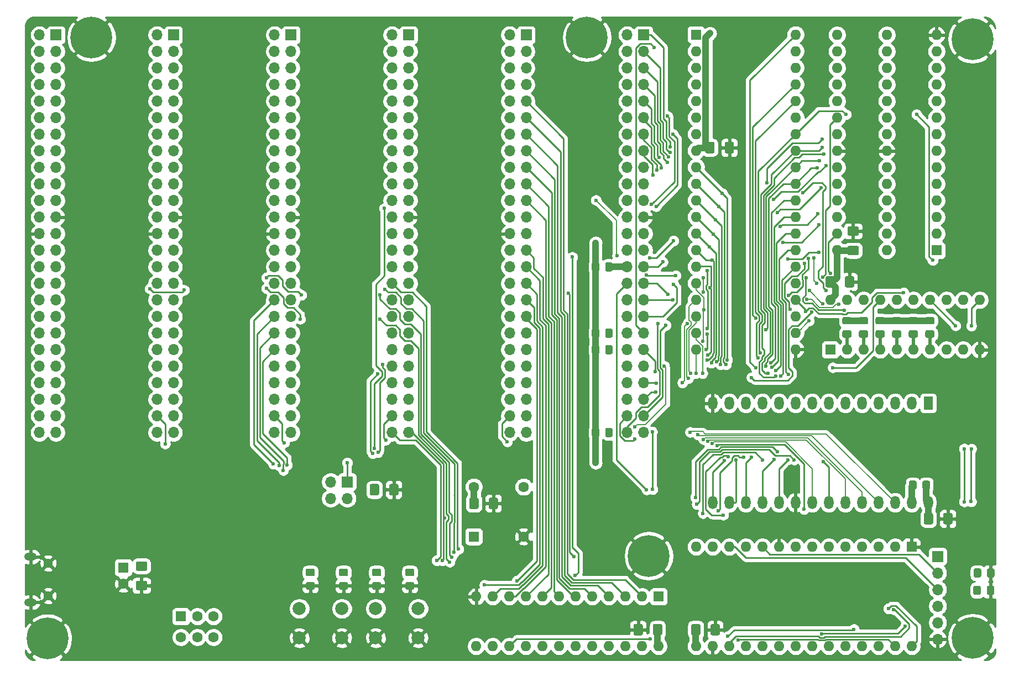
<source format=gbr>
G04 #@! TF.GenerationSoftware,KiCad,Pcbnew,(5.1.6-0-10_14)*
G04 #@! TF.CreationDate,2021-03-09T17:02:30+01:00*
G04 #@! TF.ProjectId,cpu_backplane,6370755f-6261-4636-9b70-6c616e652e6b,rev?*
G04 #@! TF.SameCoordinates,Original*
G04 #@! TF.FileFunction,Copper,L2,Bot*
G04 #@! TF.FilePolarity,Positive*
%FSLAX46Y46*%
G04 Gerber Fmt 4.6, Leading zero omitted, Abs format (unit mm)*
G04 Created by KiCad (PCBNEW (5.1.6-0-10_14)) date 2021-03-09 17:02:30*
%MOMM*%
%LPD*%
G01*
G04 APERTURE LIST*
G04 #@! TA.AperFunction,ComponentPad*
%ADD10O,1.600000X1.600000*%
G04 #@! TD*
G04 #@! TA.AperFunction,ComponentPad*
%ADD11R,1.600000X1.600000*%
G04 #@! TD*
G04 #@! TA.AperFunction,ComponentPad*
%ADD12O,1.700000X1.700000*%
G04 #@! TD*
G04 #@! TA.AperFunction,ComponentPad*
%ADD13R,1.700000X1.700000*%
G04 #@! TD*
G04 #@! TA.AperFunction,ComponentPad*
%ADD14O,1.440000X2.000000*%
G04 #@! TD*
G04 #@! TA.AperFunction,ComponentPad*
%ADD15R,1.440000X2.000000*%
G04 #@! TD*
G04 #@! TA.AperFunction,ComponentPad*
%ADD16C,6.400000*%
G04 #@! TD*
G04 #@! TA.AperFunction,ComponentPad*
%ADD17C,1.600000*%
G04 #@! TD*
G04 #@! TA.AperFunction,ComponentPad*
%ADD18O,1.900000X1.200000*%
G04 #@! TD*
G04 #@! TA.AperFunction,ComponentPad*
%ADD19C,1.450000*%
G04 #@! TD*
G04 #@! TA.AperFunction,ComponentPad*
%ADD20C,2.000000*%
G04 #@! TD*
G04 #@! TA.AperFunction,ViaPad*
%ADD21C,0.800000*%
G04 #@! TD*
G04 #@! TA.AperFunction,ViaPad*
%ADD22C,0.600000*%
G04 #@! TD*
G04 #@! TA.AperFunction,Conductor*
%ADD23C,0.250000*%
G04 #@! TD*
G04 #@! TA.AperFunction,Conductor*
%ADD24C,0.154000*%
G04 #@! TD*
G04 #@! TA.AperFunction,Conductor*
%ADD25C,1.000000*%
G04 #@! TD*
G04 #@! TA.AperFunction,Conductor*
%ADD26C,0.500000*%
G04 #@! TD*
G04 #@! TA.AperFunction,Conductor*
%ADD27C,0.254000*%
G04 #@! TD*
G04 APERTURE END LIST*
D10*
G04 #@! TO.P,REF\u002A\u002A,28*
G04 #@! TO.N,+5V*
X124968000Y-36449000D03*
G04 #@! TO.P,REF\u002A\u002A,14*
G04 #@! TO.N,GND*
X140208000Y-3429000D03*
G04 #@! TO.P,REF\u002A\u002A,27*
G04 #@! TO.N,~RAMW~*
X124968000Y-33909000D03*
G04 #@! TO.P,REF\u002A\u002A,13*
G04 #@! TO.N,D2*
X140208000Y-5969000D03*
G04 #@! TO.P,REF\u002A\u002A,26*
G04 #@! TO.N,A13*
X124968000Y-31369000D03*
G04 #@! TO.P,REF\u002A\u002A,12*
G04 #@! TO.N,D1*
X140208000Y-8509000D03*
G04 #@! TO.P,REF\u002A\u002A,25*
G04 #@! TO.N,A8*
X124968000Y-28829000D03*
G04 #@! TO.P,REF\u002A\u002A,11*
G04 #@! TO.N,D0*
X140208000Y-11049000D03*
G04 #@! TO.P,REF\u002A\u002A,24*
G04 #@! TO.N,A9*
X124968000Y-26289000D03*
G04 #@! TO.P,REF\u002A\u002A,10*
G04 #@! TO.N,A0*
X140208000Y-13589000D03*
G04 #@! TO.P,REF\u002A\u002A,23*
G04 #@! TO.N,A11*
X124968000Y-23749000D03*
G04 #@! TO.P,REF\u002A\u002A,9*
G04 #@! TO.N,A1*
X140208000Y-16129000D03*
G04 #@! TO.P,REF\u002A\u002A,22*
G04 #@! TO.N,GND*
X124968000Y-21209000D03*
G04 #@! TO.P,REF\u002A\u002A,8*
G04 #@! TO.N,A2*
X140208000Y-18669000D03*
G04 #@! TO.P,REF\u002A\u002A,21*
G04 #@! TO.N,A10*
X124968000Y-18669000D03*
G04 #@! TO.P,REF\u002A\u002A,7*
G04 #@! TO.N,A3*
X140208000Y-21209000D03*
G04 #@! TO.P,REF\u002A\u002A,20*
G04 #@! TO.N,~RAM_CS~*
X124968000Y-16129000D03*
G04 #@! TO.P,REF\u002A\u002A,6*
G04 #@! TO.N,A4*
X140208000Y-23749000D03*
G04 #@! TO.P,REF\u002A\u002A,19*
G04 #@! TO.N,D7*
X124968000Y-13589000D03*
G04 #@! TO.P,REF\u002A\u002A,5*
G04 #@! TO.N,A5*
X140208000Y-26289000D03*
G04 #@! TO.P,REF\u002A\u002A,18*
G04 #@! TO.N,D6*
X124968000Y-11049000D03*
G04 #@! TO.P,REF\u002A\u002A,4*
G04 #@! TO.N,A6*
X140208000Y-28829000D03*
G04 #@! TO.P,REF\u002A\u002A,17*
G04 #@! TO.N,D5*
X124968000Y-8509000D03*
G04 #@! TO.P,REF\u002A\u002A,3*
G04 #@! TO.N,A7*
X140208000Y-31369000D03*
G04 #@! TO.P,REF\u002A\u002A,16*
G04 #@! TO.N,D4*
X124968000Y-5969000D03*
G04 #@! TO.P,REF\u002A\u002A,2*
G04 #@! TO.N,A12*
X140208000Y-33909000D03*
G04 #@! TO.P,REF\u002A\u002A,15*
G04 #@! TO.N,D3*
X124968000Y-3429000D03*
D11*
G04 #@! TO.P,REF\u002A\u002A,1*
G04 #@! TO.N,A14*
X140208000Y-36449000D03*
G04 #@! TD*
D10*
G04 #@! TO.P,U7,28*
G04 #@! TO.N,+5V*
X132588000Y-36449000D03*
G04 #@! TO.P,U7,14*
G04 #@! TO.N,GND*
X140208000Y-3429000D03*
G04 #@! TO.P,U7,27*
G04 #@! TO.N,~RAMW~*
X132588000Y-33909000D03*
G04 #@! TO.P,U7,13*
G04 #@! TO.N,D2*
X140208000Y-5969000D03*
G04 #@! TO.P,U7,26*
G04 #@! TO.N,A13*
X132588000Y-31369000D03*
G04 #@! TO.P,U7,12*
G04 #@! TO.N,D1*
X140208000Y-8509000D03*
G04 #@! TO.P,U7,25*
G04 #@! TO.N,A8*
X132588000Y-28829000D03*
G04 #@! TO.P,U7,11*
G04 #@! TO.N,D0*
X140208000Y-11049000D03*
G04 #@! TO.P,U7,24*
G04 #@! TO.N,A9*
X132588000Y-26289000D03*
G04 #@! TO.P,U7,10*
G04 #@! TO.N,A0*
X140208000Y-13589000D03*
G04 #@! TO.P,U7,23*
G04 #@! TO.N,A11*
X132588000Y-23749000D03*
G04 #@! TO.P,U7,9*
G04 #@! TO.N,A1*
X140208000Y-16129000D03*
G04 #@! TO.P,U7,22*
G04 #@! TO.N,GND*
X132588000Y-21209000D03*
G04 #@! TO.P,U7,8*
G04 #@! TO.N,A2*
X140208000Y-18669000D03*
G04 #@! TO.P,U7,21*
G04 #@! TO.N,A10*
X132588000Y-18669000D03*
G04 #@! TO.P,U7,7*
G04 #@! TO.N,A3*
X140208000Y-21209000D03*
G04 #@! TO.P,U7,20*
G04 #@! TO.N,~RAM_CS~*
X132588000Y-16129000D03*
G04 #@! TO.P,U7,6*
G04 #@! TO.N,A4*
X140208000Y-23749000D03*
G04 #@! TO.P,U7,19*
G04 #@! TO.N,D7*
X132588000Y-13589000D03*
G04 #@! TO.P,U7,5*
G04 #@! TO.N,A5*
X140208000Y-26289000D03*
G04 #@! TO.P,U7,18*
G04 #@! TO.N,D6*
X132588000Y-11049000D03*
G04 #@! TO.P,U7,4*
G04 #@! TO.N,A6*
X140208000Y-28829000D03*
G04 #@! TO.P,U7,17*
G04 #@! TO.N,D5*
X132588000Y-8509000D03*
G04 #@! TO.P,U7,3*
G04 #@! TO.N,A7*
X140208000Y-31369000D03*
G04 #@! TO.P,U7,16*
G04 #@! TO.N,D4*
X132588000Y-5969000D03*
G04 #@! TO.P,U7,2*
G04 #@! TO.N,A12*
X140208000Y-33909000D03*
G04 #@! TO.P,U7,15*
G04 #@! TO.N,D3*
X132588000Y-3429000D03*
D11*
G04 #@! TO.P,U7,1*
G04 #@! TO.N,A14*
X140208000Y-36449000D03*
G04 #@! TD*
G04 #@! TO.P,R23,2*
G04 #@! TO.N,Net-(R23-Pad2)*
G04 #@! TA.AperFunction,SMDPad,CuDef*
G36*
G01*
X137154500Y-72003499D02*
X137154500Y-72903501D01*
G75*
G02*
X136904501Y-73153500I-249999J0D01*
G01*
X136254499Y-73153500D01*
G75*
G02*
X136004500Y-72903501I0J249999D01*
G01*
X136004500Y-72003499D01*
G75*
G02*
X136254499Y-71753500I249999J0D01*
G01*
X136904501Y-71753500D01*
G75*
G02*
X137154500Y-72003499I0J-249999D01*
G01*
G37*
G04 #@! TD.AperFunction*
G04 #@! TO.P,R23,1*
G04 #@! TO.N,+5V*
G04 #@! TA.AperFunction,SMDPad,CuDef*
G36*
G01*
X139204500Y-72003499D02*
X139204500Y-72903501D01*
G75*
G02*
X138954501Y-73153500I-249999J0D01*
G01*
X138304499Y-73153500D01*
G75*
G02*
X138054500Y-72903501I0J249999D01*
G01*
X138054500Y-72003499D01*
G75*
G02*
X138304499Y-71753500I249999J0D01*
G01*
X138954501Y-71753500D01*
G75*
G02*
X139204500Y-72003499I0J-249999D01*
G01*
G37*
G04 #@! TD.AperFunction*
G04 #@! TD*
G04 #@! TO.P,R22,2*
G04 #@! TO.N,~IRQ5~*
G04 #@! TA.AperFunction,SMDPad,CuDef*
G36*
G01*
X138741999Y-48710000D02*
X139642001Y-48710000D01*
G75*
G02*
X139892000Y-48959999I0J-249999D01*
G01*
X139892000Y-49610001D01*
G75*
G02*
X139642001Y-49860000I-249999J0D01*
G01*
X138741999Y-49860000D01*
G75*
G02*
X138492000Y-49610001I0J249999D01*
G01*
X138492000Y-48959999D01*
G75*
G02*
X138741999Y-48710000I249999J0D01*
G01*
G37*
G04 #@! TD.AperFunction*
G04 #@! TO.P,R22,1*
G04 #@! TO.N,+5V*
G04 #@! TA.AperFunction,SMDPad,CuDef*
G36*
G01*
X138741999Y-46660000D02*
X139642001Y-46660000D01*
G75*
G02*
X139892000Y-46909999I0J-249999D01*
G01*
X139892000Y-47560001D01*
G75*
G02*
X139642001Y-47810000I-249999J0D01*
G01*
X138741999Y-47810000D01*
G75*
G02*
X138492000Y-47560001I0J249999D01*
G01*
X138492000Y-46909999D01*
G75*
G02*
X138741999Y-46660000I249999J0D01*
G01*
G37*
G04 #@! TD.AperFunction*
G04 #@! TD*
G04 #@! TO.P,R21,2*
G04 #@! TO.N,~IRQ0~*
G04 #@! TA.AperFunction,SMDPad,CuDef*
G36*
G01*
X126041999Y-48710000D02*
X126942001Y-48710000D01*
G75*
G02*
X127192000Y-48959999I0J-249999D01*
G01*
X127192000Y-49610001D01*
G75*
G02*
X126942001Y-49860000I-249999J0D01*
G01*
X126041999Y-49860000D01*
G75*
G02*
X125792000Y-49610001I0J249999D01*
G01*
X125792000Y-48959999D01*
G75*
G02*
X126041999Y-48710000I249999J0D01*
G01*
G37*
G04 #@! TD.AperFunction*
G04 #@! TO.P,R21,1*
G04 #@! TO.N,+5V*
G04 #@! TA.AperFunction,SMDPad,CuDef*
G36*
G01*
X126041999Y-46660000D02*
X126942001Y-46660000D01*
G75*
G02*
X127192000Y-46909999I0J-249999D01*
G01*
X127192000Y-47560001D01*
G75*
G02*
X126942001Y-47810000I-249999J0D01*
G01*
X126041999Y-47810000D01*
G75*
G02*
X125792000Y-47560001I0J249999D01*
G01*
X125792000Y-46909999D01*
G75*
G02*
X126041999Y-46660000I249999J0D01*
G01*
G37*
G04 #@! TD.AperFunction*
G04 #@! TD*
G04 #@! TO.P,R20,2*
G04 #@! TO.N,GND*
G04 #@! TA.AperFunction,SMDPad,CuDef*
G36*
G01*
X147951500Y-86365501D02*
X147951500Y-85465499D01*
G75*
G02*
X148201499Y-85215500I249999J0D01*
G01*
X148851501Y-85215500D01*
G75*
G02*
X149101500Y-85465499I0J-249999D01*
G01*
X149101500Y-86365501D01*
G75*
G02*
X148851501Y-86615500I-249999J0D01*
G01*
X148201499Y-86615500D01*
G75*
G02*
X147951500Y-86365501I0J249999D01*
G01*
G37*
G04 #@! TD.AperFunction*
G04 #@! TO.P,R20,1*
G04 #@! TO.N,Net-(LED6-Pad1)*
G04 #@! TA.AperFunction,SMDPad,CuDef*
G36*
G01*
X145901500Y-86365501D02*
X145901500Y-85465499D01*
G75*
G02*
X146151499Y-85215500I249999J0D01*
G01*
X146801501Y-85215500D01*
G75*
G02*
X147051500Y-85465499I0J-249999D01*
G01*
X147051500Y-86365501D01*
G75*
G02*
X146801501Y-86615500I-249999J0D01*
G01*
X146151499Y-86615500D01*
G75*
G02*
X145901500Y-86365501I0J249999D01*
G01*
G37*
G04 #@! TD.AperFunction*
G04 #@! TD*
G04 #@! TO.P,R19,2*
G04 #@! TO.N,GND*
G04 #@! TA.AperFunction,SMDPad,CuDef*
G36*
G01*
X147897000Y-89032501D02*
X147897000Y-88132499D01*
G75*
G02*
X148146999Y-87882500I249999J0D01*
G01*
X148797001Y-87882500D01*
G75*
G02*
X149047000Y-88132499I0J-249999D01*
G01*
X149047000Y-89032501D01*
G75*
G02*
X148797001Y-89282500I-249999J0D01*
G01*
X148146999Y-89282500D01*
G75*
G02*
X147897000Y-89032501I0J249999D01*
G01*
G37*
G04 #@! TD.AperFunction*
G04 #@! TO.P,R19,1*
G04 #@! TO.N,Net-(LED5-Pad1)*
G04 #@! TA.AperFunction,SMDPad,CuDef*
G36*
G01*
X145847000Y-89032501D02*
X145847000Y-88132499D01*
G75*
G02*
X146096999Y-87882500I249999J0D01*
G01*
X146747001Y-87882500D01*
G75*
G02*
X146997000Y-88132499I0J-249999D01*
G01*
X146997000Y-89032501D01*
G75*
G02*
X146747001Y-89282500I-249999J0D01*
G01*
X146096999Y-89282500D01*
G75*
G02*
X145847000Y-89032501I0J249999D01*
G01*
G37*
G04 #@! TD.AperFunction*
G04 #@! TD*
D12*
G04 #@! TO.P,SLOT0,50*
G04 #@! TO.N,~NMI~*
X92837000Y-64389000D03*
G04 #@! TO.P,SLOT0,49*
G04 #@! TO.N,~RESET~*
X95377000Y-64389000D03*
G04 #@! TO.P,SLOT0,48*
G04 #@! TO.N,~IRQ0~*
X92837000Y-61849000D03*
G04 #@! TO.P,SLOT0,47*
G04 #@! TO.N,SYNC*
X95377000Y-61849000D03*
G04 #@! TO.P,SLOT0,46*
G04 #@! TO.N,EX3*
X92837000Y-59309000D03*
G04 #@! TO.P,SLOT0,45*
G04 #@! TO.N,~IRQ~*
X95377000Y-59309000D03*
G04 #@! TO.P,SLOT0,44*
G04 #@! TO.N,EX2*
X92837000Y-56769000D03*
G04 #@! TO.P,SLOT0,43*
G04 #@! TO.N,R~W~*
X95377000Y-56769000D03*
G04 #@! TO.P,SLOT0,42*
G04 #@! TO.N,CLK_12M*
X92837000Y-54229000D03*
G04 #@! TO.P,SLOT0,41*
G04 #@! TO.N,CLK*
X95377000Y-54229000D03*
G04 #@! TO.P,SLOT0,40*
G04 #@! TO.N,LDE4*
X92837000Y-51689000D03*
G04 #@! TO.P,SLOT0,39*
G04 #@! TO.N,BE*
X95377000Y-51689000D03*
G04 #@! TO.P,SLOT0,38*
G04 #@! TO.N,LED3*
X92837000Y-49149000D03*
G04 #@! TO.P,SLOT0,37*
G04 #@! TO.N,RDY*
X95377000Y-49149000D03*
G04 #@! TO.P,SLOT0,36*
G04 #@! TO.N,LED2*
X92837000Y-46609000D03*
G04 #@! TO.P,SLOT0,35*
G04 #@! TO.N,A15*
X95377000Y-46609000D03*
G04 #@! TO.P,SLOT0,34*
G04 #@! TO.N,LED1*
X92837000Y-44069000D03*
G04 #@! TO.P,SLOT0,33*
G04 #@! TO.N,A14*
X95377000Y-44069000D03*
G04 #@! TO.P,SLOT0,32*
G04 #@! TO.N,~SLOT0~*
X92837000Y-41529000D03*
G04 #@! TO.P,SLOT0,31*
G04 #@! TO.N,A13*
X95377000Y-41529000D03*
G04 #@! TO.P,SLOT0,30*
G04 #@! TO.N,~INH~*
X92837000Y-38989000D03*
G04 #@! TO.P,SLOT0,29*
G04 #@! TO.N,A12*
X95377000Y-38989000D03*
G04 #@! TO.P,SLOT0,28*
G04 #@! TO.N,~SSEL~*
X92837000Y-36449000D03*
G04 #@! TO.P,SLOT0,27*
G04 #@! TO.N,A11*
X95377000Y-36449000D03*
G04 #@! TO.P,SLOT0,26*
G04 #@! TO.N,GND*
X92837000Y-33909000D03*
G04 #@! TO.P,SLOT0,25*
G04 #@! TO.N,+5V*
X95377000Y-33909000D03*
G04 #@! TO.P,SLOT0,24*
X92837000Y-31369000D03*
G04 #@! TO.P,SLOT0,23*
G04 #@! TO.N,GND*
X95377000Y-31369000D03*
G04 #@! TO.P,SLOT0,22*
G04 #@! TO.N,Net-(D3-Pad2)*
X92837000Y-28829000D03*
G04 #@! TO.P,SLOT0,21*
G04 #@! TO.N,A10*
X95377000Y-28829000D03*
G04 #@! TO.P,SLOT0,20*
G04 #@! TO.N,EX1*
X92837000Y-26289000D03*
G04 #@! TO.P,SLOT0,19*
G04 #@! TO.N,A9*
X95377000Y-26289000D03*
G04 #@! TO.P,SLOT0,18*
G04 #@! TO.N,EX0*
X92837000Y-23749000D03*
G04 #@! TO.P,SLOT0,17*
G04 #@! TO.N,A8*
X95377000Y-23749000D03*
G04 #@! TO.P,SLOT0,16*
G04 #@! TO.N,D7*
X92837000Y-21209000D03*
G04 #@! TO.P,SLOT0,15*
G04 #@! TO.N,A7*
X95377000Y-21209000D03*
G04 #@! TO.P,SLOT0,14*
G04 #@! TO.N,D6*
X92837000Y-18669000D03*
G04 #@! TO.P,SLOT0,13*
G04 #@! TO.N,A6*
X95377000Y-18669000D03*
G04 #@! TO.P,SLOT0,12*
G04 #@! TO.N,D5*
X92837000Y-16129000D03*
G04 #@! TO.P,SLOT0,11*
G04 #@! TO.N,A5*
X95377000Y-16129000D03*
G04 #@! TO.P,SLOT0,10*
G04 #@! TO.N,D4*
X92837000Y-13589000D03*
G04 #@! TO.P,SLOT0,9*
G04 #@! TO.N,A4*
X95377000Y-13589000D03*
G04 #@! TO.P,SLOT0,8*
G04 #@! TO.N,D3*
X92837000Y-11049000D03*
G04 #@! TO.P,SLOT0,7*
G04 #@! TO.N,A3*
X95377000Y-11049000D03*
G04 #@! TO.P,SLOT0,6*
G04 #@! TO.N,D2*
X92837000Y-8509000D03*
G04 #@! TO.P,SLOT0,5*
G04 #@! TO.N,A2*
X95377000Y-8509000D03*
G04 #@! TO.P,SLOT0,4*
G04 #@! TO.N,D1*
X92837000Y-5969000D03*
G04 #@! TO.P,SLOT0,3*
G04 #@! TO.N,A1*
X95377000Y-5969000D03*
G04 #@! TO.P,SLOT0,2*
G04 #@! TO.N,D0*
X92837000Y-3429000D03*
D13*
G04 #@! TO.P,SLOT0,1*
G04 #@! TO.N,A0*
X95377000Y-3429000D03*
G04 #@! TD*
G04 #@! TO.P,C16,2*
G04 #@! TO.N,+5V*
G04 #@! TA.AperFunction,SMDPad,CuDef*
G36*
G01*
X104063500Y-93990000D02*
X104063500Y-95240000D01*
G75*
G02*
X103813500Y-95490000I-250000J0D01*
G01*
X102888500Y-95490000D01*
G75*
G02*
X102638500Y-95240000I0J250000D01*
G01*
X102638500Y-93990000D01*
G75*
G02*
X102888500Y-93740000I250000J0D01*
G01*
X103813500Y-93740000D01*
G75*
G02*
X104063500Y-93990000I0J-250000D01*
G01*
G37*
G04 #@! TD.AperFunction*
G04 #@! TO.P,C16,1*
G04 #@! TO.N,GND*
G04 #@! TA.AperFunction,SMDPad,CuDef*
G36*
G01*
X107038500Y-93990000D02*
X107038500Y-95240000D01*
G75*
G02*
X106788500Y-95490000I-250000J0D01*
G01*
X105863500Y-95490000D01*
G75*
G02*
X105613500Y-95240000I0J250000D01*
G01*
X105613500Y-93990000D01*
G75*
G02*
X105863500Y-93740000I250000J0D01*
G01*
X106788500Y-93740000D01*
G75*
G02*
X107038500Y-93990000I0J-250000D01*
G01*
G37*
G04 #@! TD.AperFunction*
G04 #@! TD*
D12*
G04 #@! TO.P,J3,6*
G04 #@! TO.N,GND*
X140398500Y-96075500D03*
G04 #@! TO.P,J3,5*
G04 #@! TO.N,/~RTS~*
X140398500Y-93535500D03*
G04 #@! TO.P,J3,4*
G04 #@! TO.N,+5V*
X140398500Y-90995500D03*
G04 #@! TO.P,J3,3*
G04 #@! TO.N,RX*
X140398500Y-88455500D03*
G04 #@! TO.P,J3,2*
G04 #@! TO.N,TX*
X140398500Y-85915500D03*
D13*
G04 #@! TO.P,J3,1*
G04 #@! TO.N,/~DSR~*
X140398500Y-83375500D03*
G04 #@! TD*
D14*
G04 #@! TO.P,U8,15*
G04 #@! TO.N,D3*
X105918000Y-75120500D03*
G04 #@! TO.P,U8,14*
G04 #@! TO.N,GND*
X105918000Y-59880500D03*
G04 #@! TO.P,U8,16*
G04 #@! TO.N,D4*
X108458000Y-75120500D03*
G04 #@! TO.P,U8,13*
G04 #@! TO.N,D2*
X108458000Y-59880500D03*
G04 #@! TO.P,U8,17*
G04 #@! TO.N,D5*
X110998000Y-75120500D03*
G04 #@! TO.P,U8,12*
G04 #@! TO.N,D1*
X110998000Y-59880500D03*
G04 #@! TO.P,U8,18*
G04 #@! TO.N,D6*
X113538000Y-75120500D03*
G04 #@! TO.P,U8,11*
G04 #@! TO.N,D0*
X113538000Y-59880500D03*
G04 #@! TO.P,U8,19*
G04 #@! TO.N,D7*
X116078000Y-75120500D03*
G04 #@! TO.P,U8,10*
G04 #@! TO.N,A0*
X116078000Y-59880500D03*
G04 #@! TO.P,U8,20*
G04 #@! TO.N,GND*
X118618000Y-75120500D03*
G04 #@! TO.P,U8,9*
G04 #@! TO.N,A1*
X118618000Y-59880500D03*
G04 #@! TO.P,U8,21*
G04 #@! TO.N,A10*
X121158000Y-75120500D03*
G04 #@! TO.P,U8,8*
G04 #@! TO.N,A2*
X121158000Y-59880500D03*
G04 #@! TO.P,U8,22*
G04 #@! TO.N,~ROM_CS~*
X123698000Y-75120500D03*
G04 #@! TO.P,U8,7*
G04 #@! TO.N,A3*
X123698000Y-59880500D03*
G04 #@! TO.P,U8,23*
G04 #@! TO.N,A11*
X126238000Y-75120500D03*
G04 #@! TO.P,U8,6*
G04 #@! TO.N,A4*
X126238000Y-59880500D03*
G04 #@! TO.P,U8,24*
G04 #@! TO.N,A9*
X128778000Y-75120500D03*
G04 #@! TO.P,U8,5*
G04 #@! TO.N,A5*
X128778000Y-59880500D03*
G04 #@! TO.P,U8,25*
G04 #@! TO.N,A8*
X131318000Y-75120500D03*
G04 #@! TO.P,U8,4*
G04 #@! TO.N,A6*
X131318000Y-59880500D03*
G04 #@! TO.P,U8,26*
G04 #@! TO.N,A13*
X133858000Y-75120500D03*
G04 #@! TO.P,U8,3*
G04 #@! TO.N,A7*
X133858000Y-59880500D03*
G04 #@! TO.P,U8,27*
G04 #@! TO.N,Net-(R23-Pad2)*
X136398000Y-75120500D03*
G04 #@! TO.P,U8,2*
G04 #@! TO.N,A12*
X136398000Y-59880500D03*
G04 #@! TO.P,U8,28*
G04 #@! TO.N,+5V*
X138938000Y-75120500D03*
D15*
G04 #@! TO.P,U8,1*
G04 #@! TO.N,A14*
X138938000Y-59880500D03*
G04 #@! TD*
D16*
G04 #@! TO.P,H6,1*
G04 #@! TO.N,GND*
X145732500Y-4064000D03*
G04 #@! TD*
G04 #@! TO.P,H5,1*
G04 #@! TO.N,GND*
X145732500Y-95885000D03*
G04 #@! TD*
D10*
G04 #@! TO.P,U9,28*
G04 #@! TO.N,R~W~*
X136398000Y-97155000D03*
G04 #@! TO.P,U9,14*
G04 #@! TO.N,A1*
X103378000Y-81915000D03*
G04 #@! TO.P,U9,27*
G04 #@! TO.N,CLK*
X133858000Y-97155000D03*
G04 #@! TO.P,U9,13*
G04 #@! TO.N,A0*
X105918000Y-81915000D03*
G04 #@! TO.P,U9,26*
G04 #@! TO.N,~SIRQ~*
X131318000Y-97155000D03*
G04 #@! TO.P,U9,12*
G04 #@! TO.N,RX*
X108458000Y-81915000D03*
G04 #@! TO.P,U9,25*
G04 #@! TO.N,D7*
X128778000Y-97155000D03*
G04 #@! TO.P,U9,11*
G04 #@! TO.N,Net-(U9-Pad11)*
X110998000Y-81915000D03*
G04 #@! TO.P,U9,24*
G04 #@! TO.N,D6*
X126238000Y-97155000D03*
G04 #@! TO.P,U9,10*
G04 #@! TO.N,TX*
X113538000Y-81915000D03*
G04 #@! TO.P,U9,23*
G04 #@! TO.N,D5*
X123698000Y-97155000D03*
G04 #@! TO.P,U9,9*
G04 #@! TO.N,GND*
X116078000Y-81915000D03*
G04 #@! TO.P,U9,22*
G04 #@! TO.N,D4*
X121158000Y-97155000D03*
G04 #@! TO.P,U9,8*
G04 #@! TO.N,/~RTS~*
X118618000Y-81915000D03*
G04 #@! TO.P,U9,21*
G04 #@! TO.N,D3*
X118618000Y-97155000D03*
G04 #@! TO.P,U9,7*
G04 #@! TO.N,Net-(U9-Pad7)*
X121158000Y-81915000D03*
G04 #@! TO.P,U9,20*
G04 #@! TO.N,D2*
X116078000Y-97155000D03*
G04 #@! TO.P,U9,6*
G04 #@! TO.N,Net-(U9-Pad6)*
X123698000Y-81915000D03*
G04 #@! TO.P,U9,19*
G04 #@! TO.N,D1*
X113538000Y-97155000D03*
G04 #@! TO.P,U9,5*
G04 #@! TO.N,Net-(U9-Pad5)*
X126238000Y-81915000D03*
G04 #@! TO.P,U9,18*
G04 #@! TO.N,D0*
X110998000Y-97155000D03*
G04 #@! TO.P,U9,4*
G04 #@! TO.N,~RESET~*
X128778000Y-81915000D03*
G04 #@! TO.P,U9,17*
G04 #@! TO.N,/~DSR~*
X108458000Y-97155000D03*
G04 #@! TO.P,U9,3*
G04 #@! TO.N,~SER~*
X131318000Y-81915000D03*
G04 #@! TO.P,U9,16*
G04 #@! TO.N,GND*
X105918000Y-97155000D03*
G04 #@! TO.P,U9,2*
G04 #@! TO.N,Net-(R15-Pad1)*
X133858000Y-81915000D03*
G04 #@! TO.P,U9,15*
G04 #@! TO.N,+5V*
X103378000Y-97155000D03*
D11*
G04 #@! TO.P,U9,1*
G04 #@! TO.N,GND*
X136398000Y-81915000D03*
G04 #@! TD*
D10*
G04 #@! TO.P,U6,40*
G04 #@! TO.N,~RESET~*
X118618000Y-3365500D03*
G04 #@! TO.P,U6,20*
G04 #@! TO.N,A11*
X103378000Y-51625500D03*
G04 #@! TO.P,U6,39*
G04 #@! TO.N,Net-(U6-Pad39)*
X118618000Y-5905500D03*
G04 #@! TO.P,U6,19*
G04 #@! TO.N,A10*
X103378000Y-49085500D03*
G04 #@! TO.P,U6,38*
G04 #@! TO.N,Net-(U6-Pad38)*
X118618000Y-8445500D03*
G04 #@! TO.P,U6,18*
G04 #@! TO.N,A9*
X103378000Y-46545500D03*
G04 #@! TO.P,U6,37*
G04 #@! TO.N,CLK*
X118618000Y-10985500D03*
G04 #@! TO.P,U6,17*
G04 #@! TO.N,A8*
X103378000Y-44005500D03*
G04 #@! TO.P,U6,36*
G04 #@! TO.N,BE*
X118618000Y-13525500D03*
G04 #@! TO.P,U6,16*
G04 #@! TO.N,A7*
X103378000Y-41465500D03*
G04 #@! TO.P,U6,35*
G04 #@! TO.N,Net-(U6-Pad35)*
X118618000Y-16065500D03*
G04 #@! TO.P,U6,15*
G04 #@! TO.N,A6*
X103378000Y-38925500D03*
G04 #@! TO.P,U6,34*
G04 #@! TO.N,R~W~*
X118618000Y-18605500D03*
G04 #@! TO.P,U6,14*
G04 #@! TO.N,A5*
X103378000Y-36385500D03*
G04 #@! TO.P,U6,33*
G04 #@! TO.N,D0*
X118618000Y-21145500D03*
G04 #@! TO.P,U6,13*
G04 #@! TO.N,A4*
X103378000Y-33845500D03*
G04 #@! TO.P,U6,32*
G04 #@! TO.N,D1*
X118618000Y-23685500D03*
G04 #@! TO.P,U6,12*
G04 #@! TO.N,A3*
X103378000Y-31305500D03*
G04 #@! TO.P,U6,31*
G04 #@! TO.N,D2*
X118618000Y-26225500D03*
G04 #@! TO.P,U6,11*
G04 #@! TO.N,A2*
X103378000Y-28765500D03*
G04 #@! TO.P,U6,30*
G04 #@! TO.N,D3*
X118618000Y-28765500D03*
G04 #@! TO.P,U6,10*
G04 #@! TO.N,A1*
X103378000Y-26225500D03*
G04 #@! TO.P,U6,29*
G04 #@! TO.N,D4*
X118618000Y-31305500D03*
G04 #@! TO.P,U6,9*
G04 #@! TO.N,A0*
X103378000Y-23685500D03*
G04 #@! TO.P,U6,28*
G04 #@! TO.N,D5*
X118618000Y-33845500D03*
G04 #@! TO.P,U6,8*
G04 #@! TO.N,+5V*
X103378000Y-21145500D03*
G04 #@! TO.P,U6,27*
G04 #@! TO.N,D6*
X118618000Y-36385500D03*
G04 #@! TO.P,U6,7*
G04 #@! TO.N,SYNC*
X103378000Y-18605500D03*
G04 #@! TO.P,U6,26*
G04 #@! TO.N,D7*
X118618000Y-38925500D03*
G04 #@! TO.P,U6,6*
G04 #@! TO.N,~NMI~*
X103378000Y-16065500D03*
G04 #@! TO.P,U6,25*
G04 #@! TO.N,A15*
X118618000Y-41465500D03*
G04 #@! TO.P,U6,5*
G04 #@! TO.N,Net-(U6-Pad5)*
X103378000Y-13525500D03*
G04 #@! TO.P,U6,24*
G04 #@! TO.N,A14*
X118618000Y-44005500D03*
G04 #@! TO.P,U6,4*
G04 #@! TO.N,~IRQ~*
X103378000Y-10985500D03*
G04 #@! TO.P,U6,23*
G04 #@! TO.N,A13*
X118618000Y-46545500D03*
G04 #@! TO.P,U6,3*
G04 #@! TO.N,Net-(U6-Pad3)*
X103378000Y-8445500D03*
G04 #@! TO.P,U6,22*
G04 #@! TO.N,A12*
X118618000Y-49085500D03*
G04 #@! TO.P,U6,2*
G04 #@! TO.N,RDY*
X103378000Y-5905500D03*
G04 #@! TO.P,U6,21*
G04 #@! TO.N,GND*
X118618000Y-51625500D03*
D11*
G04 #@! TO.P,U6,1*
G04 #@! TO.N,Net-(U6-Pad1)*
X103378000Y-3365500D03*
G04 #@! TD*
D10*
G04 #@! TO.P,U5,20*
G04 #@! TO.N,+5V*
X123952000Y-44069000D03*
G04 #@! TO.P,U5,10*
G04 #@! TO.N,GND*
X146812000Y-51689000D03*
G04 #@! TO.P,U5,19*
G04 #@! TO.N,~IRQ~*
X126492000Y-44069000D03*
G04 #@! TO.P,U5,9*
G04 #@! TO.N,A15*
X144272000Y-51689000D03*
G04 #@! TO.P,U5,18*
G04 #@! TO.N,~RAM_CS~*
X129032000Y-44069000D03*
G04 #@! TO.P,U5,8*
G04 #@! TO.N,~SER_IRQ~*
X141732000Y-51689000D03*
G04 #@! TO.P,U5,17*
G04 #@! TO.N,~ROM_CS~*
X131572000Y-44069000D03*
G04 #@! TO.P,U5,7*
G04 #@! TO.N,~IRQ5~*
X139192000Y-51689000D03*
G04 #@! TO.P,U5,16*
G04 #@! TO.N,~RAMW~*
X134112000Y-44069000D03*
G04 #@! TO.P,U5,6*
G04 #@! TO.N,~IRQ4~*
X136652000Y-51689000D03*
G04 #@! TO.P,U5,15*
G04 #@! TO.N,Net-(U5-Pad15)*
X136652000Y-44069000D03*
G04 #@! TO.P,U5,5*
G04 #@! TO.N,~IRQ3~*
X134112000Y-51689000D03*
G04 #@! TO.P,U5,14*
G04 #@! TO.N,~SIRQ~*
X139192000Y-44069000D03*
G04 #@! TO.P,U5,4*
G04 #@! TO.N,~IRQ2~*
X131572000Y-51689000D03*
G04 #@! TO.P,U5,13*
G04 #@! TO.N,~INH~*
X141732000Y-44069000D03*
G04 #@! TO.P,U5,3*
G04 #@! TO.N,~IRQ1~*
X129032000Y-51689000D03*
G04 #@! TO.P,U5,12*
G04 #@! TO.N,~SSEL~*
X144272000Y-44069000D03*
G04 #@! TO.P,U5,2*
G04 #@! TO.N,~IRQ0~*
X126492000Y-51689000D03*
G04 #@! TO.P,U5,11*
G04 #@! TO.N,R~W~*
X146812000Y-44069000D03*
D11*
G04 #@! TO.P,U5,1*
G04 #@! TO.N,CLK*
X123952000Y-51689000D03*
G04 #@! TD*
G04 #@! TO.P,C15,2*
G04 #@! TO.N,+5V*
G04 #@! TA.AperFunction,SMDPad,CuDef*
G36*
G01*
X124637500Y-40650000D02*
X124637500Y-41900000D01*
G75*
G02*
X124387500Y-42150000I-250000J0D01*
G01*
X123462500Y-42150000D01*
G75*
G02*
X123212500Y-41900000I0J250000D01*
G01*
X123212500Y-40650000D01*
G75*
G02*
X123462500Y-40400000I250000J0D01*
G01*
X124387500Y-40400000D01*
G75*
G02*
X124637500Y-40650000I0J-250000D01*
G01*
G37*
G04 #@! TD.AperFunction*
G04 #@! TO.P,C15,1*
G04 #@! TO.N,GND*
G04 #@! TA.AperFunction,SMDPad,CuDef*
G36*
G01*
X127612500Y-40650000D02*
X127612500Y-41900000D01*
G75*
G02*
X127362500Y-42150000I-250000J0D01*
G01*
X126437500Y-42150000D01*
G75*
G02*
X126187500Y-41900000I0J250000D01*
G01*
X126187500Y-40650000D01*
G75*
G02*
X126437500Y-40400000I250000J0D01*
G01*
X127362500Y-40400000D01*
G75*
G02*
X127612500Y-40650000I0J-250000D01*
G01*
G37*
G04 #@! TD.AperFunction*
G04 #@! TD*
G04 #@! TO.P,C12,2*
G04 #@! TO.N,+5V*
G04 #@! TA.AperFunction,SMDPad,CuDef*
G36*
G01*
X106222500Y-20076000D02*
X106222500Y-21326000D01*
G75*
G02*
X105972500Y-21576000I-250000J0D01*
G01*
X105047500Y-21576000D01*
G75*
G02*
X104797500Y-21326000I0J250000D01*
G01*
X104797500Y-20076000D01*
G75*
G02*
X105047500Y-19826000I250000J0D01*
G01*
X105972500Y-19826000D01*
G75*
G02*
X106222500Y-20076000I0J-250000D01*
G01*
G37*
G04 #@! TD.AperFunction*
G04 #@! TO.P,C12,1*
G04 #@! TO.N,GND*
G04 #@! TA.AperFunction,SMDPad,CuDef*
G36*
G01*
X109197500Y-20076000D02*
X109197500Y-21326000D01*
G75*
G02*
X108947500Y-21576000I-250000J0D01*
G01*
X108022500Y-21576000D01*
G75*
G02*
X107772500Y-21326000I0J250000D01*
G01*
X107772500Y-20076000D01*
G75*
G02*
X108022500Y-19826000I250000J0D01*
G01*
X108947500Y-19826000D01*
G75*
G02*
X109197500Y-20076000I0J-250000D01*
G01*
G37*
G04 #@! TD.AperFunction*
G04 #@! TD*
G04 #@! TO.P,C9,2*
G04 #@! TO.N,+5V*
G04 #@! TA.AperFunction,SMDPad,CuDef*
G36*
G01*
X126819500Y-35763500D02*
X128069500Y-35763500D01*
G75*
G02*
X128319500Y-36013500I0J-250000D01*
G01*
X128319500Y-36938500D01*
G75*
G02*
X128069500Y-37188500I-250000J0D01*
G01*
X126819500Y-37188500D01*
G75*
G02*
X126569500Y-36938500I0J250000D01*
G01*
X126569500Y-36013500D01*
G75*
G02*
X126819500Y-35763500I250000J0D01*
G01*
G37*
G04 #@! TD.AperFunction*
G04 #@! TO.P,C9,1*
G04 #@! TO.N,GND*
G04 #@! TA.AperFunction,SMDPad,CuDef*
G36*
G01*
X126819500Y-32788500D02*
X128069500Y-32788500D01*
G75*
G02*
X128319500Y-33038500I0J-250000D01*
G01*
X128319500Y-33963500D01*
G75*
G02*
X128069500Y-34213500I-250000J0D01*
G01*
X126819500Y-34213500D01*
G75*
G02*
X126569500Y-33963500I0J250000D01*
G01*
X126569500Y-33038500D01*
G75*
G02*
X126819500Y-32788500I250000J0D01*
G01*
G37*
G04 #@! TD.AperFunction*
G04 #@! TD*
G04 #@! TO.P,C5,2*
G04 #@! TO.N,+5V*
G04 #@! TA.AperFunction,SMDPad,CuDef*
G36*
G01*
X139687000Y-76972000D02*
X139687000Y-78222000D01*
G75*
G02*
X139437000Y-78472000I-250000J0D01*
G01*
X138512000Y-78472000D01*
G75*
G02*
X138262000Y-78222000I0J250000D01*
G01*
X138262000Y-76972000D01*
G75*
G02*
X138512000Y-76722000I250000J0D01*
G01*
X139437000Y-76722000D01*
G75*
G02*
X139687000Y-76972000I0J-250000D01*
G01*
G37*
G04 #@! TD.AperFunction*
G04 #@! TO.P,C5,1*
G04 #@! TO.N,GND*
G04 #@! TA.AperFunction,SMDPad,CuDef*
G36*
G01*
X142662000Y-76972000D02*
X142662000Y-78222000D01*
G75*
G02*
X142412000Y-78472000I-250000J0D01*
G01*
X141487000Y-78472000D01*
G75*
G02*
X141237000Y-78222000I0J250000D01*
G01*
X141237000Y-76972000D01*
G75*
G02*
X141487000Y-76722000I250000J0D01*
G01*
X142412000Y-76722000D01*
G75*
G02*
X142662000Y-76972000I0J-250000D01*
G01*
G37*
G04 #@! TD.AperFunction*
G04 #@! TD*
D16*
G04 #@! TO.P,H4,1*
G04 #@! TO.N,GND*
X96139000Y-83312000D03*
G04 #@! TD*
G04 #@! TO.P,H3,1*
G04 #@! TO.N,GND*
X10795000Y-3810000D03*
G04 #@! TD*
G04 #@! TO.P,H2,1*
G04 #@! TO.N,GND*
X4064000Y-95948500D03*
G04 #@! TD*
G04 #@! TO.P,H1,1*
G04 #@! TO.N,GND*
X86677500Y-3810000D03*
G04 #@! TD*
D12*
G04 #@! TO.P,J2,4*
G04 #@! TO.N,/DS2*
X47434500Y-74485500D03*
G04 #@! TO.P,J2,3*
G04 #@! TO.N,~SLOW~*
X47434500Y-71945500D03*
G04 #@! TO.P,J2,2*
G04 #@! TO.N,/DS1*
X49974500Y-74485500D03*
D13*
G04 #@! TO.P,J2,1*
G04 #@! TO.N,~SLOW~*
X49974500Y-71945500D03*
G04 #@! TD*
G04 #@! TO.P,C2,2*
G04 #@! TO.N,GND*
G04 #@! TA.AperFunction,SMDPad,CuDef*
G36*
G01*
X17853500Y-87135000D02*
X19103500Y-87135000D01*
G75*
G02*
X19353500Y-87385000I0J-250000D01*
G01*
X19353500Y-88310000D01*
G75*
G02*
X19103500Y-88560000I-250000J0D01*
G01*
X17853500Y-88560000D01*
G75*
G02*
X17603500Y-88310000I0J250000D01*
G01*
X17603500Y-87385000D01*
G75*
G02*
X17853500Y-87135000I250000J0D01*
G01*
G37*
G04 #@! TD.AperFunction*
G04 #@! TO.P,C2,1*
G04 #@! TO.N,+5V*
G04 #@! TA.AperFunction,SMDPad,CuDef*
G36*
G01*
X17853500Y-84160000D02*
X19103500Y-84160000D01*
G75*
G02*
X19353500Y-84410000I0J-250000D01*
G01*
X19353500Y-85335000D01*
G75*
G02*
X19103500Y-85585000I-250000J0D01*
G01*
X17853500Y-85585000D01*
G75*
G02*
X17603500Y-85335000I0J250000D01*
G01*
X17603500Y-84410000D01*
G75*
G02*
X17853500Y-84160000I250000J0D01*
G01*
G37*
G04 #@! TD.AperFunction*
G04 #@! TD*
G04 #@! TO.P,C5,2*
G04 #@! TO.N,GND*
G04 #@! TA.AperFunction,SMDPad,CuDef*
G36*
G01*
X56401000Y-73777000D02*
X56401000Y-72527000D01*
G75*
G02*
X56651000Y-72277000I250000J0D01*
G01*
X57576000Y-72277000D01*
G75*
G02*
X57826000Y-72527000I0J-250000D01*
G01*
X57826000Y-73777000D01*
G75*
G02*
X57576000Y-74027000I-250000J0D01*
G01*
X56651000Y-74027000D01*
G75*
G02*
X56401000Y-73777000I0J250000D01*
G01*
G37*
G04 #@! TD.AperFunction*
G04 #@! TO.P,C5,1*
G04 #@! TO.N,+5V*
G04 #@! TA.AperFunction,SMDPad,CuDef*
G36*
G01*
X53426000Y-73777000D02*
X53426000Y-72527000D01*
G75*
G02*
X53676000Y-72277000I250000J0D01*
G01*
X54601000Y-72277000D01*
G75*
G02*
X54851000Y-72527000I0J-250000D01*
G01*
X54851000Y-73777000D01*
G75*
G02*
X54601000Y-74027000I-250000J0D01*
G01*
X53676000Y-74027000D01*
G75*
G02*
X53426000Y-73777000I0J250000D01*
G01*
G37*
G04 #@! TD.AperFunction*
G04 #@! TD*
D17*
G04 #@! TO.P,X1,4*
G04 #@! TO.N,GND*
X76962000Y-80327500D03*
G04 #@! TO.P,X1,5*
G04 #@! TO.N,/CLK_24M*
X76962000Y-72707500D03*
G04 #@! TO.P,X1,8*
G04 #@! TO.N,+5V*
X69342000Y-72707500D03*
D11*
G04 #@! TO.P,X1,1*
G04 #@! TO.N,Net-(X1-Pad1)*
X69342000Y-80327500D03*
G04 #@! TD*
G04 #@! TO.P,C4,2*
G04 #@! TO.N,GND*
G04 #@! TA.AperFunction,SMDPad,CuDef*
G36*
G01*
X71641000Y-75872500D02*
X71641000Y-74622500D01*
G75*
G02*
X71891000Y-74372500I250000J0D01*
G01*
X72816000Y-74372500D01*
G75*
G02*
X73066000Y-74622500I0J-250000D01*
G01*
X73066000Y-75872500D01*
G75*
G02*
X72816000Y-76122500I-250000J0D01*
G01*
X71891000Y-76122500D01*
G75*
G02*
X71641000Y-75872500I0J250000D01*
G01*
G37*
G04 #@! TD.AperFunction*
G04 #@! TO.P,C4,1*
G04 #@! TO.N,+5V*
G04 #@! TA.AperFunction,SMDPad,CuDef*
G36*
G01*
X68666000Y-75872500D02*
X68666000Y-74622500D01*
G75*
G02*
X68916000Y-74372500I250000J0D01*
G01*
X69841000Y-74372500D01*
G75*
G02*
X70091000Y-74622500I0J-250000D01*
G01*
X70091000Y-75872500D01*
G75*
G02*
X69841000Y-76122500I-250000J0D01*
G01*
X68916000Y-76122500D01*
G75*
G02*
X68666000Y-75872500I0J250000D01*
G01*
G37*
G04 #@! TD.AperFunction*
G04 #@! TD*
D18*
G04 #@! TO.P,J1,6*
G04 #@! TO.N,GND*
X1493000Y-90431500D03*
X1493000Y-83431500D03*
D19*
X4193000Y-89431500D03*
X4193000Y-84431500D03*
G04 #@! TD*
G04 #@! TO.P,R14,2*
G04 #@! TO.N,~INH~*
G04 #@! TA.AperFunction,SMDPad,CuDef*
G36*
G01*
X89477000Y-39439001D02*
X89477000Y-38538999D01*
G75*
G02*
X89726999Y-38289000I249999J0D01*
G01*
X90377001Y-38289000D01*
G75*
G02*
X90627000Y-38538999I0J-249999D01*
G01*
X90627000Y-39439001D01*
G75*
G02*
X90377001Y-39689000I-249999J0D01*
G01*
X89726999Y-39689000D01*
G75*
G02*
X89477000Y-39439001I0J249999D01*
G01*
G37*
G04 #@! TD.AperFunction*
G04 #@! TO.P,R14,1*
G04 #@! TO.N,+5V*
G04 #@! TA.AperFunction,SMDPad,CuDef*
G36*
G01*
X87427000Y-39439001D02*
X87427000Y-38538999D01*
G75*
G02*
X87676999Y-38289000I249999J0D01*
G01*
X88327001Y-38289000D01*
G75*
G02*
X88577000Y-38538999I0J-249999D01*
G01*
X88577000Y-39439001D01*
G75*
G02*
X88327001Y-39689000I-249999J0D01*
G01*
X87676999Y-39689000D01*
G75*
G02*
X87427000Y-39439001I0J249999D01*
G01*
G37*
G04 #@! TD.AperFunction*
G04 #@! TD*
D10*
G04 #@! TO.P,U4,24*
G04 #@! TO.N,+5V*
X97663000Y-97155000D03*
G04 #@! TO.P,U4,12*
G04 #@! TO.N,GND*
X69723000Y-89535000D03*
G04 #@! TO.P,U4,23*
G04 #@! TO.N,~SLOT0~*
X95123000Y-97155000D03*
G04 #@! TO.P,U4,11*
G04 #@! TO.N,A13*
X72263000Y-89535000D03*
G04 #@! TO.P,U4,22*
G04 #@! TO.N,~SLOT1~*
X92583000Y-97155000D03*
G04 #@! TO.P,U4,10*
G04 #@! TO.N,A12*
X74803000Y-89535000D03*
G04 #@! TO.P,U4,21*
G04 #@! TO.N,~SLOT2~*
X90043000Y-97155000D03*
G04 #@! TO.P,U4,9*
G04 #@! TO.N,A11*
X77343000Y-89535000D03*
G04 #@! TO.P,U4,20*
G04 #@! TO.N,~SLOT3~*
X87503000Y-97155000D03*
G04 #@! TO.P,U4,8*
G04 #@! TO.N,A10*
X79883000Y-89535000D03*
G04 #@! TO.P,U4,19*
G04 #@! TO.N,~SLOT4~*
X84963000Y-97155000D03*
G04 #@! TO.P,U4,7*
G04 #@! TO.N,A9*
X82423000Y-89535000D03*
G04 #@! TO.P,U4,18*
G04 #@! TO.N,~SLOT5~*
X82423000Y-97155000D03*
G04 #@! TO.P,U4,6*
G04 #@! TO.N,A8*
X84963000Y-89535000D03*
G04 #@! TO.P,U4,17*
G04 #@! TO.N,~SSEL~*
X79883000Y-97155000D03*
G04 #@! TO.P,U4,5*
G04 #@! TO.N,A7*
X87503000Y-89535000D03*
G04 #@! TO.P,U4,16*
G04 #@! TO.N,Net-(U4-Pad16)*
X77343000Y-97155000D03*
G04 #@! TO.P,U4,4*
G04 #@! TO.N,A6*
X90043000Y-89535000D03*
G04 #@! TO.P,U4,15*
G04 #@! TO.N,~SER~*
X74803000Y-97155000D03*
G04 #@! TO.P,U4,3*
G04 #@! TO.N,A5*
X92583000Y-89535000D03*
G04 #@! TO.P,U4,14*
G04 #@! TO.N,A15*
X72263000Y-97155000D03*
G04 #@! TO.P,U4,2*
G04 #@! TO.N,A4*
X95123000Y-89535000D03*
G04 #@! TO.P,U4,13*
G04 #@! TO.N,A14*
X69723000Y-97155000D03*
D11*
G04 #@! TO.P,U4,1*
G04 #@! TO.N,CLK*
X97663000Y-89535000D03*
G04 #@! TD*
G04 #@! TO.P,C14,2*
G04 #@! TO.N,GND*
G04 #@! TA.AperFunction,SMDPad,CuDef*
G36*
G01*
X95237000Y-93990000D02*
X95237000Y-95240000D01*
G75*
G02*
X94987000Y-95490000I-250000J0D01*
G01*
X94062000Y-95490000D01*
G75*
G02*
X93812000Y-95240000I0J250000D01*
G01*
X93812000Y-93990000D01*
G75*
G02*
X94062000Y-93740000I250000J0D01*
G01*
X94987000Y-93740000D01*
G75*
G02*
X95237000Y-93990000I0J-250000D01*
G01*
G37*
G04 #@! TD.AperFunction*
G04 #@! TO.P,C14,1*
G04 #@! TO.N,+5V*
G04 #@! TA.AperFunction,SMDPad,CuDef*
G36*
G01*
X98212000Y-93990000D02*
X98212000Y-95240000D01*
G75*
G02*
X97962000Y-95490000I-250000J0D01*
G01*
X97037000Y-95490000D01*
G75*
G02*
X96787000Y-95240000I0J250000D01*
G01*
X96787000Y-93990000D01*
G75*
G02*
X97037000Y-93740000I250000J0D01*
G01*
X97962000Y-93740000D01*
G75*
G02*
X98212000Y-93990000I0J-250000D01*
G01*
G37*
G04 #@! TD.AperFunction*
G04 #@! TD*
G04 #@! TO.P,R13,2*
G04 #@! TO.N,GND*
G04 #@! TA.AperFunction,SMDPad,CuDef*
G36*
G01*
X59112999Y-87318000D02*
X60013001Y-87318000D01*
G75*
G02*
X60263000Y-87567999I0J-249999D01*
G01*
X60263000Y-88218001D01*
G75*
G02*
X60013001Y-88468000I-249999J0D01*
G01*
X59112999Y-88468000D01*
G75*
G02*
X58863000Y-88218001I0J249999D01*
G01*
X58863000Y-87567999D01*
G75*
G02*
X59112999Y-87318000I249999J0D01*
G01*
G37*
G04 #@! TD.AperFunction*
G04 #@! TO.P,R13,1*
G04 #@! TO.N,Net-(LED4-Pad1)*
G04 #@! TA.AperFunction,SMDPad,CuDef*
G36*
G01*
X59112999Y-85268000D02*
X60013001Y-85268000D01*
G75*
G02*
X60263000Y-85517999I0J-249999D01*
G01*
X60263000Y-86168001D01*
G75*
G02*
X60013001Y-86418000I-249999J0D01*
G01*
X59112999Y-86418000D01*
G75*
G02*
X58863000Y-86168001I0J249999D01*
G01*
X58863000Y-85517999D01*
G75*
G02*
X59112999Y-85268000I249999J0D01*
G01*
G37*
G04 #@! TD.AperFunction*
G04 #@! TD*
G04 #@! TO.P,R12,2*
G04 #@! TO.N,GND*
G04 #@! TA.AperFunction,SMDPad,CuDef*
G36*
G01*
X54032999Y-87318000D02*
X54933001Y-87318000D01*
G75*
G02*
X55183000Y-87567999I0J-249999D01*
G01*
X55183000Y-88218001D01*
G75*
G02*
X54933001Y-88468000I-249999J0D01*
G01*
X54032999Y-88468000D01*
G75*
G02*
X53783000Y-88218001I0J249999D01*
G01*
X53783000Y-87567999D01*
G75*
G02*
X54032999Y-87318000I249999J0D01*
G01*
G37*
G04 #@! TD.AperFunction*
G04 #@! TO.P,R12,1*
G04 #@! TO.N,Net-(LED3-Pad1)*
G04 #@! TA.AperFunction,SMDPad,CuDef*
G36*
G01*
X54032999Y-85268000D02*
X54933001Y-85268000D01*
G75*
G02*
X55183000Y-85517999I0J-249999D01*
G01*
X55183000Y-86168001D01*
G75*
G02*
X54933001Y-86418000I-249999J0D01*
G01*
X54032999Y-86418000D01*
G75*
G02*
X53783000Y-86168001I0J249999D01*
G01*
X53783000Y-85517999D01*
G75*
G02*
X54032999Y-85268000I249999J0D01*
G01*
G37*
G04 #@! TD.AperFunction*
G04 #@! TD*
G04 #@! TO.P,R11,2*
G04 #@! TO.N,GND*
G04 #@! TA.AperFunction,SMDPad,CuDef*
G36*
G01*
X48952999Y-87318000D02*
X49853001Y-87318000D01*
G75*
G02*
X50103000Y-87567999I0J-249999D01*
G01*
X50103000Y-88218001D01*
G75*
G02*
X49853001Y-88468000I-249999J0D01*
G01*
X48952999Y-88468000D01*
G75*
G02*
X48703000Y-88218001I0J249999D01*
G01*
X48703000Y-87567999D01*
G75*
G02*
X48952999Y-87318000I249999J0D01*
G01*
G37*
G04 #@! TD.AperFunction*
G04 #@! TO.P,R11,1*
G04 #@! TO.N,Net-(LED2-Pad1)*
G04 #@! TA.AperFunction,SMDPad,CuDef*
G36*
G01*
X48952999Y-85268000D02*
X49853001Y-85268000D01*
G75*
G02*
X50103000Y-85517999I0J-249999D01*
G01*
X50103000Y-86168001D01*
G75*
G02*
X49853001Y-86418000I-249999J0D01*
G01*
X48952999Y-86418000D01*
G75*
G02*
X48703000Y-86168001I0J249999D01*
G01*
X48703000Y-85517999D01*
G75*
G02*
X48952999Y-85268000I249999J0D01*
G01*
G37*
G04 #@! TD.AperFunction*
G04 #@! TD*
G04 #@! TO.P,R10,2*
G04 #@! TO.N,GND*
G04 #@! TA.AperFunction,SMDPad,CuDef*
G36*
G01*
X43872999Y-87318000D02*
X44773001Y-87318000D01*
G75*
G02*
X45023000Y-87567999I0J-249999D01*
G01*
X45023000Y-88218001D01*
G75*
G02*
X44773001Y-88468000I-249999J0D01*
G01*
X43872999Y-88468000D01*
G75*
G02*
X43623000Y-88218001I0J249999D01*
G01*
X43623000Y-87567999D01*
G75*
G02*
X43872999Y-87318000I249999J0D01*
G01*
G37*
G04 #@! TD.AperFunction*
G04 #@! TO.P,R10,1*
G04 #@! TO.N,Net-(LED1-Pad1)*
G04 #@! TA.AperFunction,SMDPad,CuDef*
G36*
G01*
X43872999Y-85268000D02*
X44773001Y-85268000D01*
G75*
G02*
X45023000Y-85517999I0J-249999D01*
G01*
X45023000Y-86168001D01*
G75*
G02*
X44773001Y-86418000I-249999J0D01*
G01*
X43872999Y-86418000D01*
G75*
G02*
X43623000Y-86168001I0J249999D01*
G01*
X43623000Y-85517999D01*
G75*
G02*
X43872999Y-85268000I249999J0D01*
G01*
G37*
G04 #@! TD.AperFunction*
G04 #@! TD*
D20*
G04 #@! TO.P,RESET1,1*
G04 #@! TO.N,GND*
X54333000Y-95885000D03*
G04 #@! TO.P,RESET1,2*
G04 #@! TO.N,Net-(RESET1-Pad2)*
X54333000Y-91385000D03*
G04 #@! TO.P,RESET1,1*
G04 #@! TO.N,GND*
X60833000Y-95885000D03*
G04 #@! TO.P,RESET1,2*
G04 #@! TO.N,Net-(RESET1-Pad2)*
X60833000Y-91385000D03*
G04 #@! TD*
G04 #@! TO.P,NMI1,1*
G04 #@! TO.N,GND*
X42649000Y-95885000D03*
G04 #@! TO.P,NMI1,2*
G04 #@! TO.N,Net-(NMI1-Pad2)*
X42649000Y-91385000D03*
G04 #@! TO.P,NMI1,1*
G04 #@! TO.N,GND*
X49149000Y-95885000D03*
G04 #@! TO.P,NMI1,2*
G04 #@! TO.N,Net-(NMI1-Pad2)*
X49149000Y-91385000D03*
G04 #@! TD*
D17*
G04 #@! TO.P,C13,2*
G04 #@! TO.N,GND*
X15684500Y-87590000D03*
D11*
G04 #@! TO.P,C13,1*
G04 #@! TO.N,+5V*
X15684500Y-85090000D03*
G04 #@! TD*
D17*
G04 #@! TO.P,SW1,6*
G04 #@! TO.N,N/C*
X29511000Y-95783000D03*
G04 #@! TO.P,SW1,5*
X27011000Y-95783000D03*
G04 #@! TO.P,SW1,4*
X24511000Y-95783000D03*
G04 #@! TO.P,SW1,3*
X29511000Y-92583000D03*
G04 #@! TO.P,SW1,2*
G04 #@! TO.N,+5V*
X27011000Y-92583000D03*
D11*
G04 #@! TO.P,SW1,1*
G04 #@! TO.N,Net-(J1-Pad1)*
X24511000Y-92583000D03*
G04 #@! TD*
D12*
G04 #@! TO.P,SLOT5,50*
G04 #@! TO.N,~NMI~*
X2837000Y-64389000D03*
G04 #@! TO.P,SLOT5,49*
G04 #@! TO.N,~RESET~*
X5377000Y-64389000D03*
G04 #@! TO.P,SLOT5,48*
G04 #@! TO.N,~IRQ5~*
X2837000Y-61849000D03*
G04 #@! TO.P,SLOT5,47*
G04 #@! TO.N,SYNC*
X5377000Y-61849000D03*
G04 #@! TO.P,SLOT5,46*
G04 #@! TO.N,EX3*
X2837000Y-59309000D03*
G04 #@! TO.P,SLOT5,45*
G04 #@! TO.N,~IRQ~*
X5377000Y-59309000D03*
G04 #@! TO.P,SLOT5,44*
G04 #@! TO.N,EX2*
X2837000Y-56769000D03*
G04 #@! TO.P,SLOT5,43*
G04 #@! TO.N,R~W~*
X5377000Y-56769000D03*
G04 #@! TO.P,SLOT5,42*
G04 #@! TO.N,CLK_12M*
X2837000Y-54229000D03*
G04 #@! TO.P,SLOT5,41*
G04 #@! TO.N,CLK*
X5377000Y-54229000D03*
G04 #@! TO.P,SLOT5,40*
G04 #@! TO.N,LED4*
X2837000Y-51689000D03*
G04 #@! TO.P,SLOT5,39*
G04 #@! TO.N,BE*
X5377000Y-51689000D03*
G04 #@! TO.P,SLOT5,38*
G04 #@! TO.N,LED3*
X2837000Y-49149000D03*
G04 #@! TO.P,SLOT5,37*
G04 #@! TO.N,RDY*
X5377000Y-49149000D03*
G04 #@! TO.P,SLOT5,36*
G04 #@! TO.N,LED2*
X2837000Y-46609000D03*
G04 #@! TO.P,SLOT5,35*
G04 #@! TO.N,A15*
X5377000Y-46609000D03*
G04 #@! TO.P,SLOT5,34*
G04 #@! TO.N,LED1*
X2837000Y-44069000D03*
G04 #@! TO.P,SLOT5,33*
G04 #@! TO.N,A14*
X5377000Y-44069000D03*
G04 #@! TO.P,SLOT5,32*
G04 #@! TO.N,~SLOT5~*
X2837000Y-41529000D03*
G04 #@! TO.P,SLOT5,31*
G04 #@! TO.N,A13*
X5377000Y-41529000D03*
G04 #@! TO.P,SLOT5,30*
G04 #@! TO.N,~INH~*
X2837000Y-38989000D03*
G04 #@! TO.P,SLOT5,29*
G04 #@! TO.N,A12*
X5377000Y-38989000D03*
G04 #@! TO.P,SLOT5,28*
G04 #@! TO.N,~SSEL~*
X2837000Y-36449000D03*
G04 #@! TO.P,SLOT5,27*
G04 #@! TO.N,A11*
X5377000Y-36449000D03*
G04 #@! TO.P,SLOT5,26*
G04 #@! TO.N,GND*
X2837000Y-33909000D03*
G04 #@! TO.P,SLOT5,25*
G04 #@! TO.N,+5V*
X5377000Y-33909000D03*
G04 #@! TO.P,SLOT5,24*
X2837000Y-31369000D03*
G04 #@! TO.P,SLOT5,23*
G04 #@! TO.N,GND*
X5377000Y-31369000D03*
G04 #@! TO.P,SLOT5,22*
G04 #@! TO.N,Net-(D5-Pad2)*
X2837000Y-28829000D03*
G04 #@! TO.P,SLOT5,21*
G04 #@! TO.N,A10*
X5377000Y-28829000D03*
G04 #@! TO.P,SLOT5,20*
G04 #@! TO.N,EX1*
X2837000Y-26289000D03*
G04 #@! TO.P,SLOT5,19*
G04 #@! TO.N,A9*
X5377000Y-26289000D03*
G04 #@! TO.P,SLOT5,18*
G04 #@! TO.N,EX0*
X2837000Y-23749000D03*
G04 #@! TO.P,SLOT5,17*
G04 #@! TO.N,A8*
X5377000Y-23749000D03*
G04 #@! TO.P,SLOT5,16*
G04 #@! TO.N,D7*
X2837000Y-21209000D03*
G04 #@! TO.P,SLOT5,15*
G04 #@! TO.N,A7*
X5377000Y-21209000D03*
G04 #@! TO.P,SLOT5,14*
G04 #@! TO.N,D6*
X2837000Y-18669000D03*
G04 #@! TO.P,SLOT5,13*
G04 #@! TO.N,A6*
X5377000Y-18669000D03*
G04 #@! TO.P,SLOT5,12*
G04 #@! TO.N,D5*
X2837000Y-16129000D03*
G04 #@! TO.P,SLOT5,11*
G04 #@! TO.N,A5*
X5377000Y-16129000D03*
G04 #@! TO.P,SLOT5,10*
G04 #@! TO.N,D4*
X2837000Y-13589000D03*
G04 #@! TO.P,SLOT5,9*
G04 #@! TO.N,A4*
X5377000Y-13589000D03*
G04 #@! TO.P,SLOT5,8*
G04 #@! TO.N,D3*
X2837000Y-11049000D03*
G04 #@! TO.P,SLOT5,7*
G04 #@! TO.N,A3*
X5377000Y-11049000D03*
G04 #@! TO.P,SLOT5,6*
G04 #@! TO.N,D2*
X2837000Y-8509000D03*
G04 #@! TO.P,SLOT5,5*
G04 #@! TO.N,A2*
X5377000Y-8509000D03*
G04 #@! TO.P,SLOT5,4*
G04 #@! TO.N,D1*
X2837000Y-5969000D03*
G04 #@! TO.P,SLOT5,3*
G04 #@! TO.N,A1*
X5377000Y-5969000D03*
G04 #@! TO.P,SLOT5,2*
G04 #@! TO.N,D0*
X2837000Y-3429000D03*
D13*
G04 #@! TO.P,SLOT5,1*
G04 #@! TO.N,A0*
X5377000Y-3429000D03*
G04 #@! TD*
D12*
G04 #@! TO.P,SLOT4,50*
G04 #@! TO.N,~NMI~*
X20837000Y-64389000D03*
G04 #@! TO.P,SLOT4,49*
G04 #@! TO.N,~RESET~*
X23377000Y-64389000D03*
G04 #@! TO.P,SLOT4,48*
G04 #@! TO.N,~IRQ4~*
X20837000Y-61849000D03*
G04 #@! TO.P,SLOT4,47*
G04 #@! TO.N,SYNC*
X23377000Y-61849000D03*
G04 #@! TO.P,SLOT4,46*
G04 #@! TO.N,EX3*
X20837000Y-59309000D03*
G04 #@! TO.P,SLOT4,45*
G04 #@! TO.N,~IRQ~*
X23377000Y-59309000D03*
G04 #@! TO.P,SLOT4,44*
G04 #@! TO.N,EX2*
X20837000Y-56769000D03*
G04 #@! TO.P,SLOT4,43*
G04 #@! TO.N,R~W~*
X23377000Y-56769000D03*
G04 #@! TO.P,SLOT4,42*
G04 #@! TO.N,CLK_12M*
X20837000Y-54229000D03*
G04 #@! TO.P,SLOT4,41*
G04 #@! TO.N,CLK*
X23377000Y-54229000D03*
G04 #@! TO.P,SLOT4,40*
G04 #@! TO.N,LED4*
X20837000Y-51689000D03*
G04 #@! TO.P,SLOT4,39*
G04 #@! TO.N,BE*
X23377000Y-51689000D03*
G04 #@! TO.P,SLOT4,38*
G04 #@! TO.N,LED3*
X20837000Y-49149000D03*
G04 #@! TO.P,SLOT4,37*
G04 #@! TO.N,RDY*
X23377000Y-49149000D03*
G04 #@! TO.P,SLOT4,36*
G04 #@! TO.N,LED2*
X20837000Y-46609000D03*
G04 #@! TO.P,SLOT4,35*
G04 #@! TO.N,A15*
X23377000Y-46609000D03*
G04 #@! TO.P,SLOT4,34*
G04 #@! TO.N,LED1*
X20837000Y-44069000D03*
G04 #@! TO.P,SLOT4,33*
G04 #@! TO.N,A14*
X23377000Y-44069000D03*
G04 #@! TO.P,SLOT4,32*
G04 #@! TO.N,~SLOT4~*
X20837000Y-41529000D03*
G04 #@! TO.P,SLOT4,31*
G04 #@! TO.N,A13*
X23377000Y-41529000D03*
G04 #@! TO.P,SLOT4,30*
G04 #@! TO.N,~INH~*
X20837000Y-38989000D03*
G04 #@! TO.P,SLOT4,29*
G04 #@! TO.N,A12*
X23377000Y-38989000D03*
G04 #@! TO.P,SLOT4,28*
G04 #@! TO.N,~SSEL~*
X20837000Y-36449000D03*
G04 #@! TO.P,SLOT4,27*
G04 #@! TO.N,A11*
X23377000Y-36449000D03*
G04 #@! TO.P,SLOT4,26*
G04 #@! TO.N,GND*
X20837000Y-33909000D03*
G04 #@! TO.P,SLOT4,25*
G04 #@! TO.N,+5V*
X23377000Y-33909000D03*
G04 #@! TO.P,SLOT4,24*
X20837000Y-31369000D03*
G04 #@! TO.P,SLOT4,23*
G04 #@! TO.N,GND*
X23377000Y-31369000D03*
G04 #@! TO.P,SLOT4,22*
G04 #@! TO.N,Net-(D2-Pad2)*
X20837000Y-28829000D03*
G04 #@! TO.P,SLOT4,21*
G04 #@! TO.N,A10*
X23377000Y-28829000D03*
G04 #@! TO.P,SLOT4,20*
G04 #@! TO.N,EX1*
X20837000Y-26289000D03*
G04 #@! TO.P,SLOT4,19*
G04 #@! TO.N,A9*
X23377000Y-26289000D03*
G04 #@! TO.P,SLOT4,18*
G04 #@! TO.N,EX0*
X20837000Y-23749000D03*
G04 #@! TO.P,SLOT4,17*
G04 #@! TO.N,A8*
X23377000Y-23749000D03*
G04 #@! TO.P,SLOT4,16*
G04 #@! TO.N,D7*
X20837000Y-21209000D03*
G04 #@! TO.P,SLOT4,15*
G04 #@! TO.N,A7*
X23377000Y-21209000D03*
G04 #@! TO.P,SLOT4,14*
G04 #@! TO.N,D6*
X20837000Y-18669000D03*
G04 #@! TO.P,SLOT4,13*
G04 #@! TO.N,A6*
X23377000Y-18669000D03*
G04 #@! TO.P,SLOT4,12*
G04 #@! TO.N,D5*
X20837000Y-16129000D03*
G04 #@! TO.P,SLOT4,11*
G04 #@! TO.N,A5*
X23377000Y-16129000D03*
G04 #@! TO.P,SLOT4,10*
G04 #@! TO.N,D4*
X20837000Y-13589000D03*
G04 #@! TO.P,SLOT4,9*
G04 #@! TO.N,A4*
X23377000Y-13589000D03*
G04 #@! TO.P,SLOT4,8*
G04 #@! TO.N,D3*
X20837000Y-11049000D03*
G04 #@! TO.P,SLOT4,7*
G04 #@! TO.N,A3*
X23377000Y-11049000D03*
G04 #@! TO.P,SLOT4,6*
G04 #@! TO.N,D2*
X20837000Y-8509000D03*
G04 #@! TO.P,SLOT4,5*
G04 #@! TO.N,A2*
X23377000Y-8509000D03*
G04 #@! TO.P,SLOT4,4*
G04 #@! TO.N,D1*
X20837000Y-5969000D03*
G04 #@! TO.P,SLOT4,3*
G04 #@! TO.N,A1*
X23377000Y-5969000D03*
G04 #@! TO.P,SLOT4,2*
G04 #@! TO.N,D0*
X20837000Y-3429000D03*
D13*
G04 #@! TO.P,SLOT4,1*
G04 #@! TO.N,A0*
X23377000Y-3429000D03*
G04 #@! TD*
D12*
G04 #@! TO.P,SLOT3,50*
G04 #@! TO.N,~NMI~*
X38837000Y-64389000D03*
G04 #@! TO.P,SLOT3,49*
G04 #@! TO.N,~RESET~*
X41377000Y-64389000D03*
G04 #@! TO.P,SLOT3,48*
G04 #@! TO.N,~IRQ3~*
X38837000Y-61849000D03*
G04 #@! TO.P,SLOT3,47*
G04 #@! TO.N,SYNC*
X41377000Y-61849000D03*
G04 #@! TO.P,SLOT3,46*
G04 #@! TO.N,EX3*
X38837000Y-59309000D03*
G04 #@! TO.P,SLOT3,45*
G04 #@! TO.N,~IRQ~*
X41377000Y-59309000D03*
G04 #@! TO.P,SLOT3,44*
G04 #@! TO.N,EX2*
X38837000Y-56769000D03*
G04 #@! TO.P,SLOT3,43*
G04 #@! TO.N,R~W~*
X41377000Y-56769000D03*
G04 #@! TO.P,SLOT3,42*
G04 #@! TO.N,CLK_12M*
X38837000Y-54229000D03*
G04 #@! TO.P,SLOT3,41*
G04 #@! TO.N,CLK*
X41377000Y-54229000D03*
G04 #@! TO.P,SLOT3,40*
G04 #@! TO.N,LED4*
X38837000Y-51689000D03*
G04 #@! TO.P,SLOT3,39*
G04 #@! TO.N,BE*
X41377000Y-51689000D03*
G04 #@! TO.P,SLOT3,38*
G04 #@! TO.N,LED3*
X38837000Y-49149000D03*
G04 #@! TO.P,SLOT3,37*
G04 #@! TO.N,RDY*
X41377000Y-49149000D03*
G04 #@! TO.P,SLOT3,36*
G04 #@! TO.N,LED2*
X38837000Y-46609000D03*
G04 #@! TO.P,SLOT3,35*
G04 #@! TO.N,A15*
X41377000Y-46609000D03*
G04 #@! TO.P,SLOT3,34*
G04 #@! TO.N,LED1*
X38837000Y-44069000D03*
G04 #@! TO.P,SLOT3,33*
G04 #@! TO.N,A14*
X41377000Y-44069000D03*
G04 #@! TO.P,SLOT3,32*
G04 #@! TO.N,~SLOT3~*
X38837000Y-41529000D03*
G04 #@! TO.P,SLOT3,31*
G04 #@! TO.N,A13*
X41377000Y-41529000D03*
G04 #@! TO.P,SLOT3,30*
G04 #@! TO.N,~INH~*
X38837000Y-38989000D03*
G04 #@! TO.P,SLOT3,29*
G04 #@! TO.N,A12*
X41377000Y-38989000D03*
G04 #@! TO.P,SLOT3,28*
G04 #@! TO.N,~SSEL~*
X38837000Y-36449000D03*
G04 #@! TO.P,SLOT3,27*
G04 #@! TO.N,A11*
X41377000Y-36449000D03*
G04 #@! TO.P,SLOT3,26*
G04 #@! TO.N,GND*
X38837000Y-33909000D03*
G04 #@! TO.P,SLOT3,25*
G04 #@! TO.N,+5V*
X41377000Y-33909000D03*
G04 #@! TO.P,SLOT3,24*
X38837000Y-31369000D03*
G04 #@! TO.P,SLOT3,23*
G04 #@! TO.N,GND*
X41377000Y-31369000D03*
G04 #@! TO.P,SLOT3,22*
G04 #@! TO.N,Net-(D7-Pad2)*
X38837000Y-28829000D03*
G04 #@! TO.P,SLOT3,21*
G04 #@! TO.N,A10*
X41377000Y-28829000D03*
G04 #@! TO.P,SLOT3,20*
G04 #@! TO.N,EX1*
X38837000Y-26289000D03*
G04 #@! TO.P,SLOT3,19*
G04 #@! TO.N,A9*
X41377000Y-26289000D03*
G04 #@! TO.P,SLOT3,18*
G04 #@! TO.N,EX0*
X38837000Y-23749000D03*
G04 #@! TO.P,SLOT3,17*
G04 #@! TO.N,A8*
X41377000Y-23749000D03*
G04 #@! TO.P,SLOT3,16*
G04 #@! TO.N,D7*
X38837000Y-21209000D03*
G04 #@! TO.P,SLOT3,15*
G04 #@! TO.N,A7*
X41377000Y-21209000D03*
G04 #@! TO.P,SLOT3,14*
G04 #@! TO.N,D6*
X38837000Y-18669000D03*
G04 #@! TO.P,SLOT3,13*
G04 #@! TO.N,A6*
X41377000Y-18669000D03*
G04 #@! TO.P,SLOT3,12*
G04 #@! TO.N,D5*
X38837000Y-16129000D03*
G04 #@! TO.P,SLOT3,11*
G04 #@! TO.N,A5*
X41377000Y-16129000D03*
G04 #@! TO.P,SLOT3,10*
G04 #@! TO.N,D4*
X38837000Y-13589000D03*
G04 #@! TO.P,SLOT3,9*
G04 #@! TO.N,A4*
X41377000Y-13589000D03*
G04 #@! TO.P,SLOT3,8*
G04 #@! TO.N,D3*
X38837000Y-11049000D03*
G04 #@! TO.P,SLOT3,7*
G04 #@! TO.N,A3*
X41377000Y-11049000D03*
G04 #@! TO.P,SLOT3,6*
G04 #@! TO.N,D2*
X38837000Y-8509000D03*
G04 #@! TO.P,SLOT3,5*
G04 #@! TO.N,A2*
X41377000Y-8509000D03*
G04 #@! TO.P,SLOT3,4*
G04 #@! TO.N,D1*
X38837000Y-5969000D03*
G04 #@! TO.P,SLOT3,3*
G04 #@! TO.N,A1*
X41377000Y-5969000D03*
G04 #@! TO.P,SLOT3,2*
G04 #@! TO.N,D0*
X38837000Y-3429000D03*
D13*
G04 #@! TO.P,SLOT3,1*
G04 #@! TO.N,A0*
X41377000Y-3429000D03*
G04 #@! TD*
D12*
G04 #@! TO.P,SLOT2,50*
G04 #@! TO.N,~NMI~*
X56837000Y-64389000D03*
G04 #@! TO.P,SLOT2,49*
G04 #@! TO.N,~RESET~*
X59377000Y-64389000D03*
G04 #@! TO.P,SLOT2,48*
G04 #@! TO.N,~IRQ2~*
X56837000Y-61849000D03*
G04 #@! TO.P,SLOT2,47*
G04 #@! TO.N,SYNC*
X59377000Y-61849000D03*
G04 #@! TO.P,SLOT2,46*
G04 #@! TO.N,EX3*
X56837000Y-59309000D03*
G04 #@! TO.P,SLOT2,45*
G04 #@! TO.N,~IRQ~*
X59377000Y-59309000D03*
G04 #@! TO.P,SLOT2,44*
G04 #@! TO.N,EX2*
X56837000Y-56769000D03*
G04 #@! TO.P,SLOT2,43*
G04 #@! TO.N,R~W~*
X59377000Y-56769000D03*
G04 #@! TO.P,SLOT2,42*
G04 #@! TO.N,CLK_12M*
X56837000Y-54229000D03*
G04 #@! TO.P,SLOT2,41*
G04 #@! TO.N,CLK*
X59377000Y-54229000D03*
G04 #@! TO.P,SLOT2,40*
G04 #@! TO.N,LED4*
X56837000Y-51689000D03*
G04 #@! TO.P,SLOT2,39*
G04 #@! TO.N,BE*
X59377000Y-51689000D03*
G04 #@! TO.P,SLOT2,38*
G04 #@! TO.N,LED3*
X56837000Y-49149000D03*
G04 #@! TO.P,SLOT2,37*
G04 #@! TO.N,RDY*
X59377000Y-49149000D03*
G04 #@! TO.P,SLOT2,36*
G04 #@! TO.N,LED2*
X56837000Y-46609000D03*
G04 #@! TO.P,SLOT2,35*
G04 #@! TO.N,A15*
X59377000Y-46609000D03*
G04 #@! TO.P,SLOT2,34*
G04 #@! TO.N,LED1*
X56837000Y-44069000D03*
G04 #@! TO.P,SLOT2,33*
G04 #@! TO.N,A14*
X59377000Y-44069000D03*
G04 #@! TO.P,SLOT2,32*
G04 #@! TO.N,~SLOT2~*
X56837000Y-41529000D03*
G04 #@! TO.P,SLOT2,31*
G04 #@! TO.N,A13*
X59377000Y-41529000D03*
G04 #@! TO.P,SLOT2,30*
G04 #@! TO.N,~INH~*
X56837000Y-38989000D03*
G04 #@! TO.P,SLOT2,29*
G04 #@! TO.N,A12*
X59377000Y-38989000D03*
G04 #@! TO.P,SLOT2,28*
G04 #@! TO.N,~SSEL~*
X56837000Y-36449000D03*
G04 #@! TO.P,SLOT2,27*
G04 #@! TO.N,A11*
X59377000Y-36449000D03*
G04 #@! TO.P,SLOT2,26*
G04 #@! TO.N,GND*
X56837000Y-33909000D03*
G04 #@! TO.P,SLOT2,25*
G04 #@! TO.N,+5V*
X59377000Y-33909000D03*
G04 #@! TO.P,SLOT2,24*
X56837000Y-31369000D03*
G04 #@! TO.P,SLOT2,23*
G04 #@! TO.N,GND*
X59377000Y-31369000D03*
G04 #@! TO.P,SLOT2,22*
G04 #@! TO.N,Net-(D6-Pad2)*
X56837000Y-28829000D03*
G04 #@! TO.P,SLOT2,21*
G04 #@! TO.N,A10*
X59377000Y-28829000D03*
G04 #@! TO.P,SLOT2,20*
G04 #@! TO.N,EX1*
X56837000Y-26289000D03*
G04 #@! TO.P,SLOT2,19*
G04 #@! TO.N,A9*
X59377000Y-26289000D03*
G04 #@! TO.P,SLOT2,18*
G04 #@! TO.N,EX0*
X56837000Y-23749000D03*
G04 #@! TO.P,SLOT2,17*
G04 #@! TO.N,A8*
X59377000Y-23749000D03*
G04 #@! TO.P,SLOT2,16*
G04 #@! TO.N,D7*
X56837000Y-21209000D03*
G04 #@! TO.P,SLOT2,15*
G04 #@! TO.N,A7*
X59377000Y-21209000D03*
G04 #@! TO.P,SLOT2,14*
G04 #@! TO.N,D6*
X56837000Y-18669000D03*
G04 #@! TO.P,SLOT2,13*
G04 #@! TO.N,A6*
X59377000Y-18669000D03*
G04 #@! TO.P,SLOT2,12*
G04 #@! TO.N,D5*
X56837000Y-16129000D03*
G04 #@! TO.P,SLOT2,11*
G04 #@! TO.N,A5*
X59377000Y-16129000D03*
G04 #@! TO.P,SLOT2,10*
G04 #@! TO.N,D4*
X56837000Y-13589000D03*
G04 #@! TO.P,SLOT2,9*
G04 #@! TO.N,A4*
X59377000Y-13589000D03*
G04 #@! TO.P,SLOT2,8*
G04 #@! TO.N,D3*
X56837000Y-11049000D03*
G04 #@! TO.P,SLOT2,7*
G04 #@! TO.N,A3*
X59377000Y-11049000D03*
G04 #@! TO.P,SLOT2,6*
G04 #@! TO.N,D2*
X56837000Y-8509000D03*
G04 #@! TO.P,SLOT2,5*
G04 #@! TO.N,A2*
X59377000Y-8509000D03*
G04 #@! TO.P,SLOT2,4*
G04 #@! TO.N,D1*
X56837000Y-5969000D03*
G04 #@! TO.P,SLOT2,3*
G04 #@! TO.N,A1*
X59377000Y-5969000D03*
G04 #@! TO.P,SLOT2,2*
G04 #@! TO.N,D0*
X56837000Y-3429000D03*
D13*
G04 #@! TO.P,SLOT2,1*
G04 #@! TO.N,A0*
X59377000Y-3429000D03*
G04 #@! TD*
D12*
G04 #@! TO.P,SLOT1,50*
G04 #@! TO.N,~NMI~*
X74837000Y-64389000D03*
G04 #@! TO.P,SLOT1,49*
G04 #@! TO.N,~RESET~*
X77377000Y-64389000D03*
G04 #@! TO.P,SLOT1,48*
G04 #@! TO.N,~IRQ1~*
X74837000Y-61849000D03*
G04 #@! TO.P,SLOT1,47*
G04 #@! TO.N,SYNC*
X77377000Y-61849000D03*
G04 #@! TO.P,SLOT1,46*
G04 #@! TO.N,EX3*
X74837000Y-59309000D03*
G04 #@! TO.P,SLOT1,45*
G04 #@! TO.N,~IRQ~*
X77377000Y-59309000D03*
G04 #@! TO.P,SLOT1,44*
G04 #@! TO.N,EX2*
X74837000Y-56769000D03*
G04 #@! TO.P,SLOT1,43*
G04 #@! TO.N,R~W~*
X77377000Y-56769000D03*
G04 #@! TO.P,SLOT1,42*
G04 #@! TO.N,CLK_12M*
X74837000Y-54229000D03*
G04 #@! TO.P,SLOT1,41*
G04 #@! TO.N,CLK*
X77377000Y-54229000D03*
G04 #@! TO.P,SLOT1,40*
G04 #@! TO.N,LED4*
X74837000Y-51689000D03*
G04 #@! TO.P,SLOT1,39*
G04 #@! TO.N,BE*
X77377000Y-51689000D03*
G04 #@! TO.P,SLOT1,38*
G04 #@! TO.N,LED3*
X74837000Y-49149000D03*
G04 #@! TO.P,SLOT1,37*
G04 #@! TO.N,RDY*
X77377000Y-49149000D03*
G04 #@! TO.P,SLOT1,36*
G04 #@! TO.N,LED2*
X74837000Y-46609000D03*
G04 #@! TO.P,SLOT1,35*
G04 #@! TO.N,A15*
X77377000Y-46609000D03*
G04 #@! TO.P,SLOT1,34*
G04 #@! TO.N,LED1*
X74837000Y-44069000D03*
G04 #@! TO.P,SLOT1,33*
G04 #@! TO.N,A14*
X77377000Y-44069000D03*
G04 #@! TO.P,SLOT1,32*
G04 #@! TO.N,~SLOT1~*
X74837000Y-41529000D03*
G04 #@! TO.P,SLOT1,31*
G04 #@! TO.N,A13*
X77377000Y-41529000D03*
G04 #@! TO.P,SLOT1,30*
G04 #@! TO.N,~INH~*
X74837000Y-38989000D03*
G04 #@! TO.P,SLOT1,29*
G04 #@! TO.N,A12*
X77377000Y-38989000D03*
G04 #@! TO.P,SLOT1,28*
G04 #@! TO.N,~SSEL~*
X74837000Y-36449000D03*
G04 #@! TO.P,SLOT1,27*
G04 #@! TO.N,A11*
X77377000Y-36449000D03*
G04 #@! TO.P,SLOT1,26*
G04 #@! TO.N,GND*
X74837000Y-33909000D03*
G04 #@! TO.P,SLOT1,25*
G04 #@! TO.N,+5V*
X77377000Y-33909000D03*
G04 #@! TO.P,SLOT1,24*
X74837000Y-31369000D03*
G04 #@! TO.P,SLOT1,23*
G04 #@! TO.N,GND*
X77377000Y-31369000D03*
G04 #@! TO.P,SLOT1,22*
G04 #@! TO.N,Net-(D4-Pad2)*
X74837000Y-28829000D03*
G04 #@! TO.P,SLOT1,21*
G04 #@! TO.N,A10*
X77377000Y-28829000D03*
G04 #@! TO.P,SLOT1,20*
G04 #@! TO.N,EX1*
X74837000Y-26289000D03*
G04 #@! TO.P,SLOT1,19*
G04 #@! TO.N,A9*
X77377000Y-26289000D03*
G04 #@! TO.P,SLOT1,18*
G04 #@! TO.N,EX0*
X74837000Y-23749000D03*
G04 #@! TO.P,SLOT1,17*
G04 #@! TO.N,A8*
X77377000Y-23749000D03*
G04 #@! TO.P,SLOT1,16*
G04 #@! TO.N,D7*
X74837000Y-21209000D03*
G04 #@! TO.P,SLOT1,15*
G04 #@! TO.N,A7*
X77377000Y-21209000D03*
G04 #@! TO.P,SLOT1,14*
G04 #@! TO.N,D6*
X74837000Y-18669000D03*
G04 #@! TO.P,SLOT1,13*
G04 #@! TO.N,A6*
X77377000Y-18669000D03*
G04 #@! TO.P,SLOT1,12*
G04 #@! TO.N,D5*
X74837000Y-16129000D03*
G04 #@! TO.P,SLOT1,11*
G04 #@! TO.N,A5*
X77377000Y-16129000D03*
G04 #@! TO.P,SLOT1,10*
G04 #@! TO.N,D4*
X74837000Y-13589000D03*
G04 #@! TO.P,SLOT1,9*
G04 #@! TO.N,A4*
X77377000Y-13589000D03*
G04 #@! TO.P,SLOT1,8*
G04 #@! TO.N,D3*
X74837000Y-11049000D03*
G04 #@! TO.P,SLOT1,7*
G04 #@! TO.N,A3*
X77377000Y-11049000D03*
G04 #@! TO.P,SLOT1,6*
G04 #@! TO.N,D2*
X74837000Y-8509000D03*
G04 #@! TO.P,SLOT1,5*
G04 #@! TO.N,A2*
X77377000Y-8509000D03*
G04 #@! TO.P,SLOT1,4*
G04 #@! TO.N,D1*
X74837000Y-5969000D03*
G04 #@! TO.P,SLOT1,3*
G04 #@! TO.N,A1*
X77377000Y-5969000D03*
G04 #@! TO.P,SLOT1,2*
G04 #@! TO.N,D0*
X74837000Y-3429000D03*
D13*
G04 #@! TO.P,SLOT1,1*
G04 #@! TO.N,A0*
X77377000Y-3429000D03*
G04 #@! TD*
G04 #@! TO.P,R8,2*
G04 #@! TO.N,BE*
G04 #@! TA.AperFunction,SMDPad,CuDef*
G36*
G01*
X89477000Y-52139001D02*
X89477000Y-51238999D01*
G75*
G02*
X89726999Y-50989000I249999J0D01*
G01*
X90377001Y-50989000D01*
G75*
G02*
X90627000Y-51238999I0J-249999D01*
G01*
X90627000Y-52139001D01*
G75*
G02*
X90377001Y-52389000I-249999J0D01*
G01*
X89726999Y-52389000D01*
G75*
G02*
X89477000Y-52139001I0J249999D01*
G01*
G37*
G04 #@! TD.AperFunction*
G04 #@! TO.P,R8,1*
G04 #@! TO.N,+5V*
G04 #@! TA.AperFunction,SMDPad,CuDef*
G36*
G01*
X87427000Y-52139001D02*
X87427000Y-51238999D01*
G75*
G02*
X87676999Y-50989000I249999J0D01*
G01*
X88327001Y-50989000D01*
G75*
G02*
X88577000Y-51238999I0J-249999D01*
G01*
X88577000Y-52139001D01*
G75*
G02*
X88327001Y-52389000I-249999J0D01*
G01*
X87676999Y-52389000D01*
G75*
G02*
X87427000Y-52139001I0J249999D01*
G01*
G37*
G04 #@! TD.AperFunction*
G04 #@! TD*
G04 #@! TO.P,R7,2*
G04 #@! TO.N,~NMI~*
G04 #@! TA.AperFunction,SMDPad,CuDef*
G36*
G01*
X89477000Y-64839001D02*
X89477000Y-63938999D01*
G75*
G02*
X89726999Y-63689000I249999J0D01*
G01*
X90377001Y-63689000D01*
G75*
G02*
X90627000Y-63938999I0J-249999D01*
G01*
X90627000Y-64839001D01*
G75*
G02*
X90377001Y-65089000I-249999J0D01*
G01*
X89726999Y-65089000D01*
G75*
G02*
X89477000Y-64839001I0J249999D01*
G01*
G37*
G04 #@! TD.AperFunction*
G04 #@! TO.P,R7,1*
G04 #@! TO.N,+5V*
G04 #@! TA.AperFunction,SMDPad,CuDef*
G36*
G01*
X87427000Y-64839001D02*
X87427000Y-63938999D01*
G75*
G02*
X87676999Y-63689000I249999J0D01*
G01*
X88327001Y-63689000D01*
G75*
G02*
X88577000Y-63938999I0J-249999D01*
G01*
X88577000Y-64839001D01*
G75*
G02*
X88327001Y-65089000I-249999J0D01*
G01*
X87676999Y-65089000D01*
G75*
G02*
X87427000Y-64839001I0J249999D01*
G01*
G37*
G04 #@! TD.AperFunction*
G04 #@! TD*
G04 #@! TO.P,R6,2*
G04 #@! TO.N,~IRQ1~*
G04 #@! TA.AperFunction,SMDPad,CuDef*
G36*
G01*
X128581999Y-48710000D02*
X129482001Y-48710000D01*
G75*
G02*
X129732000Y-48959999I0J-249999D01*
G01*
X129732000Y-49610001D01*
G75*
G02*
X129482001Y-49860000I-249999J0D01*
G01*
X128581999Y-49860000D01*
G75*
G02*
X128332000Y-49610001I0J249999D01*
G01*
X128332000Y-48959999D01*
G75*
G02*
X128581999Y-48710000I249999J0D01*
G01*
G37*
G04 #@! TD.AperFunction*
G04 #@! TO.P,R6,1*
G04 #@! TO.N,+5V*
G04 #@! TA.AperFunction,SMDPad,CuDef*
G36*
G01*
X128581999Y-46660000D02*
X129482001Y-46660000D01*
G75*
G02*
X129732000Y-46909999I0J-249999D01*
G01*
X129732000Y-47560001D01*
G75*
G02*
X129482001Y-47810000I-249999J0D01*
G01*
X128581999Y-47810000D01*
G75*
G02*
X128332000Y-47560001I0J249999D01*
G01*
X128332000Y-46909999D01*
G75*
G02*
X128581999Y-46660000I249999J0D01*
G01*
G37*
G04 #@! TD.AperFunction*
G04 #@! TD*
G04 #@! TO.P,R5,2*
G04 #@! TO.N,~IRQ2~*
G04 #@! TA.AperFunction,SMDPad,CuDef*
G36*
G01*
X131121999Y-48710000D02*
X132022001Y-48710000D01*
G75*
G02*
X132272000Y-48959999I0J-249999D01*
G01*
X132272000Y-49610001D01*
G75*
G02*
X132022001Y-49860000I-249999J0D01*
G01*
X131121999Y-49860000D01*
G75*
G02*
X130872000Y-49610001I0J249999D01*
G01*
X130872000Y-48959999D01*
G75*
G02*
X131121999Y-48710000I249999J0D01*
G01*
G37*
G04 #@! TD.AperFunction*
G04 #@! TO.P,R5,1*
G04 #@! TO.N,+5V*
G04 #@! TA.AperFunction,SMDPad,CuDef*
G36*
G01*
X131121999Y-46660000D02*
X132022001Y-46660000D01*
G75*
G02*
X132272000Y-46909999I0J-249999D01*
G01*
X132272000Y-47560001D01*
G75*
G02*
X132022001Y-47810000I-249999J0D01*
G01*
X131121999Y-47810000D01*
G75*
G02*
X130872000Y-47560001I0J249999D01*
G01*
X130872000Y-46909999D01*
G75*
G02*
X131121999Y-46660000I249999J0D01*
G01*
G37*
G04 #@! TD.AperFunction*
G04 #@! TD*
G04 #@! TO.P,R4,2*
G04 #@! TO.N,~IRQ3~*
G04 #@! TA.AperFunction,SMDPad,CuDef*
G36*
G01*
X133661999Y-48710000D02*
X134562001Y-48710000D01*
G75*
G02*
X134812000Y-48959999I0J-249999D01*
G01*
X134812000Y-49610001D01*
G75*
G02*
X134562001Y-49860000I-249999J0D01*
G01*
X133661999Y-49860000D01*
G75*
G02*
X133412000Y-49610001I0J249999D01*
G01*
X133412000Y-48959999D01*
G75*
G02*
X133661999Y-48710000I249999J0D01*
G01*
G37*
G04 #@! TD.AperFunction*
G04 #@! TO.P,R4,1*
G04 #@! TO.N,+5V*
G04 #@! TA.AperFunction,SMDPad,CuDef*
G36*
G01*
X133661999Y-46660000D02*
X134562001Y-46660000D01*
G75*
G02*
X134812000Y-46909999I0J-249999D01*
G01*
X134812000Y-47560001D01*
G75*
G02*
X134562001Y-47810000I-249999J0D01*
G01*
X133661999Y-47810000D01*
G75*
G02*
X133412000Y-47560001I0J249999D01*
G01*
X133412000Y-46909999D01*
G75*
G02*
X133661999Y-46660000I249999J0D01*
G01*
G37*
G04 #@! TD.AperFunction*
G04 #@! TD*
G04 #@! TO.P,R3,2*
G04 #@! TO.N,~IRQ4~*
G04 #@! TA.AperFunction,SMDPad,CuDef*
G36*
G01*
X136201999Y-48710000D02*
X137102001Y-48710000D01*
G75*
G02*
X137352000Y-48959999I0J-249999D01*
G01*
X137352000Y-49610001D01*
G75*
G02*
X137102001Y-49860000I-249999J0D01*
G01*
X136201999Y-49860000D01*
G75*
G02*
X135952000Y-49610001I0J249999D01*
G01*
X135952000Y-48959999D01*
G75*
G02*
X136201999Y-48710000I249999J0D01*
G01*
G37*
G04 #@! TD.AperFunction*
G04 #@! TO.P,R3,1*
G04 #@! TO.N,+5V*
G04 #@! TA.AperFunction,SMDPad,CuDef*
G36*
G01*
X136201999Y-46660000D02*
X137102001Y-46660000D01*
G75*
G02*
X137352000Y-46909999I0J-249999D01*
G01*
X137352000Y-47560001D01*
G75*
G02*
X137102001Y-47810000I-249999J0D01*
G01*
X136201999Y-47810000D01*
G75*
G02*
X135952000Y-47560001I0J249999D01*
G01*
X135952000Y-46909999D01*
G75*
G02*
X136201999Y-46660000I249999J0D01*
G01*
G37*
G04 #@! TD.AperFunction*
G04 #@! TD*
G04 #@! TO.P,R1,2*
G04 #@! TO.N,RDY*
G04 #@! TA.AperFunction,SMDPad,CuDef*
G36*
G01*
X89477000Y-49599001D02*
X89477000Y-48698999D01*
G75*
G02*
X89726999Y-48449000I249999J0D01*
G01*
X90377001Y-48449000D01*
G75*
G02*
X90627000Y-48698999I0J-249999D01*
G01*
X90627000Y-49599001D01*
G75*
G02*
X90377001Y-49849000I-249999J0D01*
G01*
X89726999Y-49849000D01*
G75*
G02*
X89477000Y-49599001I0J249999D01*
G01*
G37*
G04 #@! TD.AperFunction*
G04 #@! TO.P,R1,1*
G04 #@! TO.N,+5V*
G04 #@! TA.AperFunction,SMDPad,CuDef*
G36*
G01*
X87427000Y-49599001D02*
X87427000Y-48698999D01*
G75*
G02*
X87676999Y-48449000I249999J0D01*
G01*
X88327001Y-48449000D01*
G75*
G02*
X88577000Y-48698999I0J-249999D01*
G01*
X88577000Y-49599001D01*
G75*
G02*
X88327001Y-49849000I-249999J0D01*
G01*
X87676999Y-49849000D01*
G75*
G02*
X87427000Y-49599001I0J249999D01*
G01*
G37*
G04 #@! TD.AperFunction*
G04 #@! TD*
D21*
G04 #@! TO.N,RDY*
X90043000Y-49149000D03*
D22*
X96964503Y-5334003D03*
G04 #@! TO.N,A15*
X75946000Y-87122000D03*
X99949000Y-41656000D03*
X120722600Y-42606056D03*
X122809000Y-44617490D03*
G04 #@! TO.N,A14*
X70993000Y-87757000D03*
X120142006Y-45783500D03*
X99877990Y-44036899D03*
X135191500Y-42926000D03*
G04 #@! TO.N,A13*
X121475500Y-37592000D03*
X121896990Y-41529690D03*
X99063986Y-43175134D03*
X102489000Y-64325500D03*
X101300499Y-56751001D03*
X102090001Y-47670501D03*
G04 #@! TO.N,A12*
X120713500Y-47244000D03*
X98294926Y-38231153D03*
G04 #@! TO.N,A11*
X122936000Y-21717000D03*
X114059043Y-48608021D03*
X105199860Y-65756162D03*
X103378000Y-55308500D03*
G04 #@! TO.N,GND*
X62865000Y-75692000D03*
D21*
X30988000Y-87630000D03*
X66548000Y-96393000D03*
X66548000Y-92583000D03*
D22*
X71755000Y-34126500D03*
D21*
X62357000Y-31278500D03*
X71755000Y-34126500D03*
X89789000Y-34126500D03*
X53848000Y-34253500D03*
X44323000Y-31151500D03*
X26416000Y-31151500D03*
X35814000Y-34253500D03*
X17780000Y-34126500D03*
X8382000Y-31151500D03*
X77089000Y-76263500D03*
X86677500Y-76263500D03*
G04 #@! TO.N,+5V*
X18478500Y-84899500D03*
X88011000Y-35306000D03*
X105537000Y-3175000D03*
X135391000Y-47235000D03*
X97499500Y-94615000D03*
X103351000Y-94615000D03*
X127762000Y-47235000D03*
X127444500Y-36449000D03*
X54229000Y-72771000D03*
X88011000Y-69024500D03*
D22*
G04 #@! TO.N,A10*
X114219453Y-26103445D03*
X122745500Y-19367500D03*
X105073924Y-39537217D03*
X105073924Y-48441513D03*
X105876201Y-66089475D03*
X104394000Y-55308502D03*
G04 #@! TO.N,A9*
X119961490Y-38417500D03*
X117792500Y-45521990D03*
X104521000Y-65428010D03*
X102564803Y-55286677D03*
G04 #@! TO.N,A8*
X117515514Y-43407950D03*
X120563490Y-37726280D03*
X103695500Y-64729510D03*
X102194510Y-56093510D03*
G04 #@! TO.N,D7*
X117506102Y-55474553D03*
X117475000Y-68556990D03*
G04 #@! TO.N,A7*
X96799284Y-24949616D03*
X104594490Y-45602990D03*
X104456291Y-50426946D03*
G04 #@! TO.N,D6*
X115313497Y-68523497D03*
X116346927Y-55727263D03*
G04 #@! TO.N,A6*
X97360781Y-24165238D03*
X105500605Y-42176683D03*
X105194451Y-52485562D03*
G04 #@! TO.N,D5*
X111869442Y-68136532D03*
X115575682Y-54900567D03*
G04 #@! TO.N,A5*
X98068809Y-23792793D03*
X105881946Y-37909709D03*
X105061165Y-53281541D03*
G04 #@! TO.N,D4*
X114968713Y-54415381D03*
X109537500Y-68556990D03*
G04 #@! TO.N,A4*
X105473500Y-35941000D03*
X97761508Y-22198790D03*
X117442677Y-37808167D03*
X122197010Y-36769764D03*
X105732812Y-53729972D03*
G04 #@! TO.N,D3*
X114845503Y-53671504D03*
X107703908Y-68647003D03*
G04 #@! TO.N,A3*
X106013250Y-33940750D03*
X116688497Y-35198401D03*
X98965459Y-22921532D03*
X122188777Y-32563524D03*
X106538724Y-53565605D03*
G04 #@! TO.N,D2*
X107569000Y-77025500D03*
X108319864Y-68069390D03*
X121920000Y-23812500D03*
X114068657Y-54195039D03*
G04 #@! TO.N,A2*
X106362500Y-31750000D03*
X116297698Y-32795200D03*
X99185792Y-22152460D03*
X121998319Y-30878474D03*
X107165357Y-53984968D03*
G04 #@! TO.N,D1*
X106779590Y-76400490D03*
X110658616Y-68136532D03*
X114441185Y-55337288D03*
X122297985Y-22730749D03*
G04 #@! TO.N,A1*
X106870500Y-29718000D03*
X115821449Y-30667949D03*
X103499565Y-75379934D03*
X99450990Y-21397683D03*
X122561655Y-26860500D03*
X118427500Y-68556990D03*
X107994018Y-53984968D03*
G04 #@! TO.N,D0*
X104457500Y-76771500D03*
X122745500Y-20637500D03*
X115593576Y-55695692D03*
X113538000Y-68556990D03*
G04 #@! TO.N,A0*
X107410250Y-27717750D03*
X103318979Y-74315450D03*
X115824000Y-67310000D03*
X115273722Y-28612176D03*
X99450990Y-20597670D03*
X123276150Y-23441795D03*
X108146687Y-53246573D03*
G04 #@! TO.N,CLK*
X55361999Y-53964999D03*
X96738022Y-73121123D03*
X54684521Y-67418246D03*
X112515868Y-46876365D03*
X96676098Y-64275902D03*
X104940011Y-51696510D03*
X105073924Y-49276000D03*
X109855000Y-96202500D03*
D21*
G04 #@! TO.N,BE*
X90052000Y-51689000D03*
D22*
X112903000Y-52895500D03*
X97103146Y-55027272D03*
G04 #@! TO.N,SYNC*
X99885500Y-18669000D03*
X98742500Y-47942500D03*
X97282000Y-29718000D03*
G04 #@! TO.N,LED1*
X38646746Y-69206266D03*
G04 #@! TO.N,LED2*
X39560500Y-69469000D03*
G04 #@! TO.N,LED3*
X40195500Y-70167500D03*
G04 #@! TO.N,LED4*
X40778789Y-69363435D03*
D21*
G04 #@! TO.N,Net-(LED1-Pad1)*
X44323000Y-85852000D03*
G04 #@! TO.N,Net-(LED2-Pad1)*
X49403000Y-85852000D03*
G04 #@! TO.N,Net-(LED3-Pad1)*
X54483000Y-85852000D03*
G04 #@! TO.N,Net-(LED4-Pad1)*
X59563000Y-85852000D03*
D22*
G04 #@! TO.N,~INH~*
X104494914Y-40624582D03*
X120337879Y-43999697D03*
X125222000Y-44688989D03*
X100283098Y-40311480D03*
X95804277Y-40273684D03*
X104490708Y-42841363D03*
G04 #@! TO.N,~RESET~*
X64576947Y-84013049D03*
X64887010Y-77470000D03*
X112506634Y-54457969D03*
X119951500Y-76136500D03*
X106607595Y-66371021D03*
G04 #@! TO.N,R~W~*
X132842000Y-91376500D03*
X145523124Y-74974624D03*
X113251021Y-52190099D03*
X145555005Y-48019005D03*
X139637032Y-37980234D03*
X145555001Y-66878501D03*
X97276468Y-56832500D03*
X126365000Y-15621000D03*
X137160000Y-15621000D03*
G04 #@! TO.N,~SSEL~*
X84870302Y-86325700D03*
X84455016Y-37474000D03*
X99949000Y-34988500D03*
X120263470Y-40652752D03*
X96329500Y-37592000D03*
X126077890Y-45630045D03*
G04 #@! TO.N,~IRQ4~*
X22098000Y-66103502D03*
G04 #@! TO.N,~IRQ3~*
X40322500Y-65945979D03*
G04 #@! TO.N,~IRQ2~*
X55879995Y-65532005D03*
G04 #@! TO.N,~IRQ1~*
X74485500Y-65786000D03*
D21*
G04 #@! TO.N,~NMI~*
X90052000Y-64389000D03*
D22*
X63690500Y-84010500D03*
X98996500Y-15875000D03*
X97594431Y-47678329D03*
X96529820Y-29438470D03*
G04 #@! TO.N,~IRQ~*
X119745256Y-27638234D03*
X111887000Y-55943500D03*
X97218500Y-58166000D03*
X123328543Y-42608500D03*
X121059422Y-45938922D03*
G04 #@! TO.N,CLK_12M*
X54677979Y-55404001D03*
X53893324Y-67619997D03*
G04 #@! TO.N,~SLOT1~*
X84718990Y-83375500D03*
X83876006Y-43053000D03*
G04 #@! TO.N,~SLOT2~*
X67030401Y-82270401D03*
G04 #@! TO.N,~SLOT3~*
X55753000Y-42418000D03*
X66345711Y-82778802D03*
G04 #@! TO.N,~SLOT4~*
X37592000Y-40640000D03*
X65947996Y-83472950D03*
X54981001Y-43316990D03*
X42989500Y-43316990D03*
G04 #@! TO.N,~SLOT5~*
X42799000Y-46990000D03*
X19753572Y-42334436D03*
X25019000Y-42545000D03*
X37592000Y-42291000D03*
X65671433Y-84223637D03*
X54981010Y-46990000D03*
G04 #@! TO.N,~ROM_CS~*
X124333000Y-54419500D03*
X94043500Y-63500000D03*
X122846269Y-68860231D03*
X98488500Y-54165500D03*
G04 #@! TO.N,~RAM_CS~*
X122758138Y-40571169D03*
G04 #@! TO.N,~RAMW~*
X123952000Y-39941500D03*
G04 #@! TO.N,~SLOW~*
X55658001Y-30007999D03*
X54118644Y-66852370D03*
X91313000Y-37274500D03*
X88065500Y-28765500D03*
X49974628Y-69024628D03*
G04 #@! TO.N,~SER~*
X96347499Y-96029999D03*
X108267500Y-95631000D03*
X127571500Y-94551500D03*
G04 #@! TO.N,~IRQ0~*
X94011078Y-65373922D03*
G04 #@! TO.N,/~RTS~*
X135445500Y-94043500D03*
X122661498Y-95257510D03*
G04 #@! TO.N,/~DSR~*
X133667500Y-91503500D03*
D21*
G04 #@! TO.N,Net-(LED5-Pad1)*
X146494500Y-88582500D03*
G04 #@! TO.N,Net-(LED6-Pad1)*
X146431000Y-85915500D03*
D22*
G04 #@! TO.N,~SLOT0~*
X95821500Y-73152000D03*
G04 #@! TO.N,~SIRQ~*
X143129000Y-48006000D03*
X144462500Y-66865500D03*
X144462500Y-74993500D03*
G04 #@! TD*
D23*
G04 #@! TO.N,RDY*
X94170500Y-5436498D02*
X94170500Y-47942500D01*
X94812999Y-4793999D02*
X94170500Y-5436498D01*
X96424499Y-4793999D02*
X94812999Y-4793999D01*
X94170500Y-47942500D02*
X95377000Y-49149000D01*
X96964503Y-5334003D02*
X96424499Y-4793999D01*
G04 #@! TO.N,A15*
X78985857Y-84082143D02*
X75946000Y-87122000D01*
X77377000Y-46915342D02*
X78985857Y-48524199D01*
X77377000Y-46609000D02*
X77377000Y-46915342D01*
X78985857Y-48524199D02*
X78985857Y-84082143D01*
D24*
X120722600Y-42606056D02*
X122734034Y-44617490D01*
X122734034Y-44617490D02*
X122809000Y-44617490D01*
D23*
X100457000Y-42164000D02*
X99949000Y-41656000D01*
X100457000Y-44453403D02*
X100457000Y-42164000D01*
X98301403Y-46609000D02*
X100457000Y-44453403D01*
X95377000Y-46609000D02*
X98301403Y-46609000D01*
G04 #@! TO.N,A14*
X76703900Y-87318011D02*
X76640400Y-87318011D01*
X78577879Y-45269879D02*
X78577879Y-47479810D01*
X78577879Y-47479810D02*
X79435868Y-48337799D01*
X76640400Y-87318011D02*
X76201411Y-87757000D01*
X79435868Y-48337799D02*
X79435868Y-84586043D01*
X79435868Y-84586043D02*
X76703900Y-87318011D01*
X76201411Y-87757000D02*
X70993000Y-87757000D01*
X77377000Y-44069000D02*
X78577879Y-45269879D01*
X118618000Y-44005500D02*
X120142006Y-45529506D01*
X120142006Y-45529506D02*
X120142006Y-45783500D01*
X95377000Y-44069000D02*
X99845889Y-44069000D01*
X99845889Y-44069000D02*
X99877990Y-44036899D01*
X135191500Y-42926000D02*
X135191500Y-42926000D01*
X131118078Y-42926000D02*
X135191500Y-42926000D01*
X130302000Y-43742078D02*
X131118078Y-42926000D01*
X126573179Y-45991678D02*
X128706244Y-45991678D01*
X125737922Y-46146999D02*
X125799969Y-46209046D01*
X122161168Y-46146999D02*
X125737922Y-46146999D01*
X126355811Y-46209046D02*
X126573179Y-45991678D01*
X121289669Y-45275500D02*
X122161168Y-46146999D01*
X130302000Y-44395922D02*
X130302000Y-43742078D01*
X128706244Y-45991678D02*
X130302000Y-44395922D01*
X125799969Y-46209046D02*
X126355811Y-46209046D01*
X120650006Y-45275500D02*
X121289669Y-45275500D01*
X120142006Y-45783500D02*
X120650006Y-45275500D01*
G04 #@! TO.N,A13*
X79027890Y-43179890D02*
X77377000Y-41529000D01*
X73463989Y-88334011D02*
X76260811Y-88334011D01*
X79027890Y-47293410D02*
X79027890Y-43179890D01*
X72263000Y-89535000D02*
X73463989Y-88334011D01*
X79885879Y-48151399D02*
X79027890Y-47293410D01*
X76890300Y-87768022D02*
X79885879Y-84772443D01*
X76826800Y-87768022D02*
X76890300Y-87768022D01*
X76260811Y-88334011D02*
X76826800Y-87768022D01*
X79885879Y-84772443D02*
X79885879Y-48151399D01*
D24*
X121475500Y-37592000D02*
X121475500Y-41108200D01*
X121475500Y-41108200D02*
X121896990Y-41529690D01*
D23*
X97417852Y-41529000D02*
X99063986Y-43175134D01*
X95377000Y-41529000D02*
X97417852Y-41529000D01*
D24*
X101300499Y-56751001D02*
X101300499Y-56751001D01*
X101663500Y-48097002D02*
X102090001Y-47670501D01*
X101663500Y-56388000D02*
X101663500Y-48097002D01*
X101300499Y-56751001D02*
X101663500Y-56388000D01*
X123317000Y-64579500D02*
X133858000Y-75120500D01*
X102489000Y-64325500D02*
X102616000Y-64198500D01*
X104775000Y-64579500D02*
X123317000Y-64579500D01*
X104394000Y-64198500D02*
X104775000Y-64579500D01*
X102616000Y-64198500D02*
X104394000Y-64198500D01*
D23*
G04 #@! TO.N,A12*
X75696233Y-89535000D02*
X74803000Y-89535000D01*
X77013200Y-88218033D02*
X75696233Y-89535000D01*
X77377000Y-38989000D02*
X79477901Y-41089901D01*
X77076700Y-88218033D02*
X77013200Y-88218033D01*
X80335890Y-84958843D02*
X77076700Y-88218033D01*
X80335890Y-47964999D02*
X80335890Y-84958843D01*
X79477901Y-47107010D02*
X80335890Y-47964999D01*
X79477901Y-41089901D02*
X79477901Y-47107010D01*
D24*
X118872000Y-49085500D02*
X118618000Y-49085500D01*
X120713500Y-47244000D02*
X118872000Y-49085500D01*
D23*
X97537079Y-38989000D02*
X98294926Y-38231153D01*
X95377000Y-38989000D02*
X97537079Y-38989000D01*
G04 #@! TO.N,A11*
X78552922Y-37624922D02*
X77377000Y-36449000D01*
X79927912Y-46920610D02*
X79927912Y-40603792D01*
X79927912Y-40603792D02*
X78552922Y-39228803D01*
X80785901Y-86092099D02*
X80785901Y-47778599D01*
X77343000Y-89535000D02*
X80785901Y-86092099D01*
X78552922Y-39228803D02*
X78552922Y-37624922D01*
X80785901Y-47778599D02*
X79927912Y-46920610D01*
X119135921Y-22224501D02*
X118482077Y-22224501D01*
X114306911Y-46013419D02*
X114306911Y-48360153D01*
X113693544Y-28038457D02*
X113693544Y-45400052D01*
X122936000Y-21717000D02*
X119643422Y-21717000D01*
X118482077Y-22224501D02*
X115316000Y-25390578D01*
X115316000Y-25390578D02*
X115316000Y-26416001D01*
X115316000Y-26416001D02*
X113693544Y-28038457D01*
X114306911Y-48360153D02*
X114059043Y-48608021D01*
X113693544Y-45400052D02*
X114306911Y-46013419D01*
X119643422Y-21717000D02*
X119135921Y-22224501D01*
D24*
X126238000Y-75120500D02*
X126238000Y-71501000D01*
X126238000Y-71501000D02*
X120269000Y-65532000D01*
X105424022Y-65532000D02*
X105199860Y-65756162D01*
X120269000Y-65532000D02*
X105424022Y-65532000D01*
X103378000Y-51625500D02*
X103378000Y-55308500D01*
D25*
G04 #@! TO.N,GND*
X95467500Y-31278500D02*
X95377000Y-31369000D01*
G04 #@! TO.N,+5V*
X88002000Y-49149000D02*
X88002000Y-64389000D01*
X88002000Y-66539000D02*
X88002000Y-66539000D01*
X97499500Y-96991500D02*
X97663000Y-97155000D01*
X97499500Y-94615000D02*
X97499500Y-94615000D01*
X88002000Y-41529000D02*
X88002000Y-41284000D01*
X88002000Y-41284000D02*
X88002000Y-38989000D01*
X88002000Y-41529000D02*
X88002000Y-49149000D01*
X69378500Y-72744000D02*
X69342000Y-72707500D01*
X69378500Y-75247500D02*
X69378500Y-72744000D01*
X88002000Y-35315000D02*
X88011000Y-35306000D01*
X88002000Y-38989000D02*
X88002000Y-35315000D01*
X105537000Y-3175000D02*
X105537000Y-3175000D01*
X103351000Y-97128000D02*
X103378000Y-97155000D01*
X103351000Y-94615000D02*
X103351000Y-94615000D01*
X124995000Y-36476000D02*
X124968000Y-36449000D01*
X127444500Y-36476000D02*
X124995000Y-36476000D01*
X104878001Y-20169001D02*
X104878001Y-3833999D01*
X105473500Y-20764500D02*
X104878001Y-20169001D01*
X103759000Y-20764500D02*
X105473500Y-20764500D01*
X104878001Y-3833999D02*
X105537000Y-3175000D01*
X103378000Y-21145500D02*
X103759000Y-20764500D01*
X139192000Y-47235000D02*
X135391000Y-47235000D01*
X97499500Y-94615000D02*
X97499500Y-96991500D01*
X103351000Y-94615000D02*
X103351000Y-97128000D01*
X123952000Y-44069000D02*
X124751999Y-43269001D01*
X124751999Y-42101999D02*
X123925000Y-41275000D01*
X124751999Y-43269001D02*
X124751999Y-42101999D01*
X126492000Y-47235000D02*
X127762000Y-47235000D01*
X129032000Y-47235000D02*
X127762000Y-47235000D01*
X135391000Y-47235000D02*
X131572000Y-47235000D01*
X124318528Y-41275000D02*
X124968000Y-40625528D01*
X124968000Y-40625528D02*
X124968000Y-36449000D01*
X123925000Y-41275000D02*
X124318528Y-41275000D01*
X138629500Y-74812000D02*
X138938000Y-75120500D01*
X138629500Y-72453500D02*
X138629500Y-74812000D01*
X138974500Y-75157000D02*
X138938000Y-75120500D01*
X138974500Y-77597000D02*
X138974500Y-75157000D01*
X88002000Y-64389000D02*
X88002000Y-69015500D01*
X88002000Y-69015500D02*
X88011000Y-69024500D01*
D23*
G04 #@! TO.N,A10*
X105219500Y-48450500D02*
X105219500Y-48450500D01*
X118093411Y-20020499D02*
X122092501Y-20020499D01*
X114219453Y-23894457D02*
X118093411Y-20020499D01*
X114219453Y-26103445D02*
X114219453Y-23894457D01*
X122092501Y-20020499D02*
X122745500Y-19367500D01*
X80377923Y-31829923D02*
X80377923Y-46734210D01*
X81222928Y-47579215D02*
X81222928Y-88195072D01*
X77377000Y-28829000D02*
X80377923Y-31829923D01*
X80377923Y-46734210D02*
X81222928Y-47579215D01*
X81222928Y-88195072D02*
X79883000Y-89535000D01*
X105073924Y-41643152D02*
X105073924Y-39537217D01*
X104898925Y-42392658D02*
X104898925Y-41818151D01*
X104898925Y-41818151D02*
X105073924Y-41643152D01*
X105073924Y-48441513D02*
X105200005Y-48315432D01*
X105200005Y-48315432D02*
X105200005Y-42776024D01*
X105069709Y-42645728D02*
X105069709Y-42563442D01*
X105069709Y-42563442D02*
X104898925Y-42392658D01*
X105200005Y-42776024D02*
X105069709Y-42645728D01*
D24*
X121158000Y-69913500D02*
X117084511Y-65840011D01*
X117084511Y-65840011D02*
X106125665Y-65840011D01*
X106125665Y-65840011D02*
X105876201Y-66089475D01*
X121158000Y-75120500D02*
X121158000Y-69913500D01*
X103378000Y-50099618D02*
X104409001Y-51130619D01*
X104409001Y-55293501D02*
X104394000Y-55308502D01*
X103378000Y-49085500D02*
X103378000Y-50099618D01*
X104409001Y-51130619D02*
X104409001Y-55293501D01*
D23*
G04 #@! TO.N,A9*
X118046500Y-40386000D02*
X116936512Y-41495988D01*
X119961490Y-39276274D02*
X118851764Y-40386000D01*
X117608622Y-45338112D02*
X117792500Y-45521990D01*
X116936512Y-41495988D02*
X116936512Y-43722728D01*
X119961490Y-38417500D02*
X119961490Y-39276274D01*
X116936512Y-43722728D02*
X117608622Y-44394838D01*
X117608622Y-44394838D02*
X117608622Y-45338112D01*
X118851764Y-40386000D02*
X118046500Y-40386000D01*
X80827934Y-29739934D02*
X77377000Y-26289000D01*
X81626939Y-47346815D02*
X80827934Y-46547810D01*
X82423000Y-89535000D02*
X81626939Y-88738939D01*
X81626939Y-88738939D02*
X81626939Y-47346815D01*
X80827934Y-46547810D02*
X80827934Y-29739934D01*
D24*
X128778000Y-75120500D02*
X128778000Y-73469500D01*
X128778000Y-73469500D02*
X120523000Y-65214500D01*
X104734510Y-65214500D02*
X104521000Y-65428010D01*
X120523000Y-65214500D02*
X104734510Y-65214500D01*
X102552500Y-55308500D02*
X102552500Y-55308500D01*
X102279522Y-48702455D02*
X102279522Y-55001396D01*
X102279522Y-55001396D02*
X102564803Y-55286677D01*
X103378000Y-46545500D02*
X103378000Y-47603977D01*
X103378000Y-47603977D02*
X102279522Y-48702455D01*
D23*
G04 #@! TO.N,A8*
X119737989Y-41912914D02*
X119737989Y-40984195D01*
X117515514Y-43407950D02*
X118068495Y-42854969D01*
X119737989Y-40984195D02*
X119684468Y-40930674D01*
X118068495Y-42854969D02*
X118795934Y-42854969D01*
X118795934Y-42854969D02*
X119737989Y-41912914D01*
X119684468Y-40163959D02*
X120563490Y-39284937D01*
X119684468Y-40930674D02*
X119684468Y-40163959D01*
X120563490Y-39284937D02*
X120563490Y-37726280D01*
X81277945Y-46361410D02*
X82030950Y-47114415D01*
X82030950Y-47114415D02*
X82030950Y-86956996D01*
X82030950Y-86956996D02*
X84608954Y-89535000D01*
X84608954Y-89535000D02*
X84963000Y-89535000D01*
X81277945Y-27649945D02*
X81277945Y-46361410D01*
X77377000Y-23749000D02*
X81277945Y-27649945D01*
D24*
X121094500Y-64897000D02*
X103862990Y-64897000D01*
X131318000Y-75120500D02*
X121094500Y-64897000D01*
X103862990Y-64897000D02*
X103695500Y-64729510D01*
X101971511Y-48574873D02*
X101971511Y-55870511D01*
X102621002Y-47415620D02*
X102621002Y-47925382D01*
X102621002Y-47925382D02*
X101971511Y-48574873D01*
X102344882Y-47139500D02*
X102621002Y-47415620D01*
X102344882Y-45038618D02*
X102344882Y-47139500D01*
X103378000Y-44005500D02*
X102344882Y-45038618D01*
X101971511Y-55870511D02*
X102194510Y-56093510D01*
D23*
G04 #@! TO.N,D7*
X116532501Y-43890074D02*
X117134988Y-44492561D01*
X117134988Y-55103439D02*
X117506102Y-55474553D01*
X118618000Y-38925500D02*
X116532501Y-41010999D01*
X117134988Y-44492561D02*
X117134988Y-55103439D01*
X116532501Y-41010999D02*
X116532501Y-43890074D01*
X116078000Y-69953990D02*
X117475000Y-68556990D01*
X116078000Y-75120500D02*
X116078000Y-69953990D01*
G04 #@! TO.N,A7*
X95377000Y-21209000D02*
X95377000Y-21971000D01*
X96735779Y-23329779D02*
X96735779Y-24886111D01*
X96735779Y-24886111D02*
X96799284Y-24949616D01*
X95377000Y-21971000D02*
X96735779Y-23329779D01*
D24*
X104594490Y-45602990D02*
X104594490Y-43696108D01*
X103378000Y-42479618D02*
X103378000Y-41465500D01*
X104594490Y-43696108D02*
X103378000Y-42479618D01*
D23*
X82434961Y-86724596D02*
X82434961Y-46882015D01*
X82434961Y-46882015D02*
X81727956Y-46175010D01*
X81727956Y-25559956D02*
X77377000Y-21209000D01*
X87503000Y-89535000D02*
X86268735Y-88300735D01*
X86268735Y-88300735D02*
X84011100Y-88300735D01*
X84011100Y-88300735D02*
X82434961Y-86724596D01*
X81727956Y-46175010D02*
X81727956Y-25559956D01*
X104594490Y-45602990D02*
X104480504Y-45716976D01*
X104480504Y-50402733D02*
X104456291Y-50426946D01*
D24*
X104480504Y-45716976D02*
X104480504Y-50402733D01*
D23*
G04 #@! TO.N,D6*
X113538000Y-70298994D02*
X115313497Y-68523497D01*
X113538000Y-75120500D02*
X113538000Y-70298994D01*
X118618000Y-36385500D02*
X117486630Y-36385500D01*
X116117610Y-37754520D02*
X116117610Y-44046540D01*
X116117610Y-44046540D02*
X116730977Y-44659907D01*
X116730977Y-44659907D02*
X116730977Y-55343213D01*
X116730977Y-55343213D02*
X116346927Y-55727263D01*
X117486630Y-36385500D02*
X116117610Y-37754520D01*
G04 #@! TO.N,A6*
X96554922Y-22512512D02*
X97360781Y-23318371D01*
X96554922Y-20718301D02*
X96554922Y-22512512D01*
X97360781Y-23318371D02*
X97360781Y-24165238D01*
X95377000Y-18669000D02*
X95377000Y-19540379D01*
X95377000Y-19540379D02*
X96554922Y-20718301D01*
X103378000Y-38925500D02*
X103391293Y-38912207D01*
X103391293Y-38912207D02*
X105652934Y-38912207D01*
X105652934Y-38912207D02*
X105652934Y-42024354D01*
X105652934Y-42024354D02*
X105500605Y-42176683D01*
X82177967Y-45988610D02*
X82838972Y-46649615D01*
X82838972Y-46649615D02*
X82838972Y-86492196D01*
X82838972Y-86492196D02*
X84197500Y-87850724D01*
X77377000Y-18669000D02*
X82177967Y-23469967D01*
X82177967Y-23469967D02*
X82177967Y-45988610D01*
X84197500Y-87850724D02*
X88358724Y-87850724D01*
X88358724Y-87850724D02*
X90043000Y-89535000D01*
X105652934Y-42329012D02*
X105500605Y-42176683D01*
X105652934Y-52027079D02*
X105652934Y-42329012D01*
X105194451Y-52485562D02*
X105652934Y-52027079D01*
G04 #@! TO.N,D5*
X110998000Y-69007974D02*
X111869442Y-68136532D01*
X110998000Y-75120500D02*
X110998000Y-69007974D01*
X118618000Y-33845500D02*
X117157500Y-33845500D01*
X115713599Y-44213886D02*
X116326966Y-44827253D01*
X115713599Y-35289401D02*
X115713599Y-44213886D01*
X116326966Y-44827253D02*
X116326966Y-54149283D01*
X117157500Y-33845500D02*
X115713599Y-35289401D01*
X116326966Y-54149283D02*
X115575682Y-54900567D01*
G04 #@! TO.N,A5*
X97004933Y-20531900D02*
X97004933Y-22326112D01*
X96560433Y-17609490D02*
X96560433Y-20087401D01*
X95377000Y-16129000D02*
X95377000Y-16426057D01*
X97004933Y-22326112D02*
X98068809Y-23389988D01*
X98068809Y-23389988D02*
X98068809Y-23792793D01*
X95377000Y-16426057D02*
X96560433Y-17609490D01*
X96560433Y-20087401D02*
X97004933Y-20531900D01*
X103378000Y-36385500D02*
X104902209Y-37909709D01*
X104902209Y-37909709D02*
X105881946Y-37909709D01*
X92583000Y-89535000D02*
X90448713Y-87400713D01*
X82627978Y-45802210D02*
X82627978Y-21379978D01*
X83242983Y-46417215D02*
X82627978Y-45802210D01*
X84383900Y-87400713D02*
X83242983Y-86259796D01*
X83242983Y-86259796D02*
X83242983Y-46417215D01*
X82627978Y-21379978D02*
X77377000Y-16129000D01*
X90448713Y-87400713D02*
X84383900Y-87400713D01*
X105945455Y-52618454D02*
X105282368Y-53281541D01*
X105881946Y-37909709D02*
X106079606Y-38107369D01*
X106079606Y-38107369D02*
X106079606Y-52195044D01*
X105945455Y-52329195D02*
X105945455Y-52618454D01*
X106079606Y-52195044D02*
X105945455Y-52329195D01*
X105282368Y-53281541D02*
X105061165Y-53281541D01*
G04 #@! TO.N,D4*
X115309588Y-44381232D02*
X115922955Y-44994599D01*
X118618000Y-31305500D02*
X116903500Y-31305500D01*
X115922955Y-53461139D02*
X114968713Y-54415381D01*
X115922955Y-44994599D02*
X115922955Y-53461139D01*
X116903500Y-31305500D02*
X115309588Y-32899412D01*
X115309588Y-32899412D02*
X115309588Y-44381232D01*
X108458000Y-75120500D02*
X109428000Y-75120500D01*
X109537500Y-75011000D02*
X109537500Y-68556990D01*
X109428000Y-75120500D02*
X109537500Y-75011000D01*
G04 #@! TO.N,A4*
X103378000Y-33845500D02*
X105473500Y-35941000D01*
X95377000Y-13589000D02*
X96571455Y-14783455D01*
X96571455Y-16984101D02*
X97010444Y-17423089D01*
X97454944Y-20345501D02*
X97454944Y-21892226D01*
X97454944Y-21892226D02*
X97761508Y-22198790D01*
X96571455Y-14783455D02*
X96571455Y-16984101D01*
X97010444Y-17423089D02*
X97010444Y-19901001D01*
X97010444Y-19901001D02*
X97454944Y-20345501D01*
X120663084Y-36769764D02*
X122197010Y-36769764D01*
X117442677Y-37808167D02*
X119624681Y-37808167D01*
X119624681Y-37808167D02*
X120663084Y-36769764D01*
X83646994Y-86027396D02*
X84570300Y-86950702D01*
X83077989Y-19289989D02*
X83077989Y-45615810D01*
X92538702Y-86950702D02*
X95123000Y-89535000D01*
X83077989Y-45615810D02*
X83646994Y-46184815D01*
X83646994Y-46184815D02*
X83646994Y-86027396D01*
X84570300Y-86950702D02*
X92538702Y-86950702D01*
X77377000Y-13589000D02*
X83077989Y-19289989D01*
X106349466Y-52850854D02*
X105732812Y-53467508D01*
X106483617Y-36951117D02*
X106483617Y-52362390D01*
X106483617Y-52362390D02*
X106349466Y-52496541D01*
X105473500Y-35941000D02*
X106483617Y-36951117D01*
X105732812Y-53467508D02*
X105732812Y-53729972D01*
X106349466Y-52496541D02*
X106349466Y-52850854D01*
G04 #@! TO.N,D3*
X115518944Y-52998063D02*
X114845503Y-53671504D01*
X114905577Y-44548578D02*
X115518944Y-45161945D01*
X118618000Y-28765500D02*
X116840000Y-28765500D01*
X116840000Y-28765500D02*
X114905577Y-30699923D01*
X115518944Y-45161945D02*
X115518944Y-52998063D01*
X114905577Y-30699923D02*
X114905577Y-44548578D01*
X105918000Y-70432911D02*
X107703908Y-68647003D01*
X105918000Y-75120500D02*
X105918000Y-70432911D01*
G04 #@! TO.N,A3*
X103378000Y-31305500D02*
X106013250Y-33940750D01*
X98386509Y-22342582D02*
X98965459Y-22921532D01*
X97904955Y-20159100D02*
X97904955Y-21417235D01*
X97460455Y-17236690D02*
X97460455Y-19714601D01*
X97904955Y-21417235D02*
X98386509Y-21898789D01*
X97021466Y-12693466D02*
X97021466Y-16797701D01*
X95377000Y-11049000D02*
X97021466Y-12693466D01*
X97460455Y-19714601D02*
X97904955Y-20159100D01*
X97021466Y-16797701D02*
X97460455Y-17236690D01*
X98386509Y-21898789D02*
X98386509Y-22342582D01*
X119553900Y-35198401D02*
X122188777Y-32563524D01*
X116688497Y-35198401D02*
X119553900Y-35198401D01*
X106753477Y-53350852D02*
X106538724Y-53565605D01*
X106753477Y-52663887D02*
X106753477Y-53350852D01*
X106887628Y-52529736D02*
X106753477Y-52663887D01*
X106887628Y-34815128D02*
X106887628Y-52529736D01*
X106013250Y-33940750D02*
X106887628Y-34815128D01*
G04 #@! TO.N,D2*
X118618000Y-26225500D02*
X121031000Y-23812500D01*
X121031000Y-23812500D02*
X121920000Y-23812500D01*
X114290024Y-53508114D02*
X114068657Y-53729481D01*
X118618000Y-26225500D02*
X116776500Y-26225500D01*
X116776500Y-26225500D02*
X114501566Y-28500434D01*
X114068657Y-53729481D02*
X114068657Y-54195039D01*
X114501566Y-28500434D02*
X114501566Y-45065359D01*
X114501566Y-45065359D02*
X115114933Y-45678726D01*
X115114933Y-45678726D02*
X115114933Y-52302811D01*
X115114933Y-52302811D02*
X114290024Y-53127720D01*
X114290024Y-53127720D02*
X114290024Y-53508114D01*
X107606666Y-67942945D02*
X108193419Y-67942945D01*
X107387555Y-68162056D02*
X107606666Y-67942945D01*
X107569000Y-77025500D02*
X105802645Y-77025500D01*
X104872991Y-70376188D02*
X107087123Y-68162056D01*
X105802645Y-77025500D02*
X104872991Y-76095846D01*
X104872991Y-76095846D02*
X104872991Y-70376188D01*
X107087123Y-68162056D02*
X107387555Y-68162056D01*
X108193419Y-67942945D02*
X108319864Y-68069390D01*
G04 #@! TO.N,A2*
X103378000Y-28765500D02*
X106362500Y-31750000D01*
X95377000Y-8509000D02*
X97471477Y-10603477D01*
X97471477Y-16611301D02*
X97910466Y-17050289D01*
X98354966Y-19972701D02*
X98354966Y-21230835D01*
X97910466Y-19528201D02*
X98354966Y-19972701D01*
X99185792Y-22061661D02*
X99185792Y-22152460D01*
X98354966Y-21230835D02*
X99185792Y-22061661D01*
X97910466Y-17050289D02*
X97910466Y-19528201D01*
X97471477Y-10603477D02*
X97471477Y-16611301D01*
X116297698Y-32795200D02*
X116597697Y-32495201D01*
X120381592Y-32495201D02*
X121998319Y-30878474D01*
X116597697Y-32495201D02*
X120381592Y-32495201D01*
X106362500Y-31750000D02*
X107291639Y-32679139D01*
X107157488Y-53977099D02*
X107165357Y-53984968D01*
X107291639Y-32679139D02*
X107291639Y-52697082D01*
X107291639Y-52697082D02*
X107157488Y-52831233D01*
X107157488Y-52831233D02*
X107157488Y-53977099D01*
G04 #@! TO.N,D1*
X107079589Y-70522158D02*
X108912498Y-68689249D01*
X109237498Y-67942944D02*
X109837502Y-67942944D01*
X107079589Y-76100491D02*
X107079589Y-70522158D01*
X108912498Y-68689249D02*
X108912498Y-68267944D01*
X109837502Y-67942944D02*
X110031090Y-68136532D01*
X110031090Y-68136532D02*
X110658616Y-68136532D01*
X106779590Y-76400490D02*
X107079589Y-76100491D01*
X108912498Y-68267944D02*
X109237498Y-67942944D01*
X114097555Y-45232705D02*
X114710922Y-45846072D01*
X113886013Y-53340768D02*
X113489655Y-53737126D01*
X114016921Y-55337288D02*
X114441185Y-55337288D01*
X118618000Y-23685500D02*
X114097555Y-28205945D01*
X114097555Y-28205945D02*
X114097555Y-45232705D01*
X114710922Y-52135466D02*
X113886013Y-52960374D01*
X113489655Y-54810022D02*
X114016921Y-55337288D01*
X114710922Y-45846072D02*
X114710922Y-52135466D01*
X113886013Y-52960374D02*
X113886013Y-53340768D01*
X113489655Y-53737126D02*
X113489655Y-54810022D01*
X119572751Y-22730749D02*
X122297985Y-22730749D01*
X118618000Y-23685500D02*
X119572751Y-22730749D01*
G04 #@! TO.N,A1*
X103378000Y-26225500D02*
X106870500Y-29718000D01*
X98360477Y-16863890D02*
X98360477Y-19341801D01*
X99325999Y-21397683D02*
X99450990Y-21397683D01*
X97921488Y-8513488D02*
X97921488Y-16424901D01*
X98825988Y-19807312D02*
X98825988Y-20897672D01*
X98825988Y-20897672D02*
X99325999Y-21397683D01*
X95377000Y-5969000D02*
X97921488Y-8513488D01*
X98360477Y-19341801D02*
X98825988Y-19807312D01*
X97921488Y-16424901D02*
X98360477Y-16863890D01*
X119244705Y-30177450D02*
X122561655Y-26860500D01*
X116311948Y-30177450D02*
X119244705Y-30177450D01*
X115821449Y-30667949D02*
X116311948Y-30177450D01*
X103499565Y-75379934D02*
X103943989Y-74935510D01*
X114593042Y-67004044D02*
X115523999Y-67935001D01*
X107402853Y-67004044D02*
X114593042Y-67004044D01*
X107052863Y-67354034D02*
X107402853Y-67004044D01*
X103943989Y-74935510D02*
X103943989Y-68838100D01*
X105428055Y-67354034D02*
X107052863Y-67354034D01*
X115523999Y-67935001D02*
X117805511Y-67935001D01*
X117805511Y-67935001D02*
X118427500Y-68556990D01*
X103943989Y-68838100D02*
X105428055Y-67354034D01*
X106870500Y-29718000D02*
X107695650Y-30543150D01*
X107561499Y-52998579D02*
X107561499Y-53552449D01*
X107695650Y-30543150D02*
X107695650Y-52864428D01*
X107695650Y-52864428D02*
X107561499Y-52998579D01*
X107561499Y-53552449D02*
X107994018Y-53984968D01*
G04 #@! TO.N,D0*
X104457500Y-76771500D02*
X104457500Y-76771500D01*
X122237500Y-21145500D02*
X122745500Y-20637500D01*
X118618000Y-21145500D02*
X122237500Y-21145500D01*
X113482002Y-53173422D02*
X113085644Y-53569780D01*
X114911989Y-24851511D02*
X114911989Y-26248655D01*
X114911989Y-26248655D02*
X113289533Y-27871111D01*
X113480033Y-47968102D02*
X113480033Y-51440695D01*
X113902900Y-46180765D02*
X113902900Y-47545236D01*
X113480033Y-51440695D02*
X113830022Y-51790684D01*
X113902900Y-47545236D02*
X113480033Y-47968102D01*
X113289533Y-27871111D02*
X113289533Y-45567398D01*
X113085644Y-55306568D02*
X113699565Y-55920489D01*
X113085644Y-53569780D02*
X113085644Y-55306568D01*
X113482002Y-52793029D02*
X113482002Y-53173422D01*
X115368779Y-55920489D02*
X115593576Y-55695692D01*
X113830022Y-51790684D02*
X113830022Y-52445009D01*
X113830022Y-52445009D02*
X113482002Y-52793029D01*
X113289533Y-45567398D02*
X113902900Y-46180765D01*
X113699565Y-55920489D02*
X115368779Y-55920489D01*
X118618000Y-21145500D02*
X114911989Y-24851511D01*
X112425398Y-67444388D02*
X113538000Y-68556990D01*
X105994981Y-67758045D02*
X107220209Y-67758045D01*
X107220209Y-67758045D02*
X107533865Y-67444388D01*
X104457500Y-76771500D02*
X104457500Y-69295526D01*
X107533865Y-67444388D02*
X112425398Y-67444388D01*
X104457500Y-69295526D02*
X105994981Y-67758045D01*
G04 #@! TO.N,A0*
X103378000Y-23685500D02*
X107410250Y-27717750D01*
X99450990Y-19795903D02*
X99450990Y-20597670D01*
X98810488Y-16677490D02*
X98810488Y-19155401D01*
X95377000Y-3429000D02*
X96477000Y-3429000D01*
X98371499Y-5323499D02*
X98371499Y-16238501D01*
X98371499Y-16238501D02*
X98810488Y-16677490D01*
X96477000Y-3429000D02*
X98371499Y-5323499D01*
X98810488Y-19155401D02*
X99450990Y-19795903D01*
X122326443Y-24391502D02*
X123276150Y-23441795D01*
X115273722Y-28612176D02*
X116420559Y-27465339D01*
X116420559Y-27465339D02*
X119024627Y-27465339D01*
X122098464Y-24391502D02*
X122326443Y-24391502D01*
X119024627Y-27465339D02*
X122098464Y-24391502D01*
X105195655Y-66950023D02*
X106885517Y-66950023D01*
X103318979Y-74315450D02*
X103318979Y-68826699D01*
X107235507Y-66600033D02*
X115114033Y-66600033D01*
X103318979Y-68826699D02*
X105195655Y-66950023D01*
X115114033Y-66600033D02*
X115824000Y-67310000D01*
X106885517Y-66950023D02*
X107235507Y-66600033D01*
X107410250Y-27717750D02*
X108146687Y-28454187D01*
X108146687Y-28454187D02*
X108146687Y-53246573D01*
G04 #@! TO.N,CLK*
X55753000Y-54780264D02*
X55753000Y-55943501D01*
X55361999Y-54389263D02*
X55753000Y-54780264D01*
X54984520Y-67118247D02*
X54684521Y-67418246D01*
X55361999Y-53964999D02*
X55361999Y-54389263D01*
X55753000Y-55943501D02*
X54984520Y-56711981D01*
X54984520Y-56711981D02*
X54984520Y-67118247D01*
X112037011Y-17566489D02*
X112037011Y-46397508D01*
X118618000Y-10985500D02*
X112037011Y-17566489D01*
X112037011Y-46397508D02*
X112515868Y-46876365D01*
X96738022Y-64337826D02*
X96676098Y-64275902D01*
X96738022Y-73121123D02*
X96738022Y-64337826D01*
X105073924Y-49276000D02*
X105073924Y-51562597D01*
X105073924Y-51562597D02*
X104940011Y-51696510D01*
X109981501Y-96075999D02*
X122051706Y-96075999D01*
X122216230Y-96240523D02*
X123106766Y-96240523D01*
X123106766Y-96240523D02*
X123271290Y-96075999D01*
X122051706Y-96075999D02*
X122216230Y-96240523D01*
X132778999Y-96075999D02*
X133858000Y-97155000D01*
X109855000Y-96202500D02*
X109981501Y-96075999D01*
X123271290Y-96075999D02*
X132778999Y-96075999D01*
G04 #@! TO.N,BE*
X112603001Y-52595501D02*
X112903000Y-52895500D01*
X118618000Y-13525500D02*
X112481511Y-19661989D01*
X112481511Y-45902090D02*
X113094878Y-46515457D01*
X112481511Y-19661989D02*
X112481511Y-45902090D01*
X112603001Y-47702421D02*
X112603001Y-52595501D01*
X113094878Y-47210544D02*
X112603001Y-47702421D01*
X113094878Y-46515457D02*
X113094878Y-47210544D01*
X97101476Y-55025602D02*
X97103146Y-55027272D01*
X95377000Y-51689000D02*
X97101476Y-53413476D01*
X97101476Y-53413476D02*
X97101476Y-55025602D01*
G04 #@! TO.N,SYNC*
X98742500Y-47942500D02*
X97909498Y-48775502D01*
X97909498Y-54443422D02*
X98259489Y-54793413D01*
X98259489Y-58966511D02*
X95377000Y-61849000D01*
X97909498Y-48775502D02*
X97909498Y-54443422D01*
X98259489Y-54793413D02*
X98259489Y-58966511D01*
X99885500Y-18669000D02*
X100526010Y-19309510D01*
X100526010Y-19309510D02*
X100526010Y-26473990D01*
X100526010Y-26473990D02*
X97282000Y-29718000D01*
G04 #@! TO.N,LED1*
X38837000Y-44069000D02*
X35687000Y-47219000D01*
X35687000Y-47219000D02*
X35687000Y-66246520D01*
X35687000Y-66246520D02*
X38646746Y-69206266D01*
G04 #@! TO.N,LED2*
X36137011Y-65621247D02*
X39560500Y-69044736D01*
X38837000Y-46609000D02*
X36137011Y-49308989D01*
X36137011Y-49308989D02*
X36137011Y-65621247D01*
X39560500Y-69044736D02*
X39560500Y-69469000D01*
G04 #@! TO.N,LED3*
X40195500Y-69309924D02*
X40195500Y-70167500D01*
X36587022Y-65130598D02*
X40203002Y-68746578D01*
X40203002Y-68746578D02*
X40203002Y-69302422D01*
X38837000Y-49149000D02*
X36587022Y-51398978D01*
X40203002Y-69302422D02*
X40195500Y-69309924D01*
X36587022Y-51398978D02*
X36587022Y-65130598D01*
G04 #@! TO.N,LED4*
X40778789Y-68238304D02*
X40778789Y-69363435D01*
X37037033Y-53488967D02*
X37037033Y-64496548D01*
X38837000Y-51689000D02*
X37037033Y-53488967D01*
X37037033Y-64496548D02*
X40778789Y-68238304D01*
D25*
G04 #@! TO.N,~INH~*
X92837000Y-38989000D02*
X90052000Y-38989000D01*
D24*
X124797736Y-44688989D02*
X125222000Y-44688989D01*
X124292226Y-45194499D02*
X124797736Y-44688989D01*
X120337879Y-43999697D02*
X121088697Y-43999697D01*
X122283499Y-45194499D02*
X124292226Y-45194499D01*
X121088697Y-43999697D02*
X122283499Y-45194499D01*
D23*
X95842073Y-40311480D02*
X95804277Y-40273684D01*
X100283098Y-40311480D02*
X95842073Y-40311480D01*
D24*
X104533071Y-42799000D02*
X104490708Y-42841363D01*
X104711500Y-42799000D02*
X104533071Y-42799000D01*
X104494914Y-42837157D02*
X104490708Y-42841363D01*
X104494914Y-40624582D02*
X104494914Y-42837157D01*
D23*
G04 #@! TO.N,~RESET~*
X64576947Y-84013049D02*
X64712011Y-83877985D01*
X64712011Y-77644999D02*
X64887010Y-77470000D01*
X64712011Y-83877985D02*
X64712011Y-77644999D01*
X111633000Y-53584335D02*
X112506634Y-54457969D01*
X111633000Y-10350500D02*
X111633000Y-53584335D01*
X118618000Y-3365500D02*
X111633000Y-10350500D01*
X106782594Y-66196022D02*
X106607595Y-66371021D01*
X116932522Y-66196022D02*
X106782594Y-66196022D01*
X119951500Y-76136500D02*
X119951500Y-69215000D01*
X119951500Y-69215000D02*
X116932522Y-66196022D01*
X64712011Y-69219938D02*
X64712011Y-77295001D01*
X59881073Y-64389000D02*
X64712011Y-69219938D01*
X59377000Y-64389000D02*
X59881073Y-64389000D01*
X64712011Y-77295001D02*
X64887010Y-77470000D01*
G04 #@! TO.N,R~W~*
X132842000Y-91376500D02*
X132842000Y-91376500D01*
X113498889Y-46348111D02*
X113498889Y-47377890D01*
X113076022Y-47800756D02*
X113076022Y-52015100D01*
X113076022Y-52015100D02*
X113251021Y-52190099D01*
X112885522Y-24337978D02*
X112885522Y-45734744D01*
X112885522Y-45734744D02*
X113498889Y-46348111D01*
X118618000Y-18605500D02*
X112885522Y-24337978D01*
X113498889Y-47377890D02*
X113076022Y-47800756D01*
X125793999Y-15049999D02*
X126365000Y-15621000D01*
X122173501Y-15049999D02*
X125793999Y-15049999D01*
X118618000Y-18605500D02*
X122173501Y-15049999D01*
X126365000Y-15621000D02*
X126365000Y-15621000D01*
X139573000Y-37916202D02*
X139573000Y-37916202D01*
X146812000Y-44069000D02*
X145555005Y-45325995D01*
X145555005Y-45325995D02*
X145555005Y-48019005D01*
X145523124Y-66910378D02*
X145555001Y-66878501D01*
X145523124Y-74974624D02*
X145523124Y-66910378D01*
X97212968Y-56769000D02*
X97276468Y-56832500D01*
X95377000Y-56769000D02*
X97212968Y-56769000D01*
X139065000Y-37408202D02*
X139637032Y-37980234D01*
X139065000Y-17526000D02*
X139065000Y-37408202D01*
X137160000Y-15621000D02*
X139065000Y-17526000D01*
X134008921Y-90924499D02*
X133294001Y-90924499D01*
X137197999Y-96355001D02*
X137197999Y-94113577D01*
X136398000Y-97155000D02*
X137197999Y-96355001D01*
X133294001Y-90924499D02*
X132842000Y-91376500D01*
X137197999Y-94113577D02*
X134008921Y-90924499D01*
G04 #@! TO.N,~SSEL~*
X84870302Y-86325700D02*
X85344000Y-85852002D01*
X85344000Y-85852002D02*
X85344000Y-82867500D01*
X85344000Y-82867500D02*
X84455016Y-81978516D01*
X84455016Y-81978516D02*
X84455016Y-37474000D01*
X99949000Y-34988500D02*
X97345500Y-37592000D01*
X97345500Y-37592000D02*
X96329500Y-37592000D01*
X126016924Y-45569079D02*
X126077890Y-45630045D01*
X120059957Y-44578699D02*
X121164225Y-44578699D01*
X119758877Y-43721775D02*
X119758877Y-44277619D01*
X120142000Y-43338652D02*
X119758877Y-43721775D01*
X122154605Y-45569079D02*
X126016924Y-45569079D01*
X121164225Y-44578699D02*
X122154605Y-45569079D01*
X119758877Y-44277619D02*
X120059957Y-44578699D01*
X120142000Y-40774222D02*
X120142000Y-43338652D01*
X120263470Y-40652752D02*
X120142000Y-40774222D01*
D26*
G04 #@! TO.N,~IRQ4~*
X136652000Y-51689000D02*
X136652000Y-49285000D01*
D23*
X20837000Y-61849000D02*
X22098000Y-63110000D01*
X22098000Y-63110000D02*
X22098000Y-66103502D01*
D26*
G04 #@! TO.N,~IRQ3~*
X134112000Y-51689000D02*
X134112000Y-49285000D01*
D23*
X40022501Y-65645980D02*
X40322500Y-65945979D01*
X38837000Y-61849000D02*
X40022501Y-63034501D01*
X40022501Y-63034501D02*
X40022501Y-65645980D01*
D26*
G04 #@! TO.N,~IRQ2~*
X131572000Y-51689000D02*
X131572000Y-49285000D01*
D23*
X56837000Y-61849000D02*
X55579996Y-63106004D01*
X55579996Y-65232006D02*
X55879995Y-65532005D01*
X55579996Y-63106004D02*
X55579996Y-65232006D01*
D26*
G04 #@! TO.N,~IRQ1~*
X129032000Y-51689000D02*
X129032000Y-49285000D01*
D23*
X73661999Y-63024001D02*
X74837000Y-61849000D01*
X73661999Y-64962499D02*
X73661999Y-63024001D01*
X74485500Y-65786000D02*
X73661999Y-64962499D01*
G04 #@! TO.N,~NMI~*
X58012001Y-65564001D02*
X56837000Y-64389000D01*
X60484001Y-65564001D02*
X58012001Y-65564001D01*
X64262000Y-69342000D02*
X60484001Y-65564001D01*
X64262000Y-83439000D02*
X64262000Y-69342000D01*
X63690500Y-84010500D02*
X64262000Y-83439000D01*
X92837000Y-64389000D02*
X92837000Y-63500000D01*
X92837000Y-63500000D02*
X94201999Y-62135001D01*
X97855478Y-58569524D02*
X97855478Y-54960759D01*
X94201999Y-62135001D02*
X94201999Y-61284999D01*
X94201999Y-61284999D02*
X95002997Y-60484001D01*
X97505487Y-54610768D02*
X97505487Y-47767273D01*
X97855478Y-54960759D02*
X97505487Y-54610768D01*
X95002997Y-60484001D02*
X95941001Y-60484001D01*
X95941001Y-60484001D02*
X97855478Y-58569524D01*
X97505487Y-47767273D02*
X97594431Y-47678329D01*
X98996500Y-15875000D02*
X99296499Y-16174999D01*
X100076000Y-25892290D02*
X96529820Y-29438470D01*
X100076000Y-19784502D02*
X100076000Y-25892290D01*
X99296499Y-16174999D02*
X99296499Y-19005001D01*
X99296499Y-19005001D02*
X100076000Y-19784502D01*
D25*
G04 #@! TO.N,~IRQ~*
X95386000Y-59300000D02*
X95377000Y-59309000D01*
D23*
X96520000Y-58166000D02*
X95377000Y-59309000D01*
X97218500Y-58166000D02*
X96520000Y-58166000D01*
X122901543Y-42181500D02*
X123328543Y-42608500D01*
X122705577Y-26122077D02*
X123253500Y-26670000D01*
X119745256Y-27638234D02*
X121261413Y-26122077D01*
X121261413Y-26122077D02*
X122705577Y-26122077D01*
X122801498Y-27439502D02*
X122801498Y-38901578D01*
X123253500Y-26670000D02*
X123253500Y-26987500D01*
X122801498Y-38901578D02*
X122091466Y-39611610D01*
X123253500Y-26987500D02*
X122801498Y-27439502D01*
X122091466Y-39611610D02*
X122091466Y-40723342D01*
X122091466Y-40723342D02*
X122901543Y-41533419D01*
X122901543Y-41533419D02*
X122901543Y-42181500D01*
X118991845Y-48006499D02*
X121059422Y-45938922D01*
X117538999Y-54419999D02*
X117538999Y-48567579D01*
X117538999Y-48567579D02*
X118100079Y-48006499D01*
X118141750Y-55022750D02*
X117538999Y-54419999D01*
X111887000Y-55943500D02*
X112313999Y-56370499D01*
X112313999Y-56370499D02*
X117429001Y-56370499D01*
X117429001Y-56370499D02*
X118141750Y-55657750D01*
X118141750Y-55657750D02*
X118141750Y-55022750D01*
X118100079Y-48006499D02*
X118991845Y-48006499D01*
G04 #@! TO.N,CLK_12M*
X53493642Y-67220315D02*
X53893324Y-67619997D01*
X54677979Y-55404001D02*
X53493642Y-56588338D01*
X53493642Y-56588338D02*
X53493642Y-67220315D01*
G04 #@! TO.N,~SLOT1~*
X84751488Y-83375500D02*
X84718990Y-83375500D01*
X84718990Y-83375500D02*
X84051005Y-82707515D01*
X84051005Y-82707515D02*
X84051005Y-43227999D01*
X84051005Y-43227999D02*
X83876006Y-43053000D01*
G04 #@! TO.N,~SLOT2~*
X66865500Y-82105500D02*
X67030401Y-82270401D01*
X58201999Y-42893999D02*
X59941001Y-42893999D01*
X56837000Y-41529000D02*
X58201999Y-42893999D01*
X62085751Y-64308251D02*
X66865500Y-69088000D01*
X66865500Y-69088000D02*
X66865500Y-82105500D01*
X59941001Y-42893999D02*
X62085751Y-45038749D01*
X62085751Y-45038749D02*
X62085751Y-64308251D01*
G04 #@! TO.N,~SLOT3~*
X66412034Y-78142802D02*
X66345711Y-78209125D01*
X66412034Y-78142802D02*
X66412034Y-74032034D01*
X66412034Y-74032034D02*
X66285034Y-73905034D01*
X66285034Y-78269802D02*
X66412034Y-78142802D01*
X66285034Y-82718125D02*
X66285034Y-78269802D01*
X66345711Y-82778802D02*
X66285034Y-82718125D01*
X55753000Y-42418000D02*
X56228999Y-42893999D01*
X57401001Y-42893999D02*
X58201999Y-43694997D01*
X58201999Y-44633001D02*
X59002997Y-45433999D01*
X59002997Y-45433999D02*
X59848643Y-45433999D01*
X61681740Y-47267096D02*
X61681740Y-64475597D01*
X66412034Y-69205890D02*
X66412034Y-78142802D01*
X59848643Y-45433999D02*
X61681740Y-47267096D01*
X61681740Y-64475597D02*
X66412034Y-69205890D01*
X58201999Y-43694997D02*
X58201999Y-44633001D01*
X56228999Y-42893999D02*
X57401001Y-42893999D01*
G04 #@! TO.N,~SLOT4~*
X40037411Y-41928413D02*
X40907998Y-42799000D01*
X37592000Y-40640000D02*
X37891999Y-40340001D01*
X37891999Y-40340001D02*
X39387003Y-40340001D01*
X42471510Y-42799000D02*
X42989500Y-43316990D01*
X40907998Y-42799000D02*
X42471510Y-42799000D01*
X39387003Y-40340001D02*
X40037411Y-40990409D01*
X40037411Y-40990409D02*
X40037411Y-41928413D01*
X61277729Y-64642943D02*
X61277729Y-49310727D01*
X65612033Y-83136987D02*
X65612033Y-78306392D01*
X65578307Y-76599882D02*
X65578307Y-68943520D01*
X65947996Y-83472950D02*
X65612033Y-83136987D01*
X65612033Y-78306392D02*
X65962023Y-77956402D01*
X65962023Y-77956402D02*
X65962023Y-76983598D01*
X65962023Y-76983598D02*
X65578307Y-76599882D01*
X58012001Y-46044999D02*
X57401001Y-45433999D01*
X61277729Y-49310727D02*
X59751003Y-47784001D01*
X58012001Y-46983003D02*
X58012001Y-46044999D01*
X56462997Y-45433999D02*
X54981001Y-43952003D01*
X59751003Y-47784001D02*
X58812999Y-47784001D01*
X57401001Y-45433999D02*
X56462997Y-45433999D01*
X65578307Y-68943520D02*
X61277729Y-64642943D01*
X58812999Y-47784001D02*
X58012001Y-46983003D01*
X54981001Y-43952003D02*
X54981001Y-43316990D01*
G04 #@! TO.N,~SLOT5~*
X54864000Y-46990000D02*
X54864000Y-46990000D01*
X20264135Y-42844999D02*
X24719001Y-42844999D01*
X19753572Y-42334436D02*
X20264135Y-42844999D01*
X24719001Y-42844999D02*
X25019000Y-42545000D01*
X40201999Y-43694997D02*
X39401001Y-42893999D01*
X42799000Y-46291998D02*
X41751003Y-45244001D01*
X38194999Y-42893999D02*
X37592000Y-42291000D01*
X41751003Y-45244001D02*
X40812999Y-45244001D01*
X42799000Y-46990000D02*
X42799000Y-46291998D01*
X40201999Y-44633001D02*
X40201999Y-43694997D01*
X39401001Y-42893999D02*
X38194999Y-42893999D01*
X40812999Y-45244001D02*
X40201999Y-44633001D01*
X65156961Y-76814947D02*
X65156961Y-69093531D01*
X65512012Y-77770002D02*
X65512012Y-77169998D01*
X58012001Y-49523003D02*
X58012001Y-48584999D01*
X60873718Y-64810289D02*
X60873718Y-51475291D01*
X65162022Y-78119992D02*
X65512012Y-77770002D01*
X65671433Y-84223637D02*
X65162022Y-83714226D01*
X65162022Y-83714226D02*
X65162022Y-78119992D01*
X65156961Y-69093531D02*
X60873718Y-64810289D01*
X57401001Y-47973999D02*
X55965009Y-47973999D01*
X60873718Y-51475291D02*
X59722430Y-50324001D01*
X58012001Y-48584999D02*
X57401001Y-47973999D01*
X65512012Y-77169998D02*
X65156961Y-76814947D01*
X59722430Y-50324001D02*
X58812999Y-50324001D01*
X55965009Y-47973999D02*
X54981010Y-46990000D01*
X58812999Y-50324001D02*
X58012001Y-49523003D01*
D26*
G04 #@! TO.N,~IRQ5~*
X139192000Y-51689000D02*
X139192000Y-49285000D01*
D23*
G04 #@! TO.N,~ROM_CS~*
X130492999Y-45148001D02*
X130492999Y-51824923D01*
X130492999Y-51824923D02*
X127898422Y-54419500D01*
X131572000Y-44069000D02*
X130492999Y-45148001D01*
X127898422Y-54419500D02*
X124333000Y-54419500D01*
X124333000Y-54419500D02*
X124333000Y-54419500D01*
X123698000Y-75120500D02*
X123698000Y-69711962D01*
X123698000Y-69711962D02*
X122846269Y-68860231D01*
D24*
X94343499Y-63200001D02*
X95625881Y-63200001D01*
X94043500Y-63500000D02*
X94343499Y-63200001D01*
X98788499Y-54465499D02*
X98488500Y-54165500D01*
X95625881Y-63200001D02*
X98788499Y-60037383D01*
X98788499Y-60037383D02*
X98788499Y-54465499D01*
D23*
G04 #@! TO.N,~RAM_CS~*
X123888999Y-17208001D02*
X123888999Y-29655411D01*
X124968000Y-16129000D02*
X123888999Y-17208001D01*
X123235999Y-30308411D02*
X123235999Y-40093308D01*
X123888999Y-29655411D02*
X123235999Y-30308411D01*
X123235999Y-40093308D02*
X122758138Y-40571169D01*
G04 #@! TO.N,~RAMW~*
X123652001Y-35224999D02*
X123652001Y-39641501D01*
X124968000Y-33909000D02*
X123652001Y-35224999D01*
X123652001Y-39641501D02*
X123952000Y-39941500D01*
G04 #@! TO.N,~SLOW~*
X55658001Y-30007999D02*
X55658001Y-30007999D01*
X55658001Y-30007999D02*
X55658001Y-40353999D01*
X55658001Y-40353999D02*
X54356000Y-41656000D01*
X54356000Y-41656000D02*
X54356000Y-54129998D01*
X54356000Y-54129998D02*
X55302989Y-55076987D01*
X54118644Y-56941446D02*
X54118644Y-66852370D01*
X55302989Y-55076987D02*
X55302989Y-55757101D01*
X55302989Y-55757101D02*
X54118644Y-56941446D01*
D24*
X91186000Y-31886000D02*
X88065500Y-28765500D01*
X91186000Y-37147500D02*
X91186000Y-31886000D01*
X91313000Y-37274500D02*
X91186000Y-37147500D01*
D23*
X49974628Y-71945372D02*
X49974500Y-71945500D01*
X49974628Y-69024628D02*
X49974628Y-71945372D01*
G04 #@! TO.N,~SER~*
X75928001Y-96029999D02*
X96347499Y-96029999D01*
X74803000Y-97155000D02*
X75928001Y-96029999D01*
X96347499Y-96029999D02*
X96347499Y-96029999D01*
X108267500Y-95631000D02*
X109220000Y-94678500D01*
X127444500Y-94678500D02*
X127571500Y-94551500D01*
X109220000Y-94678500D02*
X127444500Y-94678500D01*
D26*
G04 #@! TO.N,~IRQ0~*
X126492000Y-51689000D02*
X126492000Y-49285000D01*
D23*
X91707999Y-62978001D02*
X91707999Y-64910999D01*
X93711079Y-65673921D02*
X94011078Y-65373922D01*
X92837000Y-61849000D02*
X91707999Y-62978001D01*
X92470921Y-65673921D02*
X93711079Y-65673921D01*
X91707999Y-64910999D02*
X92470921Y-65673921D01*
G04 #@! TO.N,/~RTS~*
X135445500Y-94043500D02*
X134294990Y-95194010D01*
X134294990Y-95194010D02*
X122724998Y-95194010D01*
X122724998Y-95194010D02*
X122661498Y-95257510D01*
G04 #@! TO.N,RX*
X109332998Y-81915000D02*
X108458000Y-81915000D01*
X135509000Y-83566000D02*
X110983998Y-83566000D01*
X110983998Y-83566000D02*
X109332998Y-81915000D01*
X140398500Y-88455500D02*
X135509000Y-83566000D01*
G04 #@! TO.N,TX*
X114663001Y-83040001D02*
X137523001Y-83040001D01*
X137523001Y-83040001D02*
X140398500Y-85915500D01*
X113538000Y-81915000D02*
X114663001Y-83040001D01*
G04 #@! TO.N,/~DSR~*
X109522488Y-95582512D02*
X122129576Y-95582512D01*
X108458000Y-97155000D02*
X108458000Y-96647000D01*
X122383576Y-95836512D02*
X122939420Y-95836512D01*
X122129576Y-95582512D02*
X122383576Y-95836512D01*
X122939420Y-95836512D02*
X123121011Y-95654921D01*
X136024502Y-93765578D02*
X133762424Y-91503500D01*
X133762424Y-91503500D02*
X133667500Y-91503500D01*
X134691003Y-95654921D02*
X136024502Y-94321422D01*
X108458000Y-96647000D02*
X109522488Y-95582512D01*
X136024502Y-94321422D02*
X136024502Y-93765578D01*
X123121011Y-95654921D02*
X134691003Y-95654921D01*
G04 #@! TO.N,~SLOT0~*
X92837000Y-41529000D02*
X91226491Y-43139509D01*
X91226491Y-43139509D02*
X91226491Y-68556991D01*
X91226491Y-68556991D02*
X95821500Y-73152000D01*
D25*
G04 #@! TO.N,Net-(R23-Pad2)*
X136398000Y-72635000D02*
X136579500Y-72453500D01*
X136398000Y-75120500D02*
X136398000Y-72635000D01*
D23*
G04 #@! TO.N,~SIRQ~*
X139192000Y-44069000D02*
X143129000Y-48006000D01*
X143129000Y-48006000D02*
X143129000Y-48006000D01*
X144462500Y-66865500D02*
X144462500Y-74993500D01*
X144462500Y-74993500D02*
X144462500Y-74993500D01*
G04 #@! TD*
D27*
G04 #@! TO.N,GND*
G36*
X2125353Y-685000D02*
G01*
X8585696Y-685000D01*
X8273724Y-1109119D01*
X10795000Y-3630395D01*
X13316276Y-1109119D01*
X13004304Y-685000D01*
X84468196Y-685000D01*
X84156224Y-1109119D01*
X86677500Y-3630395D01*
X89198776Y-1109119D01*
X88886804Y-685000D01*
X143918510Y-685000D01*
X143611830Y-846445D01*
X143571412Y-873452D01*
X143211224Y-1363119D01*
X145732500Y-3884395D01*
X148253776Y-1363119D01*
X147893588Y-873452D01*
X147547102Y-685433D01*
X147684545Y-698909D01*
X148035208Y-804780D01*
X148358625Y-976744D01*
X148642484Y-1208254D01*
X148875965Y-1490486D01*
X149050183Y-1812695D01*
X149158502Y-2162614D01*
X149181704Y-2383370D01*
X148950055Y-1943330D01*
X148923048Y-1902912D01*
X148433381Y-1542724D01*
X145912105Y-4064000D01*
X148433381Y-6585276D01*
X148923048Y-6225088D01*
X149175000Y-5760786D01*
X149175001Y-84584667D01*
X149101500Y-84577428D01*
X148812250Y-84580500D01*
X148653500Y-84739250D01*
X148653500Y-85788500D01*
X148673500Y-85788500D01*
X148673500Y-86042500D01*
X148653500Y-86042500D01*
X148653500Y-87091750D01*
X148808709Y-87246959D01*
X148757750Y-87247500D01*
X148599000Y-87406250D01*
X148599000Y-88455500D01*
X148619000Y-88455500D01*
X148619000Y-88709500D01*
X148599000Y-88709500D01*
X148599000Y-89758750D01*
X148757750Y-89917500D01*
X149047000Y-89920572D01*
X149171482Y-89908312D01*
X149175001Y-89907245D01*
X149175001Y-94191636D01*
X148950055Y-93764330D01*
X148923048Y-93723912D01*
X148433381Y-93363724D01*
X145912105Y-95885000D01*
X148433381Y-98406276D01*
X148923048Y-98046088D01*
X149175001Y-97581784D01*
X149175001Y-97823647D01*
X149184289Y-97917951D01*
X149168347Y-98080542D01*
X149083968Y-98360019D01*
X148946912Y-98617784D01*
X148762401Y-98844015D01*
X148537460Y-99030103D01*
X148280658Y-99168956D01*
X148001777Y-99255284D01*
X147829734Y-99273365D01*
X147734647Y-99264000D01*
X147546490Y-99264000D01*
X147853170Y-99102555D01*
X147893588Y-99075548D01*
X148253776Y-98585881D01*
X145732500Y-96064605D01*
X143211224Y-98585881D01*
X143571412Y-99075548D01*
X143918695Y-99264000D01*
X5998614Y-99264000D01*
X6184670Y-99166055D01*
X6225088Y-99139048D01*
X6585276Y-98649381D01*
X4064000Y-96128105D01*
X1542724Y-98649381D01*
X1902912Y-99139048D01*
X2133176Y-99264000D01*
X2125353Y-99264000D01*
X2031044Y-99273289D01*
X1868458Y-99257347D01*
X1588981Y-99172968D01*
X1331216Y-99035912D01*
X1104985Y-98851401D01*
X918897Y-98626460D01*
X780044Y-98369658D01*
X693716Y-98090777D01*
X675635Y-97918734D01*
X685000Y-97823647D01*
X685000Y-97762490D01*
X846445Y-98069170D01*
X873452Y-98109588D01*
X1363119Y-98469776D01*
X3884395Y-95948500D01*
X4243605Y-95948500D01*
X6764881Y-98469776D01*
X7254548Y-98109588D01*
X7614849Y-97445618D01*
X7838694Y-96724115D01*
X7917480Y-95972805D01*
X7886974Y-95641665D01*
X23076000Y-95641665D01*
X23076000Y-95924335D01*
X23131147Y-96201574D01*
X23239320Y-96462727D01*
X23396363Y-96697759D01*
X23596241Y-96897637D01*
X23831273Y-97054680D01*
X24092426Y-97162853D01*
X24369665Y-97218000D01*
X24652335Y-97218000D01*
X24929574Y-97162853D01*
X25190727Y-97054680D01*
X25425759Y-96897637D01*
X25625637Y-96697759D01*
X25761000Y-96495173D01*
X25896363Y-96697759D01*
X26096241Y-96897637D01*
X26331273Y-97054680D01*
X26592426Y-97162853D01*
X26869665Y-97218000D01*
X27152335Y-97218000D01*
X27429574Y-97162853D01*
X27690727Y-97054680D01*
X27925759Y-96897637D01*
X28125637Y-96697759D01*
X28261000Y-96495173D01*
X28396363Y-96697759D01*
X28596241Y-96897637D01*
X28831273Y-97054680D01*
X29092426Y-97162853D01*
X29369665Y-97218000D01*
X29652335Y-97218000D01*
X29929574Y-97162853D01*
X30190727Y-97054680D01*
X30242011Y-97020413D01*
X41693192Y-97020413D01*
X41788956Y-97284814D01*
X42078571Y-97425704D01*
X42390108Y-97507384D01*
X42711595Y-97526718D01*
X43030675Y-97482961D01*
X43335088Y-97377795D01*
X43509044Y-97284814D01*
X43604808Y-97020413D01*
X48193192Y-97020413D01*
X48288956Y-97284814D01*
X48578571Y-97425704D01*
X48890108Y-97507384D01*
X49211595Y-97526718D01*
X49530675Y-97482961D01*
X49835088Y-97377795D01*
X50009044Y-97284814D01*
X50104808Y-97020413D01*
X53377192Y-97020413D01*
X53472956Y-97284814D01*
X53762571Y-97425704D01*
X54074108Y-97507384D01*
X54395595Y-97526718D01*
X54714675Y-97482961D01*
X55019088Y-97377795D01*
X55193044Y-97284814D01*
X55288808Y-97020413D01*
X59877192Y-97020413D01*
X59972956Y-97284814D01*
X60262571Y-97425704D01*
X60574108Y-97507384D01*
X60895595Y-97526718D01*
X61214675Y-97482961D01*
X61519088Y-97377795D01*
X61693044Y-97284814D01*
X61788808Y-97020413D01*
X61782060Y-97013665D01*
X68288000Y-97013665D01*
X68288000Y-97296335D01*
X68343147Y-97573574D01*
X68451320Y-97834727D01*
X68608363Y-98069759D01*
X68808241Y-98269637D01*
X69043273Y-98426680D01*
X69304426Y-98534853D01*
X69581665Y-98590000D01*
X69864335Y-98590000D01*
X70141574Y-98534853D01*
X70402727Y-98426680D01*
X70637759Y-98269637D01*
X70837637Y-98069759D01*
X70993000Y-97837241D01*
X71148363Y-98069759D01*
X71348241Y-98269637D01*
X71583273Y-98426680D01*
X71844426Y-98534853D01*
X72121665Y-98590000D01*
X72404335Y-98590000D01*
X72681574Y-98534853D01*
X72942727Y-98426680D01*
X73177759Y-98269637D01*
X73377637Y-98069759D01*
X73533000Y-97837241D01*
X73688363Y-98069759D01*
X73888241Y-98269637D01*
X74123273Y-98426680D01*
X74384426Y-98534853D01*
X74661665Y-98590000D01*
X74944335Y-98590000D01*
X75221574Y-98534853D01*
X75482727Y-98426680D01*
X75717759Y-98269637D01*
X75917637Y-98069759D01*
X76073000Y-97837241D01*
X76228363Y-98069759D01*
X76428241Y-98269637D01*
X76663273Y-98426680D01*
X76924426Y-98534853D01*
X77201665Y-98590000D01*
X77484335Y-98590000D01*
X77761574Y-98534853D01*
X78022727Y-98426680D01*
X78257759Y-98269637D01*
X78457637Y-98069759D01*
X78613000Y-97837241D01*
X78768363Y-98069759D01*
X78968241Y-98269637D01*
X79203273Y-98426680D01*
X79464426Y-98534853D01*
X79741665Y-98590000D01*
X80024335Y-98590000D01*
X80301574Y-98534853D01*
X80562727Y-98426680D01*
X80797759Y-98269637D01*
X80997637Y-98069759D01*
X81153000Y-97837241D01*
X81308363Y-98069759D01*
X81508241Y-98269637D01*
X81743273Y-98426680D01*
X82004426Y-98534853D01*
X82281665Y-98590000D01*
X82564335Y-98590000D01*
X82841574Y-98534853D01*
X83102727Y-98426680D01*
X83337759Y-98269637D01*
X83537637Y-98069759D01*
X83693000Y-97837241D01*
X83848363Y-98069759D01*
X84048241Y-98269637D01*
X84283273Y-98426680D01*
X84544426Y-98534853D01*
X84821665Y-98590000D01*
X85104335Y-98590000D01*
X85381574Y-98534853D01*
X85642727Y-98426680D01*
X85877759Y-98269637D01*
X86077637Y-98069759D01*
X86233000Y-97837241D01*
X86388363Y-98069759D01*
X86588241Y-98269637D01*
X86823273Y-98426680D01*
X87084426Y-98534853D01*
X87361665Y-98590000D01*
X87644335Y-98590000D01*
X87921574Y-98534853D01*
X88182727Y-98426680D01*
X88417759Y-98269637D01*
X88617637Y-98069759D01*
X88773000Y-97837241D01*
X88928363Y-98069759D01*
X89128241Y-98269637D01*
X89363273Y-98426680D01*
X89624426Y-98534853D01*
X89901665Y-98590000D01*
X90184335Y-98590000D01*
X90461574Y-98534853D01*
X90722727Y-98426680D01*
X90957759Y-98269637D01*
X91157637Y-98069759D01*
X91313000Y-97837241D01*
X91468363Y-98069759D01*
X91668241Y-98269637D01*
X91903273Y-98426680D01*
X92164426Y-98534853D01*
X92441665Y-98590000D01*
X92724335Y-98590000D01*
X93001574Y-98534853D01*
X93262727Y-98426680D01*
X93497759Y-98269637D01*
X93697637Y-98069759D01*
X93853000Y-97837241D01*
X94008363Y-98069759D01*
X94208241Y-98269637D01*
X94443273Y-98426680D01*
X94704426Y-98534853D01*
X94981665Y-98590000D01*
X95264335Y-98590000D01*
X95541574Y-98534853D01*
X95802727Y-98426680D01*
X96037759Y-98269637D01*
X96237637Y-98069759D01*
X96393000Y-97837241D01*
X96548363Y-98069759D01*
X96748241Y-98269637D01*
X96983273Y-98426680D01*
X97244426Y-98534853D01*
X97521665Y-98590000D01*
X97804335Y-98590000D01*
X98081574Y-98534853D01*
X98342727Y-98426680D01*
X98577759Y-98269637D01*
X98777637Y-98069759D01*
X98934680Y-97834727D01*
X99042853Y-97573574D01*
X99098000Y-97296335D01*
X99098000Y-97013665D01*
X101943000Y-97013665D01*
X101943000Y-97296335D01*
X101998147Y-97573574D01*
X102106320Y-97834727D01*
X102263363Y-98069759D01*
X102463241Y-98269637D01*
X102698273Y-98426680D01*
X102959426Y-98534853D01*
X103236665Y-98590000D01*
X103519335Y-98590000D01*
X103796574Y-98534853D01*
X104057727Y-98426680D01*
X104292759Y-98269637D01*
X104492637Y-98069759D01*
X104649680Y-97834727D01*
X104654067Y-97824135D01*
X104765615Y-98010131D01*
X104954586Y-98218519D01*
X105180580Y-98386037D01*
X105434913Y-98506246D01*
X105568961Y-98546904D01*
X105791000Y-98424915D01*
X105791000Y-97282000D01*
X105771000Y-97282000D01*
X105771000Y-97028000D01*
X105791000Y-97028000D01*
X105791000Y-97008000D01*
X106045000Y-97008000D01*
X106045000Y-97028000D01*
X106065000Y-97028000D01*
X106065000Y-97282000D01*
X106045000Y-97282000D01*
X106045000Y-98424915D01*
X106267039Y-98546904D01*
X106401087Y-98506246D01*
X106655420Y-98386037D01*
X106881414Y-98218519D01*
X107070385Y-98010131D01*
X107181933Y-97824135D01*
X107186320Y-97834727D01*
X107343363Y-98069759D01*
X107543241Y-98269637D01*
X107778273Y-98426680D01*
X108039426Y-98534853D01*
X108316665Y-98590000D01*
X108599335Y-98590000D01*
X108876574Y-98534853D01*
X109137727Y-98426680D01*
X109372759Y-98269637D01*
X109572637Y-98069759D01*
X109728000Y-97837241D01*
X109883363Y-98069759D01*
X110083241Y-98269637D01*
X110318273Y-98426680D01*
X110579426Y-98534853D01*
X110856665Y-98590000D01*
X111139335Y-98590000D01*
X111416574Y-98534853D01*
X111677727Y-98426680D01*
X111912759Y-98269637D01*
X112112637Y-98069759D01*
X112268000Y-97837241D01*
X112423363Y-98069759D01*
X112623241Y-98269637D01*
X112858273Y-98426680D01*
X113119426Y-98534853D01*
X113396665Y-98590000D01*
X113679335Y-98590000D01*
X113956574Y-98534853D01*
X114217727Y-98426680D01*
X114452759Y-98269637D01*
X114652637Y-98069759D01*
X114808000Y-97837241D01*
X114963363Y-98069759D01*
X115163241Y-98269637D01*
X115398273Y-98426680D01*
X115659426Y-98534853D01*
X115936665Y-98590000D01*
X116219335Y-98590000D01*
X116496574Y-98534853D01*
X116757727Y-98426680D01*
X116992759Y-98269637D01*
X117192637Y-98069759D01*
X117348000Y-97837241D01*
X117503363Y-98069759D01*
X117703241Y-98269637D01*
X117938273Y-98426680D01*
X118199426Y-98534853D01*
X118476665Y-98590000D01*
X118759335Y-98590000D01*
X119036574Y-98534853D01*
X119297727Y-98426680D01*
X119532759Y-98269637D01*
X119732637Y-98069759D01*
X119888000Y-97837241D01*
X120043363Y-98069759D01*
X120243241Y-98269637D01*
X120478273Y-98426680D01*
X120739426Y-98534853D01*
X121016665Y-98590000D01*
X121299335Y-98590000D01*
X121576574Y-98534853D01*
X121837727Y-98426680D01*
X122072759Y-98269637D01*
X122272637Y-98069759D01*
X122428000Y-97837241D01*
X122583363Y-98069759D01*
X122783241Y-98269637D01*
X123018273Y-98426680D01*
X123279426Y-98534853D01*
X123556665Y-98590000D01*
X123839335Y-98590000D01*
X124116574Y-98534853D01*
X124377727Y-98426680D01*
X124612759Y-98269637D01*
X124812637Y-98069759D01*
X124968000Y-97837241D01*
X125123363Y-98069759D01*
X125323241Y-98269637D01*
X125558273Y-98426680D01*
X125819426Y-98534853D01*
X126096665Y-98590000D01*
X126379335Y-98590000D01*
X126656574Y-98534853D01*
X126917727Y-98426680D01*
X127152759Y-98269637D01*
X127352637Y-98069759D01*
X127508000Y-97837241D01*
X127663363Y-98069759D01*
X127863241Y-98269637D01*
X128098273Y-98426680D01*
X128359426Y-98534853D01*
X128636665Y-98590000D01*
X128919335Y-98590000D01*
X129196574Y-98534853D01*
X129457727Y-98426680D01*
X129692759Y-98269637D01*
X129892637Y-98069759D01*
X130048000Y-97837241D01*
X130203363Y-98069759D01*
X130403241Y-98269637D01*
X130638273Y-98426680D01*
X130899426Y-98534853D01*
X131176665Y-98590000D01*
X131459335Y-98590000D01*
X131736574Y-98534853D01*
X131997727Y-98426680D01*
X132232759Y-98269637D01*
X132432637Y-98069759D01*
X132588000Y-97837241D01*
X132743363Y-98069759D01*
X132943241Y-98269637D01*
X133178273Y-98426680D01*
X133439426Y-98534853D01*
X133716665Y-98590000D01*
X133999335Y-98590000D01*
X134276574Y-98534853D01*
X134537727Y-98426680D01*
X134772759Y-98269637D01*
X134972637Y-98069759D01*
X135128000Y-97837241D01*
X135283363Y-98069759D01*
X135483241Y-98269637D01*
X135718273Y-98426680D01*
X135979426Y-98534853D01*
X136256665Y-98590000D01*
X136539335Y-98590000D01*
X136816574Y-98534853D01*
X137077727Y-98426680D01*
X137312759Y-98269637D01*
X137512637Y-98069759D01*
X137669680Y-97834727D01*
X137777853Y-97573574D01*
X137833000Y-97296335D01*
X137833000Y-97013665D01*
X137795467Y-96824978D01*
X137831112Y-96781545D01*
X137832973Y-96779277D01*
X137903545Y-96647248D01*
X137947002Y-96503987D01*
X137954053Y-96432390D01*
X138957024Y-96432390D01*
X139001675Y-96579599D01*
X139126859Y-96842420D01*
X139300912Y-97075769D01*
X139517145Y-97270678D01*
X139767248Y-97419657D01*
X140041609Y-97516981D01*
X140271500Y-97396314D01*
X140271500Y-96202500D01*
X140525500Y-96202500D01*
X140525500Y-97396314D01*
X140755391Y-97516981D01*
X141029752Y-97419657D01*
X141279855Y-97270678D01*
X141496088Y-97075769D01*
X141670141Y-96842420D01*
X141795325Y-96579599D01*
X141839976Y-96432390D01*
X141718655Y-96202500D01*
X140525500Y-96202500D01*
X140271500Y-96202500D01*
X139078345Y-96202500D01*
X138957024Y-96432390D01*
X137954053Y-96432390D01*
X137957999Y-96392334D01*
X137957999Y-96392325D01*
X137961675Y-96355002D01*
X137957999Y-96317679D01*
X137957999Y-94150899D01*
X137961675Y-94113576D01*
X137957999Y-94076253D01*
X137957999Y-94076244D01*
X137947002Y-93964591D01*
X137903545Y-93821330D01*
X137832973Y-93689301D01*
X137738000Y-93573576D01*
X137709002Y-93549778D01*
X134572725Y-90413502D01*
X134548922Y-90384498D01*
X134433197Y-90289525D01*
X134301168Y-90218953D01*
X134157907Y-90175496D01*
X134046254Y-90164499D01*
X134046243Y-90164499D01*
X134008921Y-90160823D01*
X133971599Y-90164499D01*
X133331324Y-90164499D01*
X133294001Y-90160823D01*
X133256678Y-90164499D01*
X133256668Y-90164499D01*
X133145015Y-90175496D01*
X133001754Y-90218953D01*
X132869724Y-90289525D01*
X132827147Y-90324468D01*
X132754000Y-90384498D01*
X132730197Y-90413502D01*
X132690352Y-90453347D01*
X132569271Y-90477432D01*
X132399111Y-90547914D01*
X132245972Y-90650238D01*
X132115738Y-90780472D01*
X132013414Y-90933611D01*
X131942932Y-91103771D01*
X131907000Y-91284411D01*
X131907000Y-91468589D01*
X131942932Y-91649229D01*
X132013414Y-91819389D01*
X132115738Y-91972528D01*
X132245972Y-92102762D01*
X132399111Y-92205086D01*
X132569271Y-92275568D01*
X132749911Y-92311500D01*
X132934089Y-92311500D01*
X133114729Y-92275568D01*
X133130345Y-92269100D01*
X133224611Y-92332086D01*
X133394771Y-92402568D01*
X133575411Y-92438500D01*
X133622623Y-92438500D01*
X134684133Y-93500011D01*
X134616914Y-93600611D01*
X134546432Y-93770771D01*
X134522347Y-93891851D01*
X133980189Y-94434010D01*
X128501447Y-94434010D01*
X128470568Y-94278771D01*
X128400086Y-94108611D01*
X128297762Y-93955472D01*
X128167528Y-93825238D01*
X128014389Y-93722914D01*
X127844229Y-93652432D01*
X127663589Y-93616500D01*
X127479411Y-93616500D01*
X127298771Y-93652432D01*
X127128611Y-93722914D01*
X126975472Y-93825238D01*
X126882210Y-93918500D01*
X109257322Y-93918500D01*
X109219999Y-93914824D01*
X109182676Y-93918500D01*
X109182667Y-93918500D01*
X109071014Y-93929497D01*
X108927753Y-93972954D01*
X108795724Y-94043526D01*
X108795722Y-94043527D01*
X108795723Y-94043527D01*
X108708996Y-94114701D01*
X108708992Y-94114705D01*
X108679999Y-94138499D01*
X108656205Y-94167492D01*
X108115851Y-94707847D01*
X107994771Y-94731932D01*
X107824611Y-94802414D01*
X107673514Y-94903374D01*
X107673500Y-94900750D01*
X107514750Y-94742000D01*
X106453000Y-94742000D01*
X106453000Y-94762000D01*
X106199000Y-94762000D01*
X106199000Y-94742000D01*
X105137250Y-94742000D01*
X104978500Y-94900750D01*
X104975428Y-95490000D01*
X104987688Y-95614482D01*
X105023998Y-95734180D01*
X105082963Y-95844494D01*
X105160436Y-95938895D01*
X104954586Y-96091481D01*
X104765615Y-96299869D01*
X104654067Y-96485865D01*
X104649680Y-96475273D01*
X104492637Y-96240241D01*
X104486000Y-96233604D01*
X104486000Y-95813692D01*
X104551905Y-95733386D01*
X104633972Y-95579850D01*
X104684508Y-95413254D01*
X104701572Y-95240000D01*
X104701572Y-93990000D01*
X104684508Y-93816746D01*
X104661228Y-93740000D01*
X104975428Y-93740000D01*
X104978500Y-94329250D01*
X105137250Y-94488000D01*
X106199000Y-94488000D01*
X106199000Y-93263750D01*
X106453000Y-93263750D01*
X106453000Y-94488000D01*
X107514750Y-94488000D01*
X107673500Y-94329250D01*
X107676572Y-93740000D01*
X107664312Y-93615518D01*
X107628002Y-93495820D01*
X107569037Y-93385506D01*
X107489685Y-93288815D01*
X107392994Y-93209463D01*
X107282680Y-93150498D01*
X107162982Y-93114188D01*
X107038500Y-93101928D01*
X106611750Y-93105000D01*
X106453000Y-93263750D01*
X106199000Y-93263750D01*
X106040250Y-93105000D01*
X105613500Y-93101928D01*
X105489018Y-93114188D01*
X105369320Y-93150498D01*
X105259006Y-93209463D01*
X105162315Y-93288815D01*
X105082963Y-93385506D01*
X105023998Y-93495820D01*
X104987688Y-93615518D01*
X104975428Y-93740000D01*
X104661228Y-93740000D01*
X104633972Y-93650150D01*
X104551905Y-93496614D01*
X104441462Y-93362038D01*
X104306886Y-93251595D01*
X104153350Y-93169528D01*
X103986754Y-93118992D01*
X103813500Y-93101928D01*
X102888500Y-93101928D01*
X102715246Y-93118992D01*
X102548650Y-93169528D01*
X102395114Y-93251595D01*
X102260538Y-93362038D01*
X102150095Y-93496614D01*
X102068028Y-93650150D01*
X102017492Y-93816746D01*
X102000428Y-93990000D01*
X102000428Y-95240000D01*
X102017492Y-95413254D01*
X102068028Y-95579850D01*
X102150095Y-95733386D01*
X102216000Y-95813693D01*
X102216001Y-96311124D01*
X102106320Y-96475273D01*
X101998147Y-96736426D01*
X101943000Y-97013665D01*
X99098000Y-97013665D01*
X99042853Y-96736426D01*
X98934680Y-96475273D01*
X98777637Y-96240241D01*
X98634500Y-96097104D01*
X98634500Y-95813692D01*
X98700405Y-95733386D01*
X98782472Y-95579850D01*
X98833008Y-95413254D01*
X98850072Y-95240000D01*
X98850072Y-93990000D01*
X98833008Y-93816746D01*
X98782472Y-93650150D01*
X98700405Y-93496614D01*
X98589962Y-93362038D01*
X98455386Y-93251595D01*
X98301850Y-93169528D01*
X98135254Y-93118992D01*
X97962000Y-93101928D01*
X97037000Y-93101928D01*
X96863746Y-93118992D01*
X96697150Y-93169528D01*
X96543614Y-93251595D01*
X96409038Y-93362038D01*
X96298595Y-93496614D01*
X96216528Y-93650150D01*
X96165992Y-93816746D01*
X96148928Y-93990000D01*
X96148928Y-95116180D01*
X96074770Y-95130931D01*
X95904610Y-95201413D01*
X95873675Y-95222083D01*
X95872000Y-94900750D01*
X95713250Y-94742000D01*
X94651500Y-94742000D01*
X94651500Y-94762000D01*
X94397500Y-94762000D01*
X94397500Y-94742000D01*
X93335750Y-94742000D01*
X93177000Y-94900750D01*
X93175075Y-95269999D01*
X75965326Y-95269999D01*
X75928001Y-95266323D01*
X75890676Y-95269999D01*
X75890668Y-95269999D01*
X75779015Y-95280996D01*
X75635754Y-95324453D01*
X75503725Y-95395025D01*
X75388000Y-95489998D01*
X75364202Y-95518996D01*
X75126886Y-95756312D01*
X74944335Y-95720000D01*
X74661665Y-95720000D01*
X74384426Y-95775147D01*
X74123273Y-95883320D01*
X73888241Y-96040363D01*
X73688363Y-96240241D01*
X73533000Y-96472759D01*
X73377637Y-96240241D01*
X73177759Y-96040363D01*
X72942727Y-95883320D01*
X72681574Y-95775147D01*
X72404335Y-95720000D01*
X72121665Y-95720000D01*
X71844426Y-95775147D01*
X71583273Y-95883320D01*
X71348241Y-96040363D01*
X71148363Y-96240241D01*
X70993000Y-96472759D01*
X70837637Y-96240241D01*
X70637759Y-96040363D01*
X70402727Y-95883320D01*
X70141574Y-95775147D01*
X69864335Y-95720000D01*
X69581665Y-95720000D01*
X69304426Y-95775147D01*
X69043273Y-95883320D01*
X68808241Y-96040363D01*
X68608363Y-96240241D01*
X68451320Y-96475273D01*
X68343147Y-96736426D01*
X68288000Y-97013665D01*
X61782060Y-97013665D01*
X60833000Y-96064605D01*
X59877192Y-97020413D01*
X55288808Y-97020413D01*
X54333000Y-96064605D01*
X53377192Y-97020413D01*
X50104808Y-97020413D01*
X49149000Y-96064605D01*
X48193192Y-97020413D01*
X43604808Y-97020413D01*
X42649000Y-96064605D01*
X41693192Y-97020413D01*
X30242011Y-97020413D01*
X30425759Y-96897637D01*
X30625637Y-96697759D01*
X30782680Y-96462727D01*
X30890853Y-96201574D01*
X30941373Y-95947595D01*
X41007282Y-95947595D01*
X41051039Y-96266675D01*
X41156205Y-96571088D01*
X41249186Y-96745044D01*
X41513587Y-96840808D01*
X42469395Y-95885000D01*
X42828605Y-95885000D01*
X43784413Y-96840808D01*
X44048814Y-96745044D01*
X44189704Y-96455429D01*
X44271384Y-96143892D01*
X44283189Y-95947595D01*
X47507282Y-95947595D01*
X47551039Y-96266675D01*
X47656205Y-96571088D01*
X47749186Y-96745044D01*
X48013587Y-96840808D01*
X48969395Y-95885000D01*
X49328605Y-95885000D01*
X50284413Y-96840808D01*
X50548814Y-96745044D01*
X50689704Y-96455429D01*
X50771384Y-96143892D01*
X50783189Y-95947595D01*
X52691282Y-95947595D01*
X52735039Y-96266675D01*
X52840205Y-96571088D01*
X52933186Y-96745044D01*
X53197587Y-96840808D01*
X54153395Y-95885000D01*
X54512605Y-95885000D01*
X55468413Y-96840808D01*
X55732814Y-96745044D01*
X55873704Y-96455429D01*
X55955384Y-96143892D01*
X55967189Y-95947595D01*
X59191282Y-95947595D01*
X59235039Y-96266675D01*
X59340205Y-96571088D01*
X59433186Y-96745044D01*
X59697587Y-96840808D01*
X60653395Y-95885000D01*
X61012605Y-95885000D01*
X61968413Y-96840808D01*
X62232814Y-96745044D01*
X62373704Y-96455429D01*
X62455384Y-96143892D01*
X62474718Y-95822405D01*
X62430961Y-95503325D01*
X62325795Y-95198912D01*
X62232814Y-95024956D01*
X61968413Y-94929192D01*
X61012605Y-95885000D01*
X60653395Y-95885000D01*
X59697587Y-94929192D01*
X59433186Y-95024956D01*
X59292296Y-95314571D01*
X59210616Y-95626108D01*
X59191282Y-95947595D01*
X55967189Y-95947595D01*
X55974718Y-95822405D01*
X55930961Y-95503325D01*
X55825795Y-95198912D01*
X55732814Y-95024956D01*
X55468413Y-94929192D01*
X54512605Y-95885000D01*
X54153395Y-95885000D01*
X53197587Y-94929192D01*
X52933186Y-95024956D01*
X52792296Y-95314571D01*
X52710616Y-95626108D01*
X52691282Y-95947595D01*
X50783189Y-95947595D01*
X50790718Y-95822405D01*
X50746961Y-95503325D01*
X50641795Y-95198912D01*
X50548814Y-95024956D01*
X50284413Y-94929192D01*
X49328605Y-95885000D01*
X48969395Y-95885000D01*
X48013587Y-94929192D01*
X47749186Y-95024956D01*
X47608296Y-95314571D01*
X47526616Y-95626108D01*
X47507282Y-95947595D01*
X44283189Y-95947595D01*
X44290718Y-95822405D01*
X44246961Y-95503325D01*
X44141795Y-95198912D01*
X44048814Y-95024956D01*
X43784413Y-94929192D01*
X42828605Y-95885000D01*
X42469395Y-95885000D01*
X41513587Y-94929192D01*
X41249186Y-95024956D01*
X41108296Y-95314571D01*
X41026616Y-95626108D01*
X41007282Y-95947595D01*
X30941373Y-95947595D01*
X30946000Y-95924335D01*
X30946000Y-95641665D01*
X30890853Y-95364426D01*
X30782680Y-95103273D01*
X30625637Y-94868241D01*
X30506983Y-94749587D01*
X41693192Y-94749587D01*
X42649000Y-95705395D01*
X43604808Y-94749587D01*
X48193192Y-94749587D01*
X49149000Y-95705395D01*
X50104808Y-94749587D01*
X53377192Y-94749587D01*
X54333000Y-95705395D01*
X55288808Y-94749587D01*
X59877192Y-94749587D01*
X60833000Y-95705395D01*
X61788808Y-94749587D01*
X61693044Y-94485186D01*
X61403429Y-94344296D01*
X61091892Y-94262616D01*
X60770405Y-94243282D01*
X60451325Y-94287039D01*
X60146912Y-94392205D01*
X59972956Y-94485186D01*
X59877192Y-94749587D01*
X55288808Y-94749587D01*
X55193044Y-94485186D01*
X54903429Y-94344296D01*
X54591892Y-94262616D01*
X54270405Y-94243282D01*
X53951325Y-94287039D01*
X53646912Y-94392205D01*
X53472956Y-94485186D01*
X53377192Y-94749587D01*
X50104808Y-94749587D01*
X50009044Y-94485186D01*
X49719429Y-94344296D01*
X49407892Y-94262616D01*
X49086405Y-94243282D01*
X48767325Y-94287039D01*
X48462912Y-94392205D01*
X48288956Y-94485186D01*
X48193192Y-94749587D01*
X43604808Y-94749587D01*
X43509044Y-94485186D01*
X43219429Y-94344296D01*
X42907892Y-94262616D01*
X42586405Y-94243282D01*
X42267325Y-94287039D01*
X41962912Y-94392205D01*
X41788956Y-94485186D01*
X41693192Y-94749587D01*
X30506983Y-94749587D01*
X30425759Y-94668363D01*
X30190727Y-94511320D01*
X29929574Y-94403147D01*
X29652335Y-94348000D01*
X29369665Y-94348000D01*
X29092426Y-94403147D01*
X28831273Y-94511320D01*
X28596241Y-94668363D01*
X28396363Y-94868241D01*
X28261000Y-95070827D01*
X28125637Y-94868241D01*
X27925759Y-94668363D01*
X27690727Y-94511320D01*
X27429574Y-94403147D01*
X27152335Y-94348000D01*
X26869665Y-94348000D01*
X26592426Y-94403147D01*
X26331273Y-94511320D01*
X26096241Y-94668363D01*
X25896363Y-94868241D01*
X25761000Y-95070827D01*
X25625637Y-94868241D01*
X25425759Y-94668363D01*
X25190727Y-94511320D01*
X24929574Y-94403147D01*
X24652335Y-94348000D01*
X24369665Y-94348000D01*
X24092426Y-94403147D01*
X23831273Y-94511320D01*
X23596241Y-94668363D01*
X23396363Y-94868241D01*
X23239320Y-95103273D01*
X23131147Y-95364426D01*
X23076000Y-95641665D01*
X7886974Y-95641665D01*
X7848178Y-95220562D01*
X7633452Y-94496292D01*
X7281555Y-93827830D01*
X7254548Y-93787412D01*
X6764881Y-93427224D01*
X4243605Y-95948500D01*
X3884395Y-95948500D01*
X1363119Y-93427224D01*
X873452Y-93787412D01*
X685000Y-94134695D01*
X685000Y-93247619D01*
X1542724Y-93247619D01*
X4064000Y-95768895D01*
X6585276Y-93247619D01*
X6225088Y-92757952D01*
X5561118Y-92397651D01*
X4839615Y-92173806D01*
X4088305Y-92095020D01*
X3336062Y-92164322D01*
X2611792Y-92379048D01*
X1943330Y-92730945D01*
X1902912Y-92757952D01*
X1542724Y-93247619D01*
X685000Y-93247619D01*
X685000Y-91783000D01*
X23072928Y-91783000D01*
X23072928Y-93383000D01*
X23085188Y-93507482D01*
X23121498Y-93627180D01*
X23180463Y-93737494D01*
X23259815Y-93834185D01*
X23356506Y-93913537D01*
X23466820Y-93972502D01*
X23586518Y-94008812D01*
X23711000Y-94021072D01*
X25311000Y-94021072D01*
X25435482Y-94008812D01*
X25555180Y-93972502D01*
X25665494Y-93913537D01*
X25762185Y-93834185D01*
X25841537Y-93737494D01*
X25900502Y-93627180D01*
X25929661Y-93531057D01*
X26096241Y-93697637D01*
X26331273Y-93854680D01*
X26592426Y-93962853D01*
X26869665Y-94018000D01*
X27152335Y-94018000D01*
X27429574Y-93962853D01*
X27690727Y-93854680D01*
X27925759Y-93697637D01*
X28125637Y-93497759D01*
X28261000Y-93295173D01*
X28396363Y-93497759D01*
X28596241Y-93697637D01*
X28831273Y-93854680D01*
X29092426Y-93962853D01*
X29369665Y-94018000D01*
X29652335Y-94018000D01*
X29929574Y-93962853D01*
X30190727Y-93854680D01*
X30362358Y-93740000D01*
X93173928Y-93740000D01*
X93177000Y-94329250D01*
X93335750Y-94488000D01*
X94397500Y-94488000D01*
X94397500Y-93263750D01*
X94651500Y-93263750D01*
X94651500Y-94488000D01*
X95713250Y-94488000D01*
X95872000Y-94329250D01*
X95875072Y-93740000D01*
X95862812Y-93615518D01*
X95826502Y-93495820D01*
X95767537Y-93385506D01*
X95688185Y-93288815D01*
X95591494Y-93209463D01*
X95481180Y-93150498D01*
X95361482Y-93114188D01*
X95237000Y-93101928D01*
X94810250Y-93105000D01*
X94651500Y-93263750D01*
X94397500Y-93263750D01*
X94238750Y-93105000D01*
X93812000Y-93101928D01*
X93687518Y-93114188D01*
X93567820Y-93150498D01*
X93457506Y-93209463D01*
X93360815Y-93288815D01*
X93281463Y-93385506D01*
X93222498Y-93495820D01*
X93186188Y-93615518D01*
X93173928Y-93740000D01*
X30362358Y-93740000D01*
X30425759Y-93697637D01*
X30625637Y-93497759D01*
X30782680Y-93262727D01*
X30890853Y-93001574D01*
X30946000Y-92724335D01*
X30946000Y-92441665D01*
X30890853Y-92164426D01*
X30782680Y-91903273D01*
X30625637Y-91668241D01*
X30425759Y-91468363D01*
X30190727Y-91311320D01*
X29979838Y-91223967D01*
X41014000Y-91223967D01*
X41014000Y-91546033D01*
X41076832Y-91861912D01*
X41200082Y-92159463D01*
X41379013Y-92427252D01*
X41606748Y-92654987D01*
X41874537Y-92833918D01*
X42172088Y-92957168D01*
X42487967Y-93020000D01*
X42810033Y-93020000D01*
X43125912Y-92957168D01*
X43423463Y-92833918D01*
X43691252Y-92654987D01*
X43918987Y-92427252D01*
X44097918Y-92159463D01*
X44221168Y-91861912D01*
X44284000Y-91546033D01*
X44284000Y-91223967D01*
X47514000Y-91223967D01*
X47514000Y-91546033D01*
X47576832Y-91861912D01*
X47700082Y-92159463D01*
X47879013Y-92427252D01*
X48106748Y-92654987D01*
X48374537Y-92833918D01*
X48672088Y-92957168D01*
X48987967Y-93020000D01*
X49310033Y-93020000D01*
X49625912Y-92957168D01*
X49923463Y-92833918D01*
X50191252Y-92654987D01*
X50418987Y-92427252D01*
X50597918Y-92159463D01*
X50721168Y-91861912D01*
X50784000Y-91546033D01*
X50784000Y-91223967D01*
X52698000Y-91223967D01*
X52698000Y-91546033D01*
X52760832Y-91861912D01*
X52884082Y-92159463D01*
X53063013Y-92427252D01*
X53290748Y-92654987D01*
X53558537Y-92833918D01*
X53856088Y-92957168D01*
X54171967Y-93020000D01*
X54494033Y-93020000D01*
X54809912Y-92957168D01*
X55107463Y-92833918D01*
X55375252Y-92654987D01*
X55602987Y-92427252D01*
X55781918Y-92159463D01*
X55905168Y-91861912D01*
X55968000Y-91546033D01*
X55968000Y-91223967D01*
X59198000Y-91223967D01*
X59198000Y-91546033D01*
X59260832Y-91861912D01*
X59384082Y-92159463D01*
X59563013Y-92427252D01*
X59790748Y-92654987D01*
X60058537Y-92833918D01*
X60356088Y-92957168D01*
X60671967Y-93020000D01*
X60994033Y-93020000D01*
X61309912Y-92957168D01*
X61607463Y-92833918D01*
X61875252Y-92654987D01*
X62102987Y-92427252D01*
X62281918Y-92159463D01*
X62405168Y-91861912D01*
X62468000Y-91546033D01*
X62468000Y-91223967D01*
X62405168Y-90908088D01*
X62281918Y-90610537D01*
X62102987Y-90342748D01*
X61875252Y-90115013D01*
X61607463Y-89936082D01*
X61481823Y-89884040D01*
X68331091Y-89884040D01*
X68425930Y-90148881D01*
X68570615Y-90390131D01*
X68759586Y-90598519D01*
X68985580Y-90766037D01*
X69239913Y-90886246D01*
X69373961Y-90926904D01*
X69596000Y-90804915D01*
X69596000Y-89662000D01*
X68452376Y-89662000D01*
X68331091Y-89884040D01*
X61481823Y-89884040D01*
X61309912Y-89812832D01*
X60994033Y-89750000D01*
X60671967Y-89750000D01*
X60356088Y-89812832D01*
X60058537Y-89936082D01*
X59790748Y-90115013D01*
X59563013Y-90342748D01*
X59384082Y-90610537D01*
X59260832Y-90908088D01*
X59198000Y-91223967D01*
X55968000Y-91223967D01*
X55905168Y-90908088D01*
X55781918Y-90610537D01*
X55602987Y-90342748D01*
X55375252Y-90115013D01*
X55107463Y-89936082D01*
X54809912Y-89812832D01*
X54494033Y-89750000D01*
X54171967Y-89750000D01*
X53856088Y-89812832D01*
X53558537Y-89936082D01*
X53290748Y-90115013D01*
X53063013Y-90342748D01*
X52884082Y-90610537D01*
X52760832Y-90908088D01*
X52698000Y-91223967D01*
X50784000Y-91223967D01*
X50721168Y-90908088D01*
X50597918Y-90610537D01*
X50418987Y-90342748D01*
X50191252Y-90115013D01*
X49923463Y-89936082D01*
X49625912Y-89812832D01*
X49310033Y-89750000D01*
X48987967Y-89750000D01*
X48672088Y-89812832D01*
X48374537Y-89936082D01*
X48106748Y-90115013D01*
X47879013Y-90342748D01*
X47700082Y-90610537D01*
X47576832Y-90908088D01*
X47514000Y-91223967D01*
X44284000Y-91223967D01*
X44221168Y-90908088D01*
X44097918Y-90610537D01*
X43918987Y-90342748D01*
X43691252Y-90115013D01*
X43423463Y-89936082D01*
X43125912Y-89812832D01*
X42810033Y-89750000D01*
X42487967Y-89750000D01*
X42172088Y-89812832D01*
X41874537Y-89936082D01*
X41606748Y-90115013D01*
X41379013Y-90342748D01*
X41200082Y-90610537D01*
X41076832Y-90908088D01*
X41014000Y-91223967D01*
X29979838Y-91223967D01*
X29929574Y-91203147D01*
X29652335Y-91148000D01*
X29369665Y-91148000D01*
X29092426Y-91203147D01*
X28831273Y-91311320D01*
X28596241Y-91468363D01*
X28396363Y-91668241D01*
X28261000Y-91870827D01*
X28125637Y-91668241D01*
X27925759Y-91468363D01*
X27690727Y-91311320D01*
X27429574Y-91203147D01*
X27152335Y-91148000D01*
X26869665Y-91148000D01*
X26592426Y-91203147D01*
X26331273Y-91311320D01*
X26096241Y-91468363D01*
X25929661Y-91634943D01*
X25900502Y-91538820D01*
X25841537Y-91428506D01*
X25762185Y-91331815D01*
X25665494Y-91252463D01*
X25555180Y-91193498D01*
X25435482Y-91157188D01*
X25311000Y-91144928D01*
X23711000Y-91144928D01*
X23586518Y-91157188D01*
X23466820Y-91193498D01*
X23356506Y-91252463D01*
X23259815Y-91331815D01*
X23180463Y-91428506D01*
X23121498Y-91538820D01*
X23085188Y-91658518D01*
X23072928Y-91783000D01*
X685000Y-91783000D01*
X685000Y-91579210D01*
X777504Y-91617993D01*
X1016000Y-91666500D01*
X1366000Y-91666500D01*
X1366000Y-90558500D01*
X1620000Y-90558500D01*
X1620000Y-91666500D01*
X1970000Y-91666500D01*
X2208496Y-91617993D01*
X2432946Y-91523890D01*
X2634725Y-91387807D01*
X2806078Y-91214974D01*
X2940421Y-91012033D01*
X3032591Y-90786782D01*
X3036462Y-90749109D01*
X2911731Y-90558500D01*
X1620000Y-90558500D01*
X1366000Y-90558500D01*
X1346000Y-90558500D01*
X1346000Y-90370633D01*
X3433472Y-90370633D01*
X3495965Y-90606950D01*
X3738678Y-90720350D01*
X3998849Y-90784219D01*
X4266482Y-90796104D01*
X4531291Y-90755548D01*
X4783100Y-90664109D01*
X4890035Y-90606950D01*
X4952528Y-90370633D01*
X4193000Y-89611105D01*
X3433472Y-90370633D01*
X1346000Y-90370633D01*
X1346000Y-90304500D01*
X1366000Y-90304500D01*
X1366000Y-89196500D01*
X1620000Y-89196500D01*
X1620000Y-90304500D01*
X2911731Y-90304500D01*
X3025503Y-90130638D01*
X3253867Y-90191028D01*
X4013395Y-89431500D01*
X4372605Y-89431500D01*
X5132133Y-90191028D01*
X5368450Y-90128535D01*
X5481850Y-89885822D01*
X5545719Y-89625651D01*
X5557604Y-89358018D01*
X5517048Y-89093209D01*
X5425609Y-88841400D01*
X5368450Y-88734465D01*
X5132133Y-88671972D01*
X4372605Y-89431500D01*
X4013395Y-89431500D01*
X3253867Y-88671972D01*
X3017550Y-88734465D01*
X2904150Y-88977178D01*
X2840281Y-89237349D01*
X2828396Y-89504982D01*
X2863615Y-89734942D01*
X2806078Y-89648026D01*
X2634725Y-89475193D01*
X2432946Y-89339110D01*
X2208496Y-89245007D01*
X1970000Y-89196500D01*
X1620000Y-89196500D01*
X1366000Y-89196500D01*
X1016000Y-89196500D01*
X777504Y-89245007D01*
X685000Y-89283790D01*
X685000Y-88492367D01*
X3433472Y-88492367D01*
X4193000Y-89251895D01*
X4862193Y-88582702D01*
X14871403Y-88582702D01*
X14942986Y-88826671D01*
X15198496Y-88947571D01*
X15472684Y-89016300D01*
X15755012Y-89030217D01*
X16034630Y-88988787D01*
X16300792Y-88893603D01*
X16426014Y-88826671D01*
X16497597Y-88582702D01*
X15684500Y-87769605D01*
X14871403Y-88582702D01*
X4862193Y-88582702D01*
X4952528Y-88492367D01*
X4890035Y-88256050D01*
X4647322Y-88142650D01*
X4387151Y-88078781D01*
X4119518Y-88066896D01*
X3854709Y-88107452D01*
X3602900Y-88198891D01*
X3495965Y-88256050D01*
X3433472Y-88492367D01*
X685000Y-88492367D01*
X685000Y-87660512D01*
X14244283Y-87660512D01*
X14285713Y-87940130D01*
X14380897Y-88206292D01*
X14447829Y-88331514D01*
X14691798Y-88403097D01*
X15504895Y-87590000D01*
X15864105Y-87590000D01*
X16677202Y-88403097D01*
X16921171Y-88331514D01*
X16967782Y-88233007D01*
X16965428Y-88560000D01*
X16977688Y-88684482D01*
X17013998Y-88804180D01*
X17072963Y-88914494D01*
X17152315Y-89011185D01*
X17249006Y-89090537D01*
X17359320Y-89149502D01*
X17479018Y-89185812D01*
X17603500Y-89198072D01*
X18192750Y-89195000D01*
X18351500Y-89036250D01*
X18351500Y-87974500D01*
X18605500Y-87974500D01*
X18605500Y-89036250D01*
X18764250Y-89195000D01*
X19353500Y-89198072D01*
X19476479Y-89185960D01*
X68331091Y-89185960D01*
X68452376Y-89408000D01*
X69596000Y-89408000D01*
X69596000Y-88265085D01*
X69850000Y-88265085D01*
X69850000Y-89408000D01*
X69870000Y-89408000D01*
X69870000Y-89662000D01*
X69850000Y-89662000D01*
X69850000Y-90804915D01*
X70072039Y-90926904D01*
X70206087Y-90886246D01*
X70460420Y-90766037D01*
X70686414Y-90598519D01*
X70875385Y-90390131D01*
X70986933Y-90204135D01*
X70991320Y-90214727D01*
X71148363Y-90449759D01*
X71348241Y-90649637D01*
X71583273Y-90806680D01*
X71844426Y-90914853D01*
X72121665Y-90970000D01*
X72404335Y-90970000D01*
X72681574Y-90914853D01*
X72942727Y-90806680D01*
X73177759Y-90649637D01*
X73377637Y-90449759D01*
X73533000Y-90217241D01*
X73688363Y-90449759D01*
X73888241Y-90649637D01*
X74123273Y-90806680D01*
X74384426Y-90914853D01*
X74661665Y-90970000D01*
X74944335Y-90970000D01*
X75221574Y-90914853D01*
X75482727Y-90806680D01*
X75717759Y-90649637D01*
X75917637Y-90449759D01*
X76073000Y-90217241D01*
X76228363Y-90449759D01*
X76428241Y-90649637D01*
X76663273Y-90806680D01*
X76924426Y-90914853D01*
X77201665Y-90970000D01*
X77484335Y-90970000D01*
X77761574Y-90914853D01*
X78022727Y-90806680D01*
X78257759Y-90649637D01*
X78457637Y-90449759D01*
X78613000Y-90217241D01*
X78768363Y-90449759D01*
X78968241Y-90649637D01*
X79203273Y-90806680D01*
X79464426Y-90914853D01*
X79741665Y-90970000D01*
X80024335Y-90970000D01*
X80301574Y-90914853D01*
X80562727Y-90806680D01*
X80797759Y-90649637D01*
X80997637Y-90449759D01*
X81153000Y-90217241D01*
X81308363Y-90449759D01*
X81508241Y-90649637D01*
X81743273Y-90806680D01*
X82004426Y-90914853D01*
X82281665Y-90970000D01*
X82564335Y-90970000D01*
X82841574Y-90914853D01*
X83102727Y-90806680D01*
X83337759Y-90649637D01*
X83537637Y-90449759D01*
X83693000Y-90217241D01*
X83848363Y-90449759D01*
X84048241Y-90649637D01*
X84283273Y-90806680D01*
X84544426Y-90914853D01*
X84821665Y-90970000D01*
X85104335Y-90970000D01*
X85381574Y-90914853D01*
X85642727Y-90806680D01*
X85877759Y-90649637D01*
X86077637Y-90449759D01*
X86233000Y-90217241D01*
X86388363Y-90449759D01*
X86588241Y-90649637D01*
X86823273Y-90806680D01*
X87084426Y-90914853D01*
X87361665Y-90970000D01*
X87644335Y-90970000D01*
X87921574Y-90914853D01*
X88182727Y-90806680D01*
X88417759Y-90649637D01*
X88617637Y-90449759D01*
X88773000Y-90217241D01*
X88928363Y-90449759D01*
X89128241Y-90649637D01*
X89363273Y-90806680D01*
X89624426Y-90914853D01*
X89901665Y-90970000D01*
X90184335Y-90970000D01*
X90461574Y-90914853D01*
X90722727Y-90806680D01*
X90957759Y-90649637D01*
X91157637Y-90449759D01*
X91313000Y-90217241D01*
X91468363Y-90449759D01*
X91668241Y-90649637D01*
X91903273Y-90806680D01*
X92164426Y-90914853D01*
X92441665Y-90970000D01*
X92724335Y-90970000D01*
X93001574Y-90914853D01*
X93262727Y-90806680D01*
X93497759Y-90649637D01*
X93697637Y-90449759D01*
X93853000Y-90217241D01*
X94008363Y-90449759D01*
X94208241Y-90649637D01*
X94443273Y-90806680D01*
X94704426Y-90914853D01*
X94981665Y-90970000D01*
X95264335Y-90970000D01*
X95541574Y-90914853D01*
X95802727Y-90806680D01*
X96037759Y-90649637D01*
X96236357Y-90451039D01*
X96237188Y-90459482D01*
X96273498Y-90579180D01*
X96332463Y-90689494D01*
X96411815Y-90786185D01*
X96508506Y-90865537D01*
X96618820Y-90924502D01*
X96738518Y-90960812D01*
X96863000Y-90973072D01*
X98463000Y-90973072D01*
X98587482Y-90960812D01*
X98707180Y-90924502D01*
X98817494Y-90865537D01*
X98914185Y-90786185D01*
X98993537Y-90689494D01*
X99052502Y-90579180D01*
X99088812Y-90459482D01*
X99101072Y-90335000D01*
X99101072Y-88735000D01*
X99088812Y-88610518D01*
X99052502Y-88490820D01*
X98993537Y-88380506D01*
X98914185Y-88283815D01*
X98817494Y-88204463D01*
X98707180Y-88145498D01*
X98587482Y-88109188D01*
X98463000Y-88096928D01*
X96863000Y-88096928D01*
X96738518Y-88109188D01*
X96618820Y-88145498D01*
X96508506Y-88204463D01*
X96411815Y-88283815D01*
X96332463Y-88380506D01*
X96273498Y-88490820D01*
X96237188Y-88610518D01*
X96236357Y-88618961D01*
X96037759Y-88420363D01*
X95802727Y-88263320D01*
X95541574Y-88155147D01*
X95264335Y-88100000D01*
X94981665Y-88100000D01*
X94799114Y-88136312D01*
X93102506Y-86439705D01*
X93078703Y-86410701D01*
X92962978Y-86315728D01*
X92830949Y-86245156D01*
X92687688Y-86201699D01*
X92576035Y-86190702D01*
X92576024Y-86190702D01*
X92538702Y-86187026D01*
X92501380Y-86190702D01*
X86024716Y-86190702D01*
X86049546Y-86144249D01*
X86065365Y-86092100D01*
X86089395Y-86012881D01*
X93617724Y-86012881D01*
X93977912Y-86502548D01*
X94641882Y-86862849D01*
X95363385Y-87086694D01*
X96114695Y-87165480D01*
X96866938Y-87096178D01*
X97591208Y-86881452D01*
X98259670Y-86529555D01*
X98300088Y-86502548D01*
X98660276Y-86012881D01*
X96139000Y-83491605D01*
X93617724Y-86012881D01*
X86089395Y-86012881D01*
X86093003Y-86000988D01*
X86104000Y-85889335D01*
X86104000Y-85889326D01*
X86107676Y-85852003D01*
X86104000Y-85814680D01*
X86104000Y-83287695D01*
X92285520Y-83287695D01*
X92354822Y-84039938D01*
X92569548Y-84764208D01*
X92921445Y-85432670D01*
X92948452Y-85473088D01*
X93438119Y-85833276D01*
X95959395Y-83312000D01*
X96318605Y-83312000D01*
X98839881Y-85833276D01*
X99329548Y-85473088D01*
X99689849Y-84809118D01*
X99913694Y-84087615D01*
X99992480Y-83336305D01*
X99923178Y-82584062D01*
X99708452Y-81859792D01*
X99663113Y-81773665D01*
X101943000Y-81773665D01*
X101943000Y-82056335D01*
X101998147Y-82333574D01*
X102106320Y-82594727D01*
X102263363Y-82829759D01*
X102463241Y-83029637D01*
X102698273Y-83186680D01*
X102959426Y-83294853D01*
X103236665Y-83350000D01*
X103519335Y-83350000D01*
X103796574Y-83294853D01*
X104057727Y-83186680D01*
X104292759Y-83029637D01*
X104492637Y-82829759D01*
X104648000Y-82597241D01*
X104803363Y-82829759D01*
X105003241Y-83029637D01*
X105238273Y-83186680D01*
X105499426Y-83294853D01*
X105776665Y-83350000D01*
X106059335Y-83350000D01*
X106336574Y-83294853D01*
X106597727Y-83186680D01*
X106832759Y-83029637D01*
X107032637Y-82829759D01*
X107188000Y-82597241D01*
X107343363Y-82829759D01*
X107543241Y-83029637D01*
X107778273Y-83186680D01*
X108039426Y-83294853D01*
X108316665Y-83350000D01*
X108599335Y-83350000D01*
X108876574Y-83294853D01*
X109137727Y-83186680D01*
X109372759Y-83029637D01*
X109372796Y-83029600D01*
X110420198Y-84077002D01*
X110443997Y-84106001D01*
X110511949Y-84161768D01*
X110559722Y-84200974D01*
X110691751Y-84271546D01*
X110835012Y-84315003D01*
X110983998Y-84329677D01*
X111021331Y-84326000D01*
X135194199Y-84326000D01*
X138957290Y-88089092D01*
X138913500Y-88309240D01*
X138913500Y-88601760D01*
X138970568Y-88888658D01*
X139082510Y-89158911D01*
X139245025Y-89402132D01*
X139451868Y-89608975D01*
X139626260Y-89725500D01*
X139451868Y-89842025D01*
X139245025Y-90048868D01*
X139082510Y-90292089D01*
X138970568Y-90562342D01*
X138913500Y-90849240D01*
X138913500Y-91141760D01*
X138970568Y-91428658D01*
X139082510Y-91698911D01*
X139245025Y-91942132D01*
X139451868Y-92148975D01*
X139626260Y-92265500D01*
X139451868Y-92382025D01*
X139245025Y-92588868D01*
X139082510Y-92832089D01*
X138970568Y-93102342D01*
X138913500Y-93389240D01*
X138913500Y-93681760D01*
X138970568Y-93968658D01*
X139082510Y-94238911D01*
X139245025Y-94482132D01*
X139451868Y-94688975D01*
X139634034Y-94810695D01*
X139517145Y-94880322D01*
X139300912Y-95075231D01*
X139126859Y-95308580D01*
X139001675Y-95571401D01*
X138957024Y-95718610D01*
X139078345Y-95948500D01*
X140271500Y-95948500D01*
X140271500Y-95928500D01*
X140525500Y-95928500D01*
X140525500Y-95948500D01*
X141718655Y-95948500D01*
X141764992Y-95860695D01*
X141879020Y-95860695D01*
X141948322Y-96612938D01*
X142163048Y-97337208D01*
X142514945Y-98005670D01*
X142541952Y-98046088D01*
X143031619Y-98406276D01*
X145552895Y-95885000D01*
X143031619Y-93363724D01*
X142541952Y-93723912D01*
X142181651Y-94387882D01*
X141957806Y-95109385D01*
X141879020Y-95860695D01*
X141764992Y-95860695D01*
X141839976Y-95718610D01*
X141795325Y-95571401D01*
X141670141Y-95308580D01*
X141496088Y-95075231D01*
X141279855Y-94880322D01*
X141162966Y-94810695D01*
X141345132Y-94688975D01*
X141551975Y-94482132D01*
X141714490Y-94238911D01*
X141826432Y-93968658D01*
X141883500Y-93681760D01*
X141883500Y-93389240D01*
X141842699Y-93184119D01*
X143211224Y-93184119D01*
X145732500Y-95705395D01*
X148253776Y-93184119D01*
X147893588Y-92694452D01*
X147229618Y-92334151D01*
X146508115Y-92110306D01*
X145756805Y-92031520D01*
X145004562Y-92100822D01*
X144280292Y-92315548D01*
X143611830Y-92667445D01*
X143571412Y-92694452D01*
X143211224Y-93184119D01*
X141842699Y-93184119D01*
X141826432Y-93102342D01*
X141714490Y-92832089D01*
X141551975Y-92588868D01*
X141345132Y-92382025D01*
X141170740Y-92265500D01*
X141345132Y-92148975D01*
X141551975Y-91942132D01*
X141714490Y-91698911D01*
X141826432Y-91428658D01*
X141883500Y-91141760D01*
X141883500Y-90849240D01*
X141826432Y-90562342D01*
X141714490Y-90292089D01*
X141551975Y-90048868D01*
X141345132Y-89842025D01*
X141170740Y-89725500D01*
X141345132Y-89608975D01*
X141551975Y-89402132D01*
X141714490Y-89158911D01*
X141826432Y-88888658D01*
X141883500Y-88601760D01*
X141883500Y-88309240D01*
X141848344Y-88132499D01*
X145208928Y-88132499D01*
X145208928Y-89032501D01*
X145225992Y-89205755D01*
X145276528Y-89372351D01*
X145358595Y-89525887D01*
X145469038Y-89660462D01*
X145603613Y-89770905D01*
X145757149Y-89852972D01*
X145923745Y-89903508D01*
X146096999Y-89920572D01*
X146747001Y-89920572D01*
X146920255Y-89903508D01*
X147086851Y-89852972D01*
X147240387Y-89770905D01*
X147374962Y-89660462D01*
X147380342Y-89653906D01*
X147445815Y-89733685D01*
X147542506Y-89813037D01*
X147652820Y-89872002D01*
X147772518Y-89908312D01*
X147897000Y-89920572D01*
X148186250Y-89917500D01*
X148345000Y-89758750D01*
X148345000Y-88709500D01*
X148325000Y-88709500D01*
X148325000Y-88455500D01*
X148345000Y-88455500D01*
X148345000Y-87406250D01*
X148189791Y-87251041D01*
X148240750Y-87250500D01*
X148399500Y-87091750D01*
X148399500Y-86042500D01*
X148379500Y-86042500D01*
X148379500Y-85788500D01*
X148399500Y-85788500D01*
X148399500Y-84739250D01*
X148240750Y-84580500D01*
X147951500Y-84577428D01*
X147827018Y-84589688D01*
X147707320Y-84625998D01*
X147597006Y-84684963D01*
X147500315Y-84764315D01*
X147434842Y-84844094D01*
X147429462Y-84837538D01*
X147294887Y-84727095D01*
X147141351Y-84645028D01*
X146974755Y-84594492D01*
X146801501Y-84577428D01*
X146151499Y-84577428D01*
X145978245Y-84594492D01*
X145811649Y-84645028D01*
X145658113Y-84727095D01*
X145523538Y-84837538D01*
X145413095Y-84972113D01*
X145331028Y-85125649D01*
X145280492Y-85292245D01*
X145263428Y-85465499D01*
X145263428Y-86365501D01*
X145280492Y-86538755D01*
X145331028Y-86705351D01*
X145413095Y-86858887D01*
X145523538Y-86993462D01*
X145658113Y-87103905D01*
X145811649Y-87185972D01*
X145978245Y-87236508D01*
X146077829Y-87246316D01*
X145923745Y-87261492D01*
X145757149Y-87312028D01*
X145603613Y-87394095D01*
X145469038Y-87504538D01*
X145358595Y-87639113D01*
X145276528Y-87792649D01*
X145225992Y-87959245D01*
X145208928Y-88132499D01*
X141848344Y-88132499D01*
X141826432Y-88022342D01*
X141714490Y-87752089D01*
X141551975Y-87508868D01*
X141345132Y-87302025D01*
X141170740Y-87185500D01*
X141345132Y-87068975D01*
X141551975Y-86862132D01*
X141714490Y-86618911D01*
X141826432Y-86348658D01*
X141883500Y-86061760D01*
X141883500Y-85769240D01*
X141826432Y-85482342D01*
X141714490Y-85212089D01*
X141551975Y-84968868D01*
X141420120Y-84837013D01*
X141492680Y-84815002D01*
X141602994Y-84756037D01*
X141699685Y-84676685D01*
X141779037Y-84579994D01*
X141838002Y-84469680D01*
X141874312Y-84349982D01*
X141886572Y-84225500D01*
X141886572Y-82525500D01*
X141874312Y-82401018D01*
X141838002Y-82281320D01*
X141779037Y-82171006D01*
X141699685Y-82074315D01*
X141602994Y-81994963D01*
X141492680Y-81935998D01*
X141372982Y-81899688D01*
X141248500Y-81887428D01*
X139548500Y-81887428D01*
X139424018Y-81899688D01*
X139304320Y-81935998D01*
X139194006Y-81994963D01*
X139097315Y-82074315D01*
X139017963Y-82171006D01*
X138958998Y-82281320D01*
X138922688Y-82401018D01*
X138910428Y-82525500D01*
X138910428Y-83352627D01*
X138086805Y-82529004D01*
X138063002Y-82500000D01*
X137947277Y-82405027D01*
X137833858Y-82344402D01*
X137833000Y-82200750D01*
X137674250Y-82042000D01*
X136525000Y-82042000D01*
X136525000Y-82062000D01*
X136271000Y-82062000D01*
X136271000Y-82042000D01*
X136251000Y-82042000D01*
X136251000Y-81788000D01*
X136271000Y-81788000D01*
X136271000Y-80638750D01*
X136525000Y-80638750D01*
X136525000Y-81788000D01*
X137674250Y-81788000D01*
X137833000Y-81629250D01*
X137836072Y-81115000D01*
X137823812Y-80990518D01*
X137787502Y-80870820D01*
X137728537Y-80760506D01*
X137649185Y-80663815D01*
X137552494Y-80584463D01*
X137442180Y-80525498D01*
X137322482Y-80489188D01*
X137198000Y-80476928D01*
X136683750Y-80480000D01*
X136525000Y-80638750D01*
X136271000Y-80638750D01*
X136112250Y-80480000D01*
X135598000Y-80476928D01*
X135473518Y-80489188D01*
X135353820Y-80525498D01*
X135243506Y-80584463D01*
X135146815Y-80663815D01*
X135067463Y-80760506D01*
X135008498Y-80870820D01*
X134972188Y-80990518D01*
X134971357Y-80998961D01*
X134772759Y-80800363D01*
X134537727Y-80643320D01*
X134276574Y-80535147D01*
X133999335Y-80480000D01*
X133716665Y-80480000D01*
X133439426Y-80535147D01*
X133178273Y-80643320D01*
X132943241Y-80800363D01*
X132743363Y-81000241D01*
X132588000Y-81232759D01*
X132432637Y-81000241D01*
X132232759Y-80800363D01*
X131997727Y-80643320D01*
X131736574Y-80535147D01*
X131459335Y-80480000D01*
X131176665Y-80480000D01*
X130899426Y-80535147D01*
X130638273Y-80643320D01*
X130403241Y-80800363D01*
X130203363Y-81000241D01*
X130048000Y-81232759D01*
X129892637Y-81000241D01*
X129692759Y-80800363D01*
X129457727Y-80643320D01*
X129196574Y-80535147D01*
X128919335Y-80480000D01*
X128636665Y-80480000D01*
X128359426Y-80535147D01*
X128098273Y-80643320D01*
X127863241Y-80800363D01*
X127663363Y-81000241D01*
X127508000Y-81232759D01*
X127352637Y-81000241D01*
X127152759Y-80800363D01*
X126917727Y-80643320D01*
X126656574Y-80535147D01*
X126379335Y-80480000D01*
X126096665Y-80480000D01*
X125819426Y-80535147D01*
X125558273Y-80643320D01*
X125323241Y-80800363D01*
X125123363Y-81000241D01*
X124968000Y-81232759D01*
X124812637Y-81000241D01*
X124612759Y-80800363D01*
X124377727Y-80643320D01*
X124116574Y-80535147D01*
X123839335Y-80480000D01*
X123556665Y-80480000D01*
X123279426Y-80535147D01*
X123018273Y-80643320D01*
X122783241Y-80800363D01*
X122583363Y-81000241D01*
X122428000Y-81232759D01*
X122272637Y-81000241D01*
X122072759Y-80800363D01*
X121837727Y-80643320D01*
X121576574Y-80535147D01*
X121299335Y-80480000D01*
X121016665Y-80480000D01*
X120739426Y-80535147D01*
X120478273Y-80643320D01*
X120243241Y-80800363D01*
X120043363Y-81000241D01*
X119888000Y-81232759D01*
X119732637Y-81000241D01*
X119532759Y-80800363D01*
X119297727Y-80643320D01*
X119036574Y-80535147D01*
X118759335Y-80480000D01*
X118476665Y-80480000D01*
X118199426Y-80535147D01*
X117938273Y-80643320D01*
X117703241Y-80800363D01*
X117503363Y-81000241D01*
X117346320Y-81235273D01*
X117341933Y-81245865D01*
X117230385Y-81059869D01*
X117041414Y-80851481D01*
X116815420Y-80683963D01*
X116561087Y-80563754D01*
X116427039Y-80523096D01*
X116205000Y-80645085D01*
X116205000Y-81788000D01*
X116225000Y-81788000D01*
X116225000Y-82042000D01*
X116205000Y-82042000D01*
X116205000Y-82062000D01*
X115951000Y-82062000D01*
X115951000Y-82042000D01*
X115931000Y-82042000D01*
X115931000Y-81788000D01*
X115951000Y-81788000D01*
X115951000Y-80645085D01*
X115728961Y-80523096D01*
X115594913Y-80563754D01*
X115340580Y-80683963D01*
X115114586Y-80851481D01*
X114925615Y-81059869D01*
X114814067Y-81245865D01*
X114809680Y-81235273D01*
X114652637Y-81000241D01*
X114452759Y-80800363D01*
X114217727Y-80643320D01*
X113956574Y-80535147D01*
X113679335Y-80480000D01*
X113396665Y-80480000D01*
X113119426Y-80535147D01*
X112858273Y-80643320D01*
X112623241Y-80800363D01*
X112423363Y-81000241D01*
X112268000Y-81232759D01*
X112112637Y-81000241D01*
X111912759Y-80800363D01*
X111677727Y-80643320D01*
X111416574Y-80535147D01*
X111139335Y-80480000D01*
X110856665Y-80480000D01*
X110579426Y-80535147D01*
X110318273Y-80643320D01*
X110083241Y-80800363D01*
X109883363Y-81000241D01*
X109728000Y-81232759D01*
X109572637Y-81000241D01*
X109372759Y-80800363D01*
X109137727Y-80643320D01*
X108876574Y-80535147D01*
X108599335Y-80480000D01*
X108316665Y-80480000D01*
X108039426Y-80535147D01*
X107778273Y-80643320D01*
X107543241Y-80800363D01*
X107343363Y-81000241D01*
X107188000Y-81232759D01*
X107032637Y-81000241D01*
X106832759Y-80800363D01*
X106597727Y-80643320D01*
X106336574Y-80535147D01*
X106059335Y-80480000D01*
X105776665Y-80480000D01*
X105499426Y-80535147D01*
X105238273Y-80643320D01*
X105003241Y-80800363D01*
X104803363Y-81000241D01*
X104648000Y-81232759D01*
X104492637Y-81000241D01*
X104292759Y-80800363D01*
X104057727Y-80643320D01*
X103796574Y-80535147D01*
X103519335Y-80480000D01*
X103236665Y-80480000D01*
X102959426Y-80535147D01*
X102698273Y-80643320D01*
X102463241Y-80800363D01*
X102263363Y-81000241D01*
X102106320Y-81235273D01*
X101998147Y-81496426D01*
X101943000Y-81773665D01*
X99663113Y-81773665D01*
X99356555Y-81191330D01*
X99329548Y-81150912D01*
X98839881Y-80790724D01*
X96318605Y-83312000D01*
X95959395Y-83312000D01*
X93438119Y-80790724D01*
X92948452Y-81150912D01*
X92588151Y-81814882D01*
X92364306Y-82536385D01*
X92285520Y-83287695D01*
X86104000Y-83287695D01*
X86104000Y-82904822D01*
X86107676Y-82867499D01*
X86104000Y-82830176D01*
X86104000Y-82830167D01*
X86093003Y-82718514D01*
X86049546Y-82575253D01*
X85978974Y-82443224D01*
X85884001Y-82327499D01*
X85855003Y-82303701D01*
X85215016Y-81663715D01*
X85215016Y-80611119D01*
X93617724Y-80611119D01*
X96139000Y-83132395D01*
X98660276Y-80611119D01*
X98300088Y-80121452D01*
X97636118Y-79761151D01*
X96914615Y-79537306D01*
X96163305Y-79458520D01*
X95411062Y-79527822D01*
X94686792Y-79742548D01*
X94018330Y-80094445D01*
X93977912Y-80121452D01*
X93617724Y-80611119D01*
X85215016Y-80611119D01*
X85215016Y-38538999D01*
X86788928Y-38538999D01*
X86788928Y-39439001D01*
X86805992Y-39612255D01*
X86856528Y-39778851D01*
X86867001Y-39798444D01*
X86867000Y-41228248D01*
X86867000Y-41473249D01*
X86867001Y-48339556D01*
X86856528Y-48359149D01*
X86805992Y-48525745D01*
X86788928Y-48698999D01*
X86788928Y-49599001D01*
X86805992Y-49772255D01*
X86856528Y-49938851D01*
X86867000Y-49958443D01*
X86867000Y-50879557D01*
X86856528Y-50899149D01*
X86805992Y-51065745D01*
X86788928Y-51238999D01*
X86788928Y-52139001D01*
X86805992Y-52312255D01*
X86856528Y-52478851D01*
X86867000Y-52498443D01*
X86867001Y-63579556D01*
X86856528Y-63599149D01*
X86805992Y-63765745D01*
X86788928Y-63938999D01*
X86788928Y-64839001D01*
X86805992Y-65012255D01*
X86856528Y-65178851D01*
X86867000Y-65198443D01*
X86867000Y-66483244D01*
X86861509Y-66539000D01*
X86867000Y-66594757D01*
X86867001Y-68959739D01*
X86861509Y-69015500D01*
X86883423Y-69237998D01*
X86948324Y-69451946D01*
X86980522Y-69512184D01*
X87053717Y-69649123D01*
X87195552Y-69821949D01*
X87238860Y-69857491D01*
X87247857Y-69866488D01*
X87377378Y-69972783D01*
X87574554Y-70078176D01*
X87788502Y-70143077D01*
X88011000Y-70164991D01*
X88233498Y-70143077D01*
X88447446Y-70078176D01*
X88644622Y-69972783D01*
X88817448Y-69830948D01*
X88959283Y-69658122D01*
X89064676Y-69460946D01*
X89129577Y-69246998D01*
X89151491Y-69024500D01*
X89137000Y-68877369D01*
X89137000Y-66594752D01*
X89142491Y-66539000D01*
X89137000Y-66483246D01*
X89137000Y-65498117D01*
X89233613Y-65577405D01*
X89387149Y-65659472D01*
X89553745Y-65710008D01*
X89726999Y-65727072D01*
X90377001Y-65727072D01*
X90466492Y-65718258D01*
X90466492Y-68519657D01*
X90462815Y-68556991D01*
X90466492Y-68594324D01*
X90477489Y-68705977D01*
X90485499Y-68732382D01*
X90520945Y-68849237D01*
X90591517Y-68981267D01*
X90653592Y-69056905D01*
X90686491Y-69096992D01*
X90715488Y-69120789D01*
X94898347Y-73303649D01*
X94922432Y-73424729D01*
X94992914Y-73594889D01*
X95095238Y-73748028D01*
X95225472Y-73878262D01*
X95378611Y-73980586D01*
X95548771Y-74051068D01*
X95729411Y-74087000D01*
X95913589Y-74087000D01*
X96094229Y-74051068D01*
X96264389Y-73980586D01*
X96304681Y-73953664D01*
X96465293Y-74020191D01*
X96645933Y-74056123D01*
X96830111Y-74056123D01*
X97010751Y-74020191D01*
X97180911Y-73949709D01*
X97334050Y-73847385D01*
X97464284Y-73717151D01*
X97566608Y-73564012D01*
X97637090Y-73393852D01*
X97673022Y-73213212D01*
X97673022Y-73029034D01*
X97637090Y-72848394D01*
X97566608Y-72678234D01*
X97498022Y-72575588D01*
X97498022Y-64728761D01*
X97504684Y-64718791D01*
X97575166Y-64548631D01*
X97611098Y-64367991D01*
X97611098Y-64233411D01*
X101554000Y-64233411D01*
X101554000Y-64417589D01*
X101589932Y-64598229D01*
X101660414Y-64768389D01*
X101762738Y-64921528D01*
X101892972Y-65051762D01*
X102046111Y-65154086D01*
X102216271Y-65224568D01*
X102396911Y-65260500D01*
X102581089Y-65260500D01*
X102761729Y-65224568D01*
X102871415Y-65179135D01*
X102969238Y-65325538D01*
X103099472Y-65455772D01*
X103252611Y-65558096D01*
X103422771Y-65628578D01*
X103603411Y-65664510D01*
X103614726Y-65664510D01*
X103621932Y-65700739D01*
X103692414Y-65870899D01*
X103794738Y-66024038D01*
X103924972Y-66154272D01*
X104078111Y-66256596D01*
X104248271Y-66327078D01*
X104428911Y-66363010D01*
X104484418Y-66363010D01*
X104596142Y-66474734D01*
X102807977Y-68262900D01*
X102778979Y-68286698D01*
X102755181Y-68315696D01*
X102755180Y-68315697D01*
X102684005Y-68402423D01*
X102613433Y-68534453D01*
X102590702Y-68609391D01*
X102569977Y-68677713D01*
X102567912Y-68698677D01*
X102555303Y-68826699D01*
X102558980Y-68864031D01*
X102558979Y-73769914D01*
X102490393Y-73872561D01*
X102419911Y-74042721D01*
X102383979Y-74223361D01*
X102383979Y-74407539D01*
X102419911Y-74588179D01*
X102490393Y-74758339D01*
X102592717Y-74911478D01*
X102655545Y-74974306D01*
X102600497Y-75107205D01*
X102564565Y-75287845D01*
X102564565Y-75472023D01*
X102600497Y-75652663D01*
X102670979Y-75822823D01*
X102773303Y-75975962D01*
X102903537Y-76106196D01*
X103056676Y-76208520D01*
X103226836Y-76279002D01*
X103407476Y-76314934D01*
X103591654Y-76314934D01*
X103645165Y-76304290D01*
X103628914Y-76328611D01*
X103558432Y-76498771D01*
X103522500Y-76679411D01*
X103522500Y-76863589D01*
X103558432Y-77044229D01*
X103628914Y-77214389D01*
X103731238Y-77367528D01*
X103861472Y-77497762D01*
X104014611Y-77600086D01*
X104184771Y-77670568D01*
X104365411Y-77706500D01*
X104549589Y-77706500D01*
X104730229Y-77670568D01*
X104900389Y-77600086D01*
X105053528Y-77497762D01*
X105126817Y-77424473D01*
X105238846Y-77536503D01*
X105262644Y-77565501D01*
X105378369Y-77660474D01*
X105510398Y-77731046D01*
X105653659Y-77774503D01*
X105765312Y-77785500D01*
X105765321Y-77785500D01*
X105802644Y-77789176D01*
X105839967Y-77785500D01*
X107023465Y-77785500D01*
X107126111Y-77854086D01*
X107296271Y-77924568D01*
X107476911Y-77960500D01*
X107661089Y-77960500D01*
X107841729Y-77924568D01*
X108011889Y-77854086D01*
X108165028Y-77751762D01*
X108295262Y-77621528D01*
X108397586Y-77468389D01*
X108468068Y-77298229D01*
X108504000Y-77117589D01*
X108504000Y-76933411D01*
X108469686Y-76760905D01*
X108723625Y-76735894D01*
X108979044Y-76658414D01*
X109214439Y-76532592D01*
X109420764Y-76363265D01*
X109590092Y-76156940D01*
X109715914Y-75921545D01*
X109728000Y-75881702D01*
X109740086Y-75921544D01*
X109865908Y-76156939D01*
X110035235Y-76363264D01*
X110241560Y-76532592D01*
X110476955Y-76658414D01*
X110732374Y-76735894D01*
X110998000Y-76762056D01*
X111263625Y-76735894D01*
X111519044Y-76658414D01*
X111754439Y-76532592D01*
X111960764Y-76363265D01*
X112130092Y-76156940D01*
X112255914Y-75921545D01*
X112268000Y-75881702D01*
X112280086Y-75921544D01*
X112405908Y-76156939D01*
X112575235Y-76363264D01*
X112781560Y-76532592D01*
X113016955Y-76658414D01*
X113272374Y-76735894D01*
X113538000Y-76762056D01*
X113803625Y-76735894D01*
X114059044Y-76658414D01*
X114294439Y-76532592D01*
X114500764Y-76363265D01*
X114670092Y-76156940D01*
X114795914Y-75921545D01*
X114808000Y-75881702D01*
X114820086Y-75921544D01*
X114945908Y-76156939D01*
X115115235Y-76363264D01*
X115321560Y-76532592D01*
X115556955Y-76658414D01*
X115812374Y-76735894D01*
X116078000Y-76762056D01*
X116343625Y-76735894D01*
X116599044Y-76658414D01*
X116834439Y-76532592D01*
X117040764Y-76363265D01*
X117210092Y-76156940D01*
X117335914Y-75921545D01*
X117349505Y-75876741D01*
X117414744Y-76036369D01*
X117561916Y-76258895D01*
X117749673Y-76448433D01*
X117970799Y-76597699D01*
X118216797Y-76700958D01*
X118281528Y-76713059D01*
X118491000Y-76589989D01*
X118491000Y-75247500D01*
X118471000Y-75247500D01*
X118471000Y-74993500D01*
X118491000Y-74993500D01*
X118491000Y-73651011D01*
X118281528Y-73527941D01*
X118216797Y-73540042D01*
X117970799Y-73643301D01*
X117749673Y-73792567D01*
X117561916Y-73982105D01*
X117414744Y-74204631D01*
X117349505Y-74364259D01*
X117335914Y-74319455D01*
X117210092Y-74084060D01*
X117040765Y-73877735D01*
X116838000Y-73711330D01*
X116838000Y-70268791D01*
X117626649Y-69480143D01*
X117747729Y-69456058D01*
X117917889Y-69385576D01*
X117951250Y-69363285D01*
X117984611Y-69385576D01*
X118154771Y-69456058D01*
X118335411Y-69491990D01*
X118519589Y-69491990D01*
X118700229Y-69456058D01*
X118870389Y-69385576D01*
X118976424Y-69314726D01*
X119191501Y-69529803D01*
X119191500Y-73612365D01*
X119019203Y-73540042D01*
X118954472Y-73527941D01*
X118745000Y-73651011D01*
X118745000Y-74993500D01*
X118765000Y-74993500D01*
X118765000Y-75247500D01*
X118745000Y-75247500D01*
X118745000Y-76589989D01*
X118954472Y-76713059D01*
X119019203Y-76700958D01*
X119163635Y-76640332D01*
X119225238Y-76732528D01*
X119355472Y-76862762D01*
X119508611Y-76965086D01*
X119678771Y-77035568D01*
X119859411Y-77071500D01*
X120043589Y-77071500D01*
X120224229Y-77035568D01*
X120394389Y-76965086D01*
X120547528Y-76862762D01*
X120677762Y-76732528D01*
X120712060Y-76681197D01*
X120892374Y-76735894D01*
X121158000Y-76762056D01*
X121423625Y-76735894D01*
X121679044Y-76658414D01*
X121914439Y-76532592D01*
X122120764Y-76363265D01*
X122290092Y-76156940D01*
X122415914Y-75921545D01*
X122428000Y-75881702D01*
X122440086Y-75921544D01*
X122565908Y-76156939D01*
X122735235Y-76363264D01*
X122941560Y-76532592D01*
X123176955Y-76658414D01*
X123432374Y-76735894D01*
X123698000Y-76762056D01*
X123963625Y-76735894D01*
X124219044Y-76658414D01*
X124454439Y-76532592D01*
X124660764Y-76363265D01*
X124830092Y-76156940D01*
X124955914Y-75921545D01*
X124968000Y-75881702D01*
X124980086Y-75921544D01*
X125105908Y-76156939D01*
X125275235Y-76363264D01*
X125481560Y-76532592D01*
X125716955Y-76658414D01*
X125972374Y-76735894D01*
X126238000Y-76762056D01*
X126503625Y-76735894D01*
X126759044Y-76658414D01*
X126994439Y-76532592D01*
X127200764Y-76363265D01*
X127370092Y-76156940D01*
X127495914Y-75921545D01*
X127508000Y-75881702D01*
X127520086Y-75921544D01*
X127645908Y-76156939D01*
X127815235Y-76363264D01*
X128021560Y-76532592D01*
X128256955Y-76658414D01*
X128512374Y-76735894D01*
X128778000Y-76762056D01*
X129043625Y-76735894D01*
X129299044Y-76658414D01*
X129534439Y-76532592D01*
X129740764Y-76363265D01*
X129910092Y-76156940D01*
X130035914Y-75921545D01*
X130048000Y-75881702D01*
X130060086Y-75921544D01*
X130185908Y-76156939D01*
X130355235Y-76363264D01*
X130561560Y-76532592D01*
X130796955Y-76658414D01*
X131052374Y-76735894D01*
X131318000Y-76762056D01*
X131583625Y-76735894D01*
X131839044Y-76658414D01*
X132074439Y-76532592D01*
X132280764Y-76363265D01*
X132450092Y-76156940D01*
X132575914Y-75921545D01*
X132588000Y-75881702D01*
X132600086Y-75921544D01*
X132725908Y-76156939D01*
X132895235Y-76363264D01*
X133101560Y-76532592D01*
X133336955Y-76658414D01*
X133592374Y-76735894D01*
X133858000Y-76762056D01*
X134123625Y-76735894D01*
X134379044Y-76658414D01*
X134614439Y-76532592D01*
X134820764Y-76363265D01*
X134990092Y-76156940D01*
X135115914Y-75921545D01*
X135128000Y-75881702D01*
X135140086Y-75921544D01*
X135265908Y-76156939D01*
X135435235Y-76363264D01*
X135641560Y-76532592D01*
X135876955Y-76658414D01*
X136132374Y-76735894D01*
X136398000Y-76762056D01*
X136663625Y-76735894D01*
X136919044Y-76658414D01*
X137154439Y-76532592D01*
X137360764Y-76363265D01*
X137530092Y-76156940D01*
X137655914Y-75921545D01*
X137668000Y-75881702D01*
X137680086Y-75921544D01*
X137805908Y-76156939D01*
X137839501Y-76197872D01*
X137839500Y-76398307D01*
X137773595Y-76478614D01*
X137691528Y-76632150D01*
X137640992Y-76798746D01*
X137623928Y-76972000D01*
X137623928Y-78222000D01*
X137640992Y-78395254D01*
X137691528Y-78561850D01*
X137773595Y-78715386D01*
X137884038Y-78849962D01*
X138018614Y-78960405D01*
X138172150Y-79042472D01*
X138338746Y-79093008D01*
X138512000Y-79110072D01*
X139437000Y-79110072D01*
X139610254Y-79093008D01*
X139776850Y-79042472D01*
X139930386Y-78960405D01*
X140064962Y-78849962D01*
X140175405Y-78715386D01*
X140257472Y-78561850D01*
X140284727Y-78472000D01*
X140598928Y-78472000D01*
X140611188Y-78596482D01*
X140647498Y-78716180D01*
X140706463Y-78826494D01*
X140785815Y-78923185D01*
X140882506Y-79002537D01*
X140992820Y-79061502D01*
X141112518Y-79097812D01*
X141237000Y-79110072D01*
X141663750Y-79107000D01*
X141822500Y-78948250D01*
X141822500Y-77724000D01*
X142076500Y-77724000D01*
X142076500Y-78948250D01*
X142235250Y-79107000D01*
X142662000Y-79110072D01*
X142786482Y-79097812D01*
X142906180Y-79061502D01*
X143016494Y-79002537D01*
X143113185Y-78923185D01*
X143192537Y-78826494D01*
X143251502Y-78716180D01*
X143287812Y-78596482D01*
X143300072Y-78472000D01*
X143297000Y-77882750D01*
X143138250Y-77724000D01*
X142076500Y-77724000D01*
X141822500Y-77724000D01*
X140760750Y-77724000D01*
X140602000Y-77882750D01*
X140598928Y-78472000D01*
X140284727Y-78472000D01*
X140308008Y-78395254D01*
X140325072Y-78222000D01*
X140325072Y-76972000D01*
X140308008Y-76798746D01*
X140284728Y-76722000D01*
X140598928Y-76722000D01*
X140602000Y-77311250D01*
X140760750Y-77470000D01*
X141822500Y-77470000D01*
X141822500Y-76245750D01*
X142076500Y-76245750D01*
X142076500Y-77470000D01*
X143138250Y-77470000D01*
X143297000Y-77311250D01*
X143300072Y-76722000D01*
X143287812Y-76597518D01*
X143251502Y-76477820D01*
X143192537Y-76367506D01*
X143113185Y-76270815D01*
X143016494Y-76191463D01*
X142906180Y-76132498D01*
X142786482Y-76096188D01*
X142662000Y-76083928D01*
X142235250Y-76087000D01*
X142076500Y-76245750D01*
X141822500Y-76245750D01*
X141663750Y-76087000D01*
X141237000Y-76083928D01*
X141112518Y-76096188D01*
X140992820Y-76132498D01*
X140882506Y-76191463D01*
X140785815Y-76270815D01*
X140706463Y-76367506D01*
X140647498Y-76477820D01*
X140611188Y-76597518D01*
X140598928Y-76722000D01*
X140284728Y-76722000D01*
X140257472Y-76632150D01*
X140175405Y-76478614D01*
X140109500Y-76398308D01*
X140109500Y-76083213D01*
X140195914Y-75921545D01*
X140273394Y-75666126D01*
X140293000Y-75467064D01*
X140293000Y-74773937D01*
X140273394Y-74574875D01*
X140195914Y-74319455D01*
X140070092Y-74084060D01*
X139900765Y-73877735D01*
X139764500Y-73765905D01*
X139764500Y-73262943D01*
X139774972Y-73243351D01*
X139825508Y-73076755D01*
X139842572Y-72903501D01*
X139842572Y-72003499D01*
X139825508Y-71830245D01*
X139774972Y-71663649D01*
X139692905Y-71510113D01*
X139582462Y-71375538D01*
X139447887Y-71265095D01*
X139294351Y-71183028D01*
X139127755Y-71132492D01*
X138954501Y-71115428D01*
X138304499Y-71115428D01*
X138131245Y-71132492D01*
X137964649Y-71183028D01*
X137811113Y-71265095D01*
X137676538Y-71375538D01*
X137604500Y-71463316D01*
X137532462Y-71375538D01*
X137397887Y-71265095D01*
X137244351Y-71183028D01*
X137077755Y-71132492D01*
X136904501Y-71115428D01*
X136254499Y-71115428D01*
X136081245Y-71132492D01*
X135914649Y-71183028D01*
X135761113Y-71265095D01*
X135626538Y-71375538D01*
X135516095Y-71510113D01*
X135434028Y-71663649D01*
X135383492Y-71830245D01*
X135366428Y-72003499D01*
X135366428Y-72157200D01*
X135344324Y-72198554D01*
X135279423Y-72412502D01*
X135257509Y-72635000D01*
X135263001Y-72690761D01*
X135263000Y-74089500D01*
X135140086Y-74319455D01*
X135128000Y-74359298D01*
X135115914Y-74319455D01*
X134990092Y-74084060D01*
X134820765Y-73877735D01*
X134614440Y-73708408D01*
X134379045Y-73582586D01*
X134123626Y-73505106D01*
X133858000Y-73478944D01*
X133592375Y-73505106D01*
X133336956Y-73582586D01*
X133330472Y-73586052D01*
X126517831Y-66773411D01*
X143527500Y-66773411D01*
X143527500Y-66957589D01*
X143563432Y-67138229D01*
X143633914Y-67308389D01*
X143702500Y-67411036D01*
X143702501Y-74447963D01*
X143633914Y-74550611D01*
X143563432Y-74720771D01*
X143527500Y-74901411D01*
X143527500Y-75085589D01*
X143563432Y-75266229D01*
X143633914Y-75436389D01*
X143736238Y-75589528D01*
X143866472Y-75719762D01*
X144019611Y-75822086D01*
X144189771Y-75892568D01*
X144370411Y-75928500D01*
X144554589Y-75928500D01*
X144735229Y-75892568D01*
X144905389Y-75822086D01*
X145006937Y-75754234D01*
X145080235Y-75803210D01*
X145250395Y-75873692D01*
X145431035Y-75909624D01*
X145615213Y-75909624D01*
X145795853Y-75873692D01*
X145966013Y-75803210D01*
X146119152Y-75700886D01*
X146249386Y-75570652D01*
X146351710Y-75417513D01*
X146422192Y-75247353D01*
X146458124Y-75066713D01*
X146458124Y-74882535D01*
X146422192Y-74701895D01*
X146351710Y-74531735D01*
X146283124Y-74429089D01*
X146283124Y-67471744D01*
X146383587Y-67321390D01*
X146454069Y-67151230D01*
X146490001Y-66970590D01*
X146490001Y-66786412D01*
X146454069Y-66605772D01*
X146383587Y-66435612D01*
X146281263Y-66282473D01*
X146151029Y-66152239D01*
X145997890Y-66049915D01*
X145827730Y-65979433D01*
X145647090Y-65943501D01*
X145462912Y-65943501D01*
X145282272Y-65979433D01*
X145112112Y-66049915D01*
X145018479Y-66112478D01*
X144905389Y-66036914D01*
X144735229Y-65966432D01*
X144554589Y-65930500D01*
X144370411Y-65930500D01*
X144189771Y-65966432D01*
X144019611Y-66036914D01*
X143866472Y-66139238D01*
X143736238Y-66269472D01*
X143633914Y-66422611D01*
X143563432Y-66592771D01*
X143527500Y-66773411D01*
X126517831Y-66773411D01*
X123845198Y-64100779D01*
X123822896Y-64073604D01*
X123714480Y-63984629D01*
X123590789Y-63918515D01*
X123456576Y-63877802D01*
X123351978Y-63867500D01*
X123351970Y-63867500D01*
X123317000Y-63864056D01*
X123282030Y-63867500D01*
X105069919Y-63867500D01*
X104922198Y-63719779D01*
X104899896Y-63692604D01*
X104791480Y-63603629D01*
X104667789Y-63537515D01*
X104533576Y-63496802D01*
X104428978Y-63486500D01*
X104428970Y-63486500D01*
X104394000Y-63483056D01*
X104359030Y-63486500D01*
X102906747Y-63486500D01*
X102761729Y-63426432D01*
X102581089Y-63390500D01*
X102396911Y-63390500D01*
X102216271Y-63426432D01*
X102046111Y-63496914D01*
X101892972Y-63599238D01*
X101762738Y-63729472D01*
X101660414Y-63882611D01*
X101589932Y-64052771D01*
X101554000Y-64233411D01*
X97611098Y-64233411D01*
X97611098Y-64183813D01*
X97575166Y-64003173D01*
X97504684Y-63833013D01*
X97402360Y-63679874D01*
X97272126Y-63549640D01*
X97118987Y-63447316D01*
X96948827Y-63376834D01*
X96768187Y-63340902D01*
X96584009Y-63340902D01*
X96469028Y-63363773D01*
X99267235Y-60565568D01*
X99294394Y-60543279D01*
X99316684Y-60516119D01*
X99316692Y-60516111D01*
X99383369Y-60434864D01*
X99383370Y-60434863D01*
X99449484Y-60311172D01*
X99490197Y-60176959D01*
X99500499Y-60072361D01*
X99500499Y-60072352D01*
X99503943Y-60037384D01*
X99501000Y-60007500D01*
X104563000Y-60007500D01*
X104563000Y-60287500D01*
X104613812Y-60549407D01*
X104714744Y-60796369D01*
X104861916Y-61018895D01*
X105049673Y-61208433D01*
X105270799Y-61357699D01*
X105516797Y-61460958D01*
X105581528Y-61473059D01*
X105791000Y-61349989D01*
X105791000Y-60007500D01*
X104563000Y-60007500D01*
X99501000Y-60007500D01*
X99500499Y-60002416D01*
X99500499Y-59473500D01*
X104563000Y-59473500D01*
X104563000Y-59753500D01*
X105791000Y-59753500D01*
X105791000Y-58411011D01*
X106045000Y-58411011D01*
X106045000Y-59753500D01*
X106065000Y-59753500D01*
X106065000Y-60007500D01*
X106045000Y-60007500D01*
X106045000Y-61349989D01*
X106254472Y-61473059D01*
X106319203Y-61460958D01*
X106565201Y-61357699D01*
X106786327Y-61208433D01*
X106974084Y-61018895D01*
X107121256Y-60796369D01*
X107186495Y-60636741D01*
X107200086Y-60681544D01*
X107325908Y-60916939D01*
X107495235Y-61123264D01*
X107701560Y-61292592D01*
X107936955Y-61418414D01*
X108192374Y-61495894D01*
X108458000Y-61522056D01*
X108723625Y-61495894D01*
X108979044Y-61418414D01*
X109214439Y-61292592D01*
X109420764Y-61123265D01*
X109590092Y-60916940D01*
X109715914Y-60681545D01*
X109728000Y-60641702D01*
X109740086Y-60681544D01*
X109865908Y-60916939D01*
X110035235Y-61123264D01*
X110241560Y-61292592D01*
X110476955Y-61418414D01*
X110732374Y-61495894D01*
X110998000Y-61522056D01*
X111263625Y-61495894D01*
X111519044Y-61418414D01*
X111754439Y-61292592D01*
X111960764Y-61123265D01*
X112130092Y-60916940D01*
X112255914Y-60681545D01*
X112268000Y-60641702D01*
X112280086Y-60681544D01*
X112405908Y-60916939D01*
X112575235Y-61123264D01*
X112781560Y-61292592D01*
X113016955Y-61418414D01*
X113272374Y-61495894D01*
X113538000Y-61522056D01*
X113803625Y-61495894D01*
X114059044Y-61418414D01*
X114294439Y-61292592D01*
X114500764Y-61123265D01*
X114670092Y-60916940D01*
X114795914Y-60681545D01*
X114808000Y-60641702D01*
X114820086Y-60681544D01*
X114945908Y-60916939D01*
X115115235Y-61123264D01*
X115321560Y-61292592D01*
X115556955Y-61418414D01*
X115812374Y-61495894D01*
X116078000Y-61522056D01*
X116343625Y-61495894D01*
X116599044Y-61418414D01*
X116834439Y-61292592D01*
X117040764Y-61123265D01*
X117210092Y-60916940D01*
X117335914Y-60681545D01*
X117348000Y-60641702D01*
X117360086Y-60681544D01*
X117485908Y-60916939D01*
X117655235Y-61123264D01*
X117861560Y-61292592D01*
X118096955Y-61418414D01*
X118352374Y-61495894D01*
X118618000Y-61522056D01*
X118883625Y-61495894D01*
X119139044Y-61418414D01*
X119374439Y-61292592D01*
X119580764Y-61123265D01*
X119750092Y-60916940D01*
X119875914Y-60681545D01*
X119888000Y-60641702D01*
X119900086Y-60681544D01*
X120025908Y-60916939D01*
X120195235Y-61123264D01*
X120401560Y-61292592D01*
X120636955Y-61418414D01*
X120892374Y-61495894D01*
X121158000Y-61522056D01*
X121423625Y-61495894D01*
X121679044Y-61418414D01*
X121914439Y-61292592D01*
X122120764Y-61123265D01*
X122290092Y-60916940D01*
X122415914Y-60681545D01*
X122428000Y-60641702D01*
X122440086Y-60681544D01*
X122565908Y-60916939D01*
X122735235Y-61123264D01*
X122941560Y-61292592D01*
X123176955Y-61418414D01*
X123432374Y-61495894D01*
X123698000Y-61522056D01*
X123963625Y-61495894D01*
X124219044Y-61418414D01*
X124454439Y-61292592D01*
X124660764Y-61123265D01*
X124830092Y-60916940D01*
X124955914Y-60681545D01*
X124968000Y-60641702D01*
X124980086Y-60681544D01*
X125105908Y-60916939D01*
X125275235Y-61123264D01*
X125481560Y-61292592D01*
X125716955Y-61418414D01*
X125972374Y-61495894D01*
X126238000Y-61522056D01*
X126503625Y-61495894D01*
X126759044Y-61418414D01*
X126994439Y-61292592D01*
X127200764Y-61123265D01*
X127370092Y-60916940D01*
X127495914Y-60681545D01*
X127508000Y-60641702D01*
X127520086Y-60681544D01*
X127645908Y-60916939D01*
X127815235Y-61123264D01*
X128021560Y-61292592D01*
X128256955Y-61418414D01*
X128512374Y-61495894D01*
X128778000Y-61522056D01*
X129043625Y-61495894D01*
X129299044Y-61418414D01*
X129534439Y-61292592D01*
X129740764Y-61123265D01*
X129910092Y-60916940D01*
X130035914Y-60681545D01*
X130048000Y-60641702D01*
X130060086Y-60681544D01*
X130185908Y-60916939D01*
X130355235Y-61123264D01*
X130561560Y-61292592D01*
X130796955Y-61418414D01*
X131052374Y-61495894D01*
X131318000Y-61522056D01*
X131583625Y-61495894D01*
X131839044Y-61418414D01*
X132074439Y-61292592D01*
X132280764Y-61123265D01*
X132450092Y-60916940D01*
X132575914Y-60681545D01*
X132588000Y-60641702D01*
X132600086Y-60681544D01*
X132725908Y-60916939D01*
X132895235Y-61123264D01*
X133101560Y-61292592D01*
X133336955Y-61418414D01*
X133592374Y-61495894D01*
X133858000Y-61522056D01*
X134123625Y-61495894D01*
X134379044Y-61418414D01*
X134614439Y-61292592D01*
X134820764Y-61123265D01*
X134990092Y-60916940D01*
X135115914Y-60681545D01*
X135128000Y-60641702D01*
X135140086Y-60681544D01*
X135265908Y-60916939D01*
X135435235Y-61123264D01*
X135641560Y-61292592D01*
X135876955Y-61418414D01*
X136132374Y-61495894D01*
X136398000Y-61522056D01*
X136663625Y-61495894D01*
X136919044Y-61418414D01*
X137154439Y-61292592D01*
X137360764Y-61123265D01*
X137530092Y-60916940D01*
X137579928Y-60823704D01*
X137579928Y-60880500D01*
X137592188Y-61004982D01*
X137628498Y-61124680D01*
X137687463Y-61234994D01*
X137766815Y-61331685D01*
X137863506Y-61411037D01*
X137973820Y-61470002D01*
X138093518Y-61506312D01*
X138218000Y-61518572D01*
X139658000Y-61518572D01*
X139782482Y-61506312D01*
X139902180Y-61470002D01*
X140012494Y-61411037D01*
X140109185Y-61331685D01*
X140188537Y-61234994D01*
X140247502Y-61124680D01*
X140283812Y-61004982D01*
X140296072Y-60880500D01*
X140296072Y-58880500D01*
X140283812Y-58756018D01*
X140247502Y-58636320D01*
X140188537Y-58526006D01*
X140109185Y-58429315D01*
X140012494Y-58349963D01*
X139902180Y-58290998D01*
X139782482Y-58254688D01*
X139658000Y-58242428D01*
X138218000Y-58242428D01*
X138093518Y-58254688D01*
X137973820Y-58290998D01*
X137863506Y-58349963D01*
X137766815Y-58429315D01*
X137687463Y-58526006D01*
X137628498Y-58636320D01*
X137592188Y-58756018D01*
X137579928Y-58880500D01*
X137579928Y-58937296D01*
X137530092Y-58844060D01*
X137360765Y-58637735D01*
X137154440Y-58468408D01*
X136919045Y-58342586D01*
X136663626Y-58265106D01*
X136398000Y-58238944D01*
X136132375Y-58265106D01*
X135876956Y-58342586D01*
X135641561Y-58468408D01*
X135435236Y-58637735D01*
X135265908Y-58844060D01*
X135140086Y-59079455D01*
X135128000Y-59119298D01*
X135115914Y-59079455D01*
X134990092Y-58844060D01*
X134820765Y-58637735D01*
X134614440Y-58468408D01*
X134379045Y-58342586D01*
X134123626Y-58265106D01*
X133858000Y-58238944D01*
X133592375Y-58265106D01*
X133336956Y-58342586D01*
X133101561Y-58468408D01*
X132895236Y-58637735D01*
X132725908Y-58844060D01*
X132600086Y-59079455D01*
X132588000Y-59119298D01*
X132575914Y-59079455D01*
X132450092Y-58844060D01*
X132280765Y-58637735D01*
X132074440Y-58468408D01*
X131839045Y-58342586D01*
X131583626Y-58265106D01*
X131318000Y-58238944D01*
X131052375Y-58265106D01*
X130796956Y-58342586D01*
X130561561Y-58468408D01*
X130355236Y-58637735D01*
X130185908Y-58844060D01*
X130060086Y-59079455D01*
X130048000Y-59119298D01*
X130035914Y-59079455D01*
X129910092Y-58844060D01*
X129740765Y-58637735D01*
X129534440Y-58468408D01*
X129299045Y-58342586D01*
X129043626Y-58265106D01*
X128778000Y-58238944D01*
X128512375Y-58265106D01*
X128256956Y-58342586D01*
X128021561Y-58468408D01*
X127815236Y-58637735D01*
X127645908Y-58844060D01*
X127520086Y-59079455D01*
X127508000Y-59119298D01*
X127495914Y-59079455D01*
X127370092Y-58844060D01*
X127200765Y-58637735D01*
X126994440Y-58468408D01*
X126759045Y-58342586D01*
X126503626Y-58265106D01*
X126238000Y-58238944D01*
X125972375Y-58265106D01*
X125716956Y-58342586D01*
X125481561Y-58468408D01*
X125275236Y-58637735D01*
X125105908Y-58844060D01*
X124980086Y-59079455D01*
X124968000Y-59119298D01*
X124955914Y-59079455D01*
X124830092Y-58844060D01*
X124660765Y-58637735D01*
X124454440Y-58468408D01*
X124219045Y-58342586D01*
X123963626Y-58265106D01*
X123698000Y-58238944D01*
X123432375Y-58265106D01*
X123176956Y-58342586D01*
X122941561Y-58468408D01*
X122735236Y-58637735D01*
X122565908Y-58844060D01*
X122440086Y-59079455D01*
X122428000Y-59119298D01*
X122415914Y-59079455D01*
X122290092Y-58844060D01*
X122120765Y-58637735D01*
X121914440Y-58468408D01*
X121679045Y-58342586D01*
X121423626Y-58265106D01*
X121158000Y-58238944D01*
X120892375Y-58265106D01*
X120636956Y-58342586D01*
X120401561Y-58468408D01*
X120195236Y-58637735D01*
X120025908Y-58844060D01*
X119900086Y-59079455D01*
X119888000Y-59119298D01*
X119875914Y-59079455D01*
X119750092Y-58844060D01*
X119580765Y-58637735D01*
X119374440Y-58468408D01*
X119139045Y-58342586D01*
X118883626Y-58265106D01*
X118618000Y-58238944D01*
X118352375Y-58265106D01*
X118096956Y-58342586D01*
X117861561Y-58468408D01*
X117655236Y-58637735D01*
X117485908Y-58844060D01*
X117360086Y-59079455D01*
X117348000Y-59119298D01*
X117335914Y-59079455D01*
X117210092Y-58844060D01*
X117040765Y-58637735D01*
X116834440Y-58468408D01*
X116599045Y-58342586D01*
X116343626Y-58265106D01*
X116078000Y-58238944D01*
X115812375Y-58265106D01*
X115556956Y-58342586D01*
X115321561Y-58468408D01*
X115115236Y-58637735D01*
X114945908Y-58844060D01*
X114820086Y-59079455D01*
X114808000Y-59119298D01*
X114795914Y-59079455D01*
X114670092Y-58844060D01*
X114500765Y-58637735D01*
X114294440Y-58468408D01*
X114059045Y-58342586D01*
X113803626Y-58265106D01*
X113538000Y-58238944D01*
X113272375Y-58265106D01*
X113016956Y-58342586D01*
X112781561Y-58468408D01*
X112575236Y-58637735D01*
X112405908Y-58844060D01*
X112280086Y-59079455D01*
X112268000Y-59119298D01*
X112255914Y-59079455D01*
X112130092Y-58844060D01*
X111960765Y-58637735D01*
X111754440Y-58468408D01*
X111519045Y-58342586D01*
X111263626Y-58265106D01*
X110998000Y-58238944D01*
X110732375Y-58265106D01*
X110476956Y-58342586D01*
X110241561Y-58468408D01*
X110035236Y-58637735D01*
X109865908Y-58844060D01*
X109740086Y-59079455D01*
X109728000Y-59119298D01*
X109715914Y-59079455D01*
X109590092Y-58844060D01*
X109420765Y-58637735D01*
X109214440Y-58468408D01*
X108979045Y-58342586D01*
X108723626Y-58265106D01*
X108458000Y-58238944D01*
X108192375Y-58265106D01*
X107936956Y-58342586D01*
X107701561Y-58468408D01*
X107495236Y-58637735D01*
X107325908Y-58844060D01*
X107200086Y-59079455D01*
X107186495Y-59124259D01*
X107121256Y-58964631D01*
X106974084Y-58742105D01*
X106786327Y-58552567D01*
X106565201Y-58403301D01*
X106319203Y-58300042D01*
X106254472Y-58287941D01*
X106045000Y-58411011D01*
X105791000Y-58411011D01*
X105581528Y-58287941D01*
X105516797Y-58300042D01*
X105270799Y-58403301D01*
X105049673Y-58552567D01*
X104861916Y-58742105D01*
X104714744Y-58964631D01*
X104613812Y-59211593D01*
X104563000Y-59473500D01*
X99500499Y-59473500D01*
X99500499Y-56658912D01*
X100365499Y-56658912D01*
X100365499Y-56843090D01*
X100401431Y-57023730D01*
X100471913Y-57193890D01*
X100574237Y-57347029D01*
X100704471Y-57477263D01*
X100857610Y-57579587D01*
X101027770Y-57650069D01*
X101208410Y-57686001D01*
X101392588Y-57686001D01*
X101573228Y-57650069D01*
X101743388Y-57579587D01*
X101896527Y-57477263D01*
X102026761Y-57347029D01*
X102129085Y-57193890D01*
X102197587Y-57028510D01*
X102286599Y-57028510D01*
X102467239Y-56992578D01*
X102637399Y-56922096D01*
X102790538Y-56819772D01*
X102920772Y-56689538D01*
X103023096Y-56536399D01*
X103093578Y-56366239D01*
X103124384Y-56211370D01*
X103285911Y-56243500D01*
X103470089Y-56243500D01*
X103650729Y-56207568D01*
X103820889Y-56137086D01*
X103885999Y-56093581D01*
X103951111Y-56137088D01*
X104121271Y-56207570D01*
X104301911Y-56243502D01*
X104486089Y-56243502D01*
X104666729Y-56207570D01*
X104836889Y-56137088D01*
X104990028Y-56034764D01*
X105120262Y-55904530D01*
X105222586Y-55751391D01*
X105293068Y-55581231D01*
X105329000Y-55400591D01*
X105329000Y-55216413D01*
X105293068Y-55035773D01*
X105222586Y-54865613D01*
X105121001Y-54713580D01*
X105121001Y-54440451D01*
X105136784Y-54456234D01*
X105289923Y-54558558D01*
X105460083Y-54629040D01*
X105640723Y-54664972D01*
X105824901Y-54664972D01*
X106005541Y-54629040D01*
X106175701Y-54558558D01*
X106304691Y-54472370D01*
X106375990Y-54486553D01*
X106439095Y-54580996D01*
X106569329Y-54711230D01*
X106722468Y-54813554D01*
X106892628Y-54884036D01*
X107073268Y-54919968D01*
X107257446Y-54919968D01*
X107438086Y-54884036D01*
X107579688Y-54825383D01*
X107721289Y-54884036D01*
X107901929Y-54919968D01*
X108086107Y-54919968D01*
X108266747Y-54884036D01*
X108436907Y-54813554D01*
X108590046Y-54711230D01*
X108720280Y-54580996D01*
X108822604Y-54427857D01*
X108893086Y-54257697D01*
X108929018Y-54077057D01*
X108929018Y-53892879D01*
X108908449Y-53789472D01*
X108975273Y-53689462D01*
X109045755Y-53519302D01*
X109081687Y-53338662D01*
X109081687Y-53154484D01*
X109045755Y-52973844D01*
X108975273Y-52803684D01*
X108906687Y-52701038D01*
X108906687Y-28491509D01*
X108910363Y-28454186D01*
X108906687Y-28416863D01*
X108906687Y-28416854D01*
X108895690Y-28305201D01*
X108852233Y-28161940D01*
X108781661Y-28029911D01*
X108686688Y-27914186D01*
X108657691Y-27890389D01*
X108333403Y-27566101D01*
X108309318Y-27445021D01*
X108238836Y-27274861D01*
X108136512Y-27121722D01*
X108006278Y-26991488D01*
X107853139Y-26889164D01*
X107682979Y-26818682D01*
X107561899Y-26794597D01*
X104776688Y-24009387D01*
X104813000Y-23826835D01*
X104813000Y-23544165D01*
X104757853Y-23266926D01*
X104649680Y-23005773D01*
X104492637Y-22770741D01*
X104292759Y-22570863D01*
X104060241Y-22415500D01*
X104292759Y-22260137D01*
X104492637Y-22060259D01*
X104512620Y-22030352D01*
X104554114Y-22064405D01*
X104707650Y-22146472D01*
X104874246Y-22197008D01*
X105047500Y-22214072D01*
X105972500Y-22214072D01*
X106145754Y-22197008D01*
X106312350Y-22146472D01*
X106465886Y-22064405D01*
X106600462Y-21953962D01*
X106710905Y-21819386D01*
X106792972Y-21665850D01*
X106820227Y-21576000D01*
X107134428Y-21576000D01*
X107146688Y-21700482D01*
X107182998Y-21820180D01*
X107241963Y-21930494D01*
X107321315Y-22027185D01*
X107418006Y-22106537D01*
X107528320Y-22165502D01*
X107648018Y-22201812D01*
X107772500Y-22214072D01*
X108199250Y-22211000D01*
X108358000Y-22052250D01*
X108358000Y-20828000D01*
X108612000Y-20828000D01*
X108612000Y-22052250D01*
X108770750Y-22211000D01*
X109197500Y-22214072D01*
X109321982Y-22201812D01*
X109441680Y-22165502D01*
X109551994Y-22106537D01*
X109648685Y-22027185D01*
X109728037Y-21930494D01*
X109787002Y-21820180D01*
X109823312Y-21700482D01*
X109835572Y-21576000D01*
X109832500Y-20986750D01*
X109673750Y-20828000D01*
X108612000Y-20828000D01*
X108358000Y-20828000D01*
X107296250Y-20828000D01*
X107137500Y-20986750D01*
X107134428Y-21576000D01*
X106820227Y-21576000D01*
X106843508Y-21499254D01*
X106860572Y-21326000D01*
X106860572Y-20076000D01*
X106843508Y-19902746D01*
X106820228Y-19826000D01*
X107134428Y-19826000D01*
X107137500Y-20415250D01*
X107296250Y-20574000D01*
X108358000Y-20574000D01*
X108358000Y-19349750D01*
X108612000Y-19349750D01*
X108612000Y-20574000D01*
X109673750Y-20574000D01*
X109832500Y-20415250D01*
X109835572Y-19826000D01*
X109823312Y-19701518D01*
X109787002Y-19581820D01*
X109728037Y-19471506D01*
X109648685Y-19374815D01*
X109551994Y-19295463D01*
X109441680Y-19236498D01*
X109321982Y-19200188D01*
X109197500Y-19187928D01*
X108770750Y-19191000D01*
X108612000Y-19349750D01*
X108358000Y-19349750D01*
X108199250Y-19191000D01*
X107772500Y-19187928D01*
X107648018Y-19200188D01*
X107528320Y-19236498D01*
X107418006Y-19295463D01*
X107321315Y-19374815D01*
X107241963Y-19471506D01*
X107182998Y-19581820D01*
X107146688Y-19701518D01*
X107134428Y-19826000D01*
X106820228Y-19826000D01*
X106792972Y-19736150D01*
X106710905Y-19582614D01*
X106600462Y-19448038D01*
X106465886Y-19337595D01*
X106312350Y-19255528D01*
X106145754Y-19204992D01*
X106013001Y-19191917D01*
X106013001Y-10350500D01*
X110869324Y-10350500D01*
X110873000Y-10387822D01*
X110873001Y-53547002D01*
X110869324Y-53584335D01*
X110873001Y-53621668D01*
X110883998Y-53733321D01*
X110896680Y-53775128D01*
X110927454Y-53876581D01*
X110998026Y-54008611D01*
X111064633Y-54089771D01*
X111093000Y-54124336D01*
X111121998Y-54148134D01*
X111583481Y-54609618D01*
X111607566Y-54730698D01*
X111678048Y-54900858D01*
X111755244Y-55016390D01*
X111614271Y-55044432D01*
X111444111Y-55114914D01*
X111290972Y-55217238D01*
X111160738Y-55347472D01*
X111058414Y-55500611D01*
X110987932Y-55670771D01*
X110952000Y-55851411D01*
X110952000Y-56035589D01*
X110987932Y-56216229D01*
X111058414Y-56386389D01*
X111160738Y-56539528D01*
X111290972Y-56669762D01*
X111444111Y-56772086D01*
X111614271Y-56842568D01*
X111735352Y-56866653D01*
X111750195Y-56881496D01*
X111773998Y-56910500D01*
X111889723Y-57005473D01*
X112021752Y-57076045D01*
X112165013Y-57119502D01*
X112276666Y-57130499D01*
X112276674Y-57130499D01*
X112313999Y-57134175D01*
X112351324Y-57130499D01*
X117391679Y-57130499D01*
X117429001Y-57134175D01*
X117466323Y-57130499D01*
X117466334Y-57130499D01*
X117577987Y-57119502D01*
X117721248Y-57076045D01*
X117853277Y-57005473D01*
X117969002Y-56910500D01*
X117992804Y-56881497D01*
X118652754Y-56221548D01*
X118681751Y-56197751D01*
X118776724Y-56082026D01*
X118847296Y-55949997D01*
X118890753Y-55806736D01*
X118901750Y-55695083D01*
X118901750Y-55695074D01*
X118905426Y-55657751D01*
X118901750Y-55620428D01*
X118901750Y-55060075D01*
X118905426Y-55022750D01*
X118901750Y-54985425D01*
X118901750Y-54985417D01*
X118890753Y-54873764D01*
X118847296Y-54730503D01*
X118776724Y-54598474D01*
X118681751Y-54482749D01*
X118652752Y-54458950D01*
X118298999Y-54105198D01*
X118298999Y-53001001D01*
X118491000Y-52896124D01*
X118491000Y-51752500D01*
X118745000Y-51752500D01*
X118745000Y-52896124D01*
X118967040Y-53017409D01*
X119231881Y-52922570D01*
X119473131Y-52777885D01*
X119681519Y-52588914D01*
X119849037Y-52362920D01*
X119969246Y-52108587D01*
X120009904Y-51974539D01*
X119887915Y-51752500D01*
X118745000Y-51752500D01*
X118491000Y-51752500D01*
X118471000Y-51752500D01*
X118471000Y-51498500D01*
X118491000Y-51498500D01*
X118491000Y-51478500D01*
X118745000Y-51478500D01*
X118745000Y-51498500D01*
X119887915Y-51498500D01*
X120009904Y-51276461D01*
X119969246Y-51142413D01*
X119849037Y-50888080D01*
X119681519Y-50662086D01*
X119473131Y-50473115D01*
X119287135Y-50361567D01*
X119297727Y-50357180D01*
X119532759Y-50200137D01*
X119732637Y-50000259D01*
X119889680Y-49765227D01*
X119997853Y-49504074D01*
X120053000Y-49226835D01*
X120053000Y-48944165D01*
X120047567Y-48916853D01*
X120785421Y-48179000D01*
X120805589Y-48179000D01*
X120986229Y-48143068D01*
X121156389Y-48072586D01*
X121309528Y-47970262D01*
X121439762Y-47840028D01*
X121542086Y-47686889D01*
X121612568Y-47516729D01*
X121648500Y-47336089D01*
X121648500Y-47151911D01*
X121612568Y-46971271D01*
X121542086Y-46801111D01*
X121514287Y-46759506D01*
X121621900Y-46687601D01*
X121736892Y-46781973D01*
X121868921Y-46852545D01*
X122012182Y-46896002D01*
X122123835Y-46906999D01*
X122123843Y-46906999D01*
X122161168Y-46910675D01*
X122198493Y-46906999D01*
X125154223Y-46906999D01*
X125153928Y-46909999D01*
X125153928Y-47560001D01*
X125170992Y-47733255D01*
X125221528Y-47899851D01*
X125303595Y-48053387D01*
X125414038Y-48187962D01*
X125501816Y-48260000D01*
X125414038Y-48332038D01*
X125303595Y-48466613D01*
X125221528Y-48620149D01*
X125170992Y-48786745D01*
X125153928Y-48959999D01*
X125153928Y-49610001D01*
X125170992Y-49783255D01*
X125221528Y-49949851D01*
X125303595Y-50103387D01*
X125414038Y-50237962D01*
X125548613Y-50348405D01*
X125607001Y-50379614D01*
X125607000Y-50554478D01*
X125577241Y-50574363D01*
X125378643Y-50772961D01*
X125377812Y-50764518D01*
X125341502Y-50644820D01*
X125282537Y-50534506D01*
X125203185Y-50437815D01*
X125106494Y-50358463D01*
X124996180Y-50299498D01*
X124876482Y-50263188D01*
X124752000Y-50250928D01*
X123152000Y-50250928D01*
X123027518Y-50263188D01*
X122907820Y-50299498D01*
X122797506Y-50358463D01*
X122700815Y-50437815D01*
X122621463Y-50534506D01*
X122562498Y-50644820D01*
X122526188Y-50764518D01*
X122513928Y-50889000D01*
X122513928Y-52489000D01*
X122526188Y-52613482D01*
X122562498Y-52733180D01*
X122621463Y-52843494D01*
X122700815Y-52940185D01*
X122797506Y-53019537D01*
X122907820Y-53078502D01*
X123027518Y-53114812D01*
X123152000Y-53127072D01*
X124752000Y-53127072D01*
X124876482Y-53114812D01*
X124996180Y-53078502D01*
X125106494Y-53019537D01*
X125203185Y-52940185D01*
X125282537Y-52843494D01*
X125341502Y-52733180D01*
X125377812Y-52613482D01*
X125378643Y-52605039D01*
X125577241Y-52803637D01*
X125812273Y-52960680D01*
X126073426Y-53068853D01*
X126350665Y-53124000D01*
X126633335Y-53124000D01*
X126910574Y-53068853D01*
X127171727Y-52960680D01*
X127406759Y-52803637D01*
X127606637Y-52603759D01*
X127762000Y-52371241D01*
X127917363Y-52603759D01*
X128117241Y-52803637D01*
X128310412Y-52932709D01*
X127583621Y-53659500D01*
X124878535Y-53659500D01*
X124775889Y-53590914D01*
X124605729Y-53520432D01*
X124425089Y-53484500D01*
X124240911Y-53484500D01*
X124060271Y-53520432D01*
X123890111Y-53590914D01*
X123736972Y-53693238D01*
X123606738Y-53823472D01*
X123504414Y-53976611D01*
X123433932Y-54146771D01*
X123398000Y-54327411D01*
X123398000Y-54511589D01*
X123433932Y-54692229D01*
X123504414Y-54862389D01*
X123606738Y-55015528D01*
X123736972Y-55145762D01*
X123890111Y-55248086D01*
X124060271Y-55318568D01*
X124240911Y-55354500D01*
X124425089Y-55354500D01*
X124605729Y-55318568D01*
X124775889Y-55248086D01*
X124878535Y-55179500D01*
X127861100Y-55179500D01*
X127898422Y-55183176D01*
X127935744Y-55179500D01*
X127935755Y-55179500D01*
X128047408Y-55168503D01*
X128190669Y-55125046D01*
X128322698Y-55054474D01*
X128438423Y-54959501D01*
X128462226Y-54930497D01*
X130623164Y-52769560D01*
X130657241Y-52803637D01*
X130892273Y-52960680D01*
X131153426Y-53068853D01*
X131430665Y-53124000D01*
X131713335Y-53124000D01*
X131990574Y-53068853D01*
X132251727Y-52960680D01*
X132486759Y-52803637D01*
X132686637Y-52603759D01*
X132842000Y-52371241D01*
X132997363Y-52603759D01*
X133197241Y-52803637D01*
X133432273Y-52960680D01*
X133693426Y-53068853D01*
X133970665Y-53124000D01*
X134253335Y-53124000D01*
X134530574Y-53068853D01*
X134791727Y-52960680D01*
X135026759Y-52803637D01*
X135226637Y-52603759D01*
X135382000Y-52371241D01*
X135537363Y-52603759D01*
X135737241Y-52803637D01*
X135972273Y-52960680D01*
X136233426Y-53068853D01*
X136510665Y-53124000D01*
X136793335Y-53124000D01*
X137070574Y-53068853D01*
X137331727Y-52960680D01*
X137566759Y-52803637D01*
X137766637Y-52603759D01*
X137922000Y-52371241D01*
X138077363Y-52603759D01*
X138277241Y-52803637D01*
X138512273Y-52960680D01*
X138773426Y-53068853D01*
X139050665Y-53124000D01*
X139333335Y-53124000D01*
X139610574Y-53068853D01*
X139871727Y-52960680D01*
X140106759Y-52803637D01*
X140306637Y-52603759D01*
X140462000Y-52371241D01*
X140617363Y-52603759D01*
X140817241Y-52803637D01*
X141052273Y-52960680D01*
X141313426Y-53068853D01*
X141590665Y-53124000D01*
X141873335Y-53124000D01*
X142150574Y-53068853D01*
X142411727Y-52960680D01*
X142646759Y-52803637D01*
X142846637Y-52603759D01*
X143002000Y-52371241D01*
X143157363Y-52603759D01*
X143357241Y-52803637D01*
X143592273Y-52960680D01*
X143853426Y-53068853D01*
X144130665Y-53124000D01*
X144413335Y-53124000D01*
X144690574Y-53068853D01*
X144951727Y-52960680D01*
X145186759Y-52803637D01*
X145386637Y-52603759D01*
X145543680Y-52368727D01*
X145548067Y-52358135D01*
X145659615Y-52544131D01*
X145848586Y-52752519D01*
X146074580Y-52920037D01*
X146328913Y-53040246D01*
X146462961Y-53080904D01*
X146685000Y-52958915D01*
X146685000Y-51816000D01*
X146939000Y-51816000D01*
X146939000Y-52958915D01*
X147161039Y-53080904D01*
X147295087Y-53040246D01*
X147549420Y-52920037D01*
X147775414Y-52752519D01*
X147964385Y-52544131D01*
X148109070Y-52302881D01*
X1482
... [383113 chars truncated]
</source>
